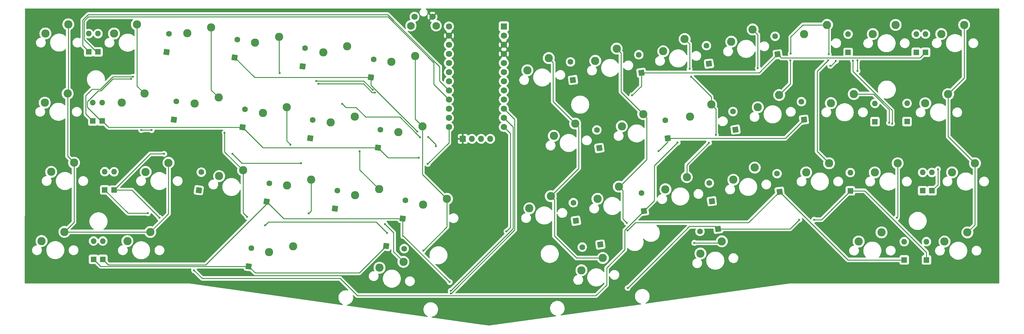
<source format=gbr>
%TF.GenerationSoftware,KiCad,Pcbnew,(5.99.0-9176-ga1730d51ff)*%
%TF.CreationDate,2021-03-31T21:37:36-05:00*%
%TF.ProjectId,Sonata,536f6e61-7461-42e6-9b69-6361645f7063,rev?*%
%TF.SameCoordinates,Original*%
%TF.FileFunction,Copper,L4,Bot*%
%TF.FilePolarity,Positive*%
%FSLAX46Y46*%
G04 Gerber Fmt 4.6, Leading zero omitted, Abs format (unit mm)*
G04 Created by KiCad (PCBNEW (5.99.0-9176-ga1730d51ff)) date 2021-03-31 21:37:36*
%MOMM*%
%LPD*%
G01*
G04 APERTURE LIST*
G04 Aperture macros list*
%AMHorizOval*
0 Thick line with rounded ends*
0 $1 width*
0 $2 $3 position (X,Y) of the first rounded end (center of the circle)*
0 $4 $5 position (X,Y) of the second rounded end (center of the circle)*
0 Add line between two ends*
20,1,$1,$2,$3,$4,$5,0*
0 Add two circle primitives to create the rounded ends*
1,1,$1,$2,$3*
1,1,$1,$4,$5*%
%AMRotRect*
0 Rectangle, with rotation*
0 The origin of the aperture is its center*
0 $1 length*
0 $2 width*
0 $3 Rotation angle, in degrees counterclockwise*
0 Add horizontal line*
21,1,$1,$2,0,0,$3*%
G04 Aperture macros list end*
%TA.AperFunction,ComponentPad*%
%ADD10C,2.100000*%
%TD*%
%TA.AperFunction,ComponentPad*%
%ADD11C,1.750000*%
%TD*%
%TA.AperFunction,ComponentPad*%
%ADD12R,1.700000X1.700000*%
%TD*%
%TA.AperFunction,ComponentPad*%
%ADD13O,1.700000X1.700000*%
%TD*%
%TA.AperFunction,ComponentPad*%
%ADD14RotRect,1.600000X1.600000X82.000000*%
%TD*%
%TA.AperFunction,ComponentPad*%
%ADD15HorizOval,1.600000X0.000000X0.000000X0.000000X0.000000X0*%
%TD*%
%TA.AperFunction,ComponentPad*%
%ADD16R,1.600000X1.600000*%
%TD*%
%TA.AperFunction,ComponentPad*%
%ADD17O,1.600000X1.600000*%
%TD*%
%TA.AperFunction,ComponentPad*%
%ADD18C,2.286000*%
%TD*%
%TA.AperFunction,ComponentPad*%
%ADD19RotRect,1.600000X1.600000X98.000000*%
%TD*%
%TA.AperFunction,ComponentPad*%
%ADD20HorizOval,1.600000X0.000000X0.000000X0.000000X0.000000X0*%
%TD*%
%TA.AperFunction,ComponentPad*%
%ADD21RotRect,1.600000X1.600000X352.000000*%
%TD*%
%TA.AperFunction,ComponentPad*%
%ADD22HorizOval,1.600000X0.000000X0.000000X0.000000X0.000000X0*%
%TD*%
%TA.AperFunction,ComponentPad*%
%ADD23RotRect,1.600000X1.600000X188.000000*%
%TD*%
%TA.AperFunction,ComponentPad*%
%ADD24HorizOval,1.600000X0.000000X0.000000X0.000000X0.000000X0*%
%TD*%
%TA.AperFunction,ComponentPad*%
%ADD25R,1.752600X1.752600*%
%TD*%
%TA.AperFunction,ComponentPad*%
%ADD26C,1.752600*%
%TD*%
%TA.AperFunction,ViaPad*%
%ADD27C,0.600000*%
%TD*%
%TA.AperFunction,Conductor*%
%ADD28C,0.250000*%
%TD*%
G04 APERTURE END LIST*
D10*
%TO.P,SW47,*%
%TO.N,*%
X183425000Y-70752500D03*
D11*
%TO.P,SW47,1,1*%
%TO.N,GND*%
X182425000Y-68262500D03*
%TO.P,SW47,2,2*%
%TO.N,/RESET*%
X177425000Y-68262500D03*
D10*
%TO.P,SW47,*%
%TO.N,*%
X176415000Y-70752500D03*
%TD*%
D12*
%TO.P,J1,1,Pin_1*%
%TO.N,GND*%
X190810000Y-102210000D03*
D13*
%TO.P,J1,2,Pin_2*%
%TO.N,VCC*%
X193350000Y-102210000D03*
%TO.P,J1,3,Pin_3*%
%TO.N,SCL*%
X195890000Y-102210000D03*
%TO.P,J1,4,Pin_4*%
%TO.N,SDA*%
X198430000Y-102210000D03*
%TD*%
D14*
%TO.P,D2,1,K*%
%TO.N,ROW0*%
X108576501Y-78050835D03*
D15*
%TO.P,D2,2,A*%
%TO.N,Net-(D2-Pad2)*%
X109283500Y-73020273D03*
%TD*%
D16*
%TO.P,D37,1,K*%
%TO.N,ROW6*%
X90710000Y-97227500D03*
D17*
%TO.P,D37,2,A*%
%TO.N,Net-(D37-Pad2)*%
X90710000Y-92147500D03*
%TD*%
D18*
%TO.P,SW24,1,Col*%
%TO.N,COL5*%
X307050000Y-128200000D03*
%TO.P,SW24,2,Row*%
%TO.N,Net-(D24-Pad2)*%
X300700000Y-130740000D03*
%TD*%
%TO.P,SW39,1,Col*%
%TO.N,COL2*%
X177602280Y-79152938D03*
%TO.P,SW39,2,Row*%
%TO.N,Net-(D39-Pad2)*%
X170960578Y-80784470D03*
%TD*%
%TO.P,SW43,1,Col*%
%TO.N,COL0*%
X100370000Y-70370000D03*
%TO.P,SW43,2,Row*%
%TO.N,Net-(D43-Pad2)*%
X94020000Y-72910000D03*
%TD*%
D19*
%TO.P,D44,1,K*%
%TO.N,ROW7*%
X240383500Y-83840835D03*
D20*
%TO.P,D44,2,A*%
%TO.N,Net-(D44-Pad2)*%
X239676501Y-78810273D03*
%TD*%
D18*
%TO.P,SW8,1,Col*%
%TO.N,COL1*%
X123052280Y-90722938D03*
%TO.P,SW8,2,Row*%
%TO.N,Net-(D8-Pad2)*%
X116410578Y-92354470D03*
%TD*%
%TO.P,SW4,1,Col*%
%TO.N,COL3*%
X214688282Y-79745939D03*
%TO.P,SW4,2,Row*%
%TO.N,Net-(D4-Pad2)*%
X208753579Y-83144969D03*
%TD*%
%TO.P,SW46,1,Col*%
%TO.N,COL5*%
X329990000Y-70500000D03*
%TO.P,SW46,2,Row*%
%TO.N,Net-(D46-Pad2)*%
X323640000Y-73040000D03*
%TD*%
%TO.P,SW2,1,Col*%
%TO.N,COL1*%
X120992280Y-71192938D03*
%TO.P,SW2,2,Row*%
%TO.N,Net-(D2-Pad2)*%
X114350578Y-72824470D03*
%TD*%
D16*
%TO.P,D1,1,K*%
%TO.N,ROW0*%
X87000000Y-78007500D03*
D17*
%TO.P,D1,2,A*%
%TO.N,Net-(D1-Pad2)*%
X87000000Y-72927500D03*
%TD*%
D18*
%TO.P,SW17,1,Col*%
%TO.N,COL4*%
X252998282Y-112835939D03*
%TO.P,SW17,2,Row*%
%TO.N,Net-(D17-Pad2)*%
X247063579Y-116234969D03*
%TD*%
%TO.P,SW33,1,Col*%
%TO.N,COL2*%
X179622280Y-98702938D03*
%TO.P,SW33,2,Row*%
%TO.N,Net-(D33-Pad2)*%
X172980578Y-100334470D03*
%TD*%
D16*
%TO.P,D25,1,K*%
%TO.N,ROW4*%
X90900000Y-135687500D03*
D17*
%TO.P,D25,2,A*%
%TO.N,Net-(D25-Pad2)*%
X90900000Y-130607500D03*
%TD*%
D18*
%TO.P,SW7,1,Col*%
%TO.N,COL0*%
X81140000Y-89600000D03*
%TO.P,SW7,2,Row*%
%TO.N,Net-(D7-Pad2)*%
X74790000Y-92140000D03*
%TD*%
D16*
%TO.P,D24,1,K*%
%TO.N,ROW3*%
X313350000Y-135867500D03*
D17*
%TO.P,D24,2,A*%
%TO.N,Net-(D24-Pad2)*%
X313350000Y-130787500D03*
%TD*%
D14*
%TO.P,D3,1,K*%
%TO.N,ROW0*%
X146356501Y-82040835D03*
D15*
%TO.P,D3,2,A*%
%TO.N,Net-(D3-Pad2)*%
X147063500Y-77010273D03*
%TD*%
D18*
%TO.P,SW26,1,Col*%
%TO.N,COL1*%
X148702280Y-113562938D03*
%TO.P,SW26,2,Row*%
%TO.N,Net-(D26-Pad2)*%
X142060578Y-115194470D03*
%TD*%
%TO.P,SW37,1,Col*%
%TO.N,COL0*%
X102470000Y-89610000D03*
%TO.P,SW37,2,Row*%
%TO.N,Net-(D37-Pad2)*%
X96120000Y-92150000D03*
%TD*%
%TO.P,SW13,1,Col*%
%TO.N,COL0*%
X82930000Y-108840000D03*
%TO.P,SW13,2,Row*%
%TO.N,Net-(D13-Pad2)*%
X76580000Y-111380000D03*
%TD*%
D16*
%TO.P,D30,1,K*%
%TO.N,ROW4*%
X319510000Y-135867500D03*
D17*
%TO.P,D30,2,A*%
%TO.N,Net-(D30-Pad2)*%
X319510000Y-130787500D03*
%TD*%
D18*
%TO.P,SW31,1,Col*%
%TO.N,COL0*%
X109140000Y-108850000D03*
%TO.P,SW31,2,Row*%
%TO.N,Net-(D31-Pad2)*%
X102790000Y-111390000D03*
%TD*%
D14*
%TO.P,D15,1,K*%
%TO.N,ROW2*%
X155306501Y-121620835D03*
D15*
%TO.P,D15,2,A*%
%TO.N,Net-(D15-Pad2)*%
X156013500Y-116590273D03*
%TD*%
D18*
%TO.P,SW30,1,Col*%
%TO.N,COL5*%
X330880000Y-128220000D03*
%TO.P,SW30,2,Row*%
%TO.N,Net-(D30-Pad2)*%
X324530000Y-130760000D03*
%TD*%
%TO.P,SW12,1,Col*%
%TO.N,COL5*%
X299350000Y-89730000D03*
%TO.P,SW12,2,Row*%
%TO.N,Net-(D12-Pad2)*%
X293000000Y-92270000D03*
%TD*%
%TO.P,SW20,1,Col*%
%TO.N,COL1*%
X143692280Y-132082938D03*
%TO.P,SW20,2,Row*%
%TO.N,Net-(D20-Pad2)*%
X137050578Y-133714470D03*
%TD*%
%TO.P,SW42,1,Col*%
%TO.N,COL5*%
X325530000Y-89760000D03*
%TO.P,SW42,2,Row*%
%TO.N,Net-(D42-Pad2)*%
X319180000Y-92300000D03*
%TD*%
D14*
%TO.P,D38,1,K*%
%TO.N,ROW7*%
X127516501Y-79590835D03*
D15*
%TO.P,D38,2,A*%
%TO.N,Net-(D38-Pad2)*%
X128223500Y-74560273D03*
%TD*%
D14*
%TO.P,D39,1,K*%
%TO.N,ROW7*%
X165356501Y-85110835D03*
D15*
%TO.P,D39,2,A*%
%TO.N,Net-(D39-Pad2)*%
X166063500Y-80080273D03*
%TD*%
D14*
%TO.P,D14,1,K*%
%TO.N,ROW2*%
X117536501Y-116480835D03*
D15*
%TO.P,D14,2,A*%
%TO.N,Net-(D14-Pad2)*%
X118243500Y-111450273D03*
%TD*%
D18*
%TO.P,SW38,1,Col*%
%TO.N,COL1*%
X139832280Y-73852938D03*
%TO.P,SW38,2,Row*%
%TO.N,Net-(D38-Pad2)*%
X133190578Y-75484470D03*
%TD*%
%TO.P,SW44,1,Col*%
%TO.N,COL3*%
X233528282Y-77095939D03*
%TO.P,SW44,2,Row*%
%TO.N,Net-(D44-Pad2)*%
X227593579Y-80494969D03*
%TD*%
D16*
%TO.P,D13,1,K*%
%TO.N,ROW2*%
X91450000Y-116417500D03*
D17*
%TO.P,D13,2,A*%
%TO.N,Net-(D13-Pad2)*%
X91450000Y-111337500D03*
%TD*%
D14*
%TO.P,D26,1,K*%
%TO.N,ROW4*%
X136396501Y-119600835D03*
D15*
%TO.P,D26,2,A*%
%TO.N,Net-(D26-Pad2)*%
X137103500Y-114570273D03*
%TD*%
D18*
%TO.P,SW35,1,Col*%
%TO.N,COL4*%
X291930000Y-70500000D03*
%TO.P,SW35,2,Row*%
%TO.N,Net-(D35-Pad2)*%
X285580000Y-73040000D03*
%TD*%
D16*
%TO.P,D6,1,K*%
%TO.N,ROW0*%
X316690000Y-78147500D03*
D17*
%TO.P,D6,2,A*%
%TO.N,Net-(D6-Pad2)*%
X316690000Y-73067500D03*
%TD*%
D18*
%TO.P,SW6,1,Col*%
%TO.N,COL5*%
X310960000Y-70520000D03*
%TO.P,SW6,2,Row*%
%TO.N,Net-(D6-Pad2)*%
X304610000Y-73060000D03*
%TD*%
%TO.P,SW11,1,Col*%
%TO.N,COL4*%
X259778282Y-92635939D03*
%TO.P,SW11,2,Row*%
%TO.N,Net-(D11-Pad2)*%
X253843579Y-96034969D03*
%TD*%
D19*
%TO.P,D5,1,K*%
%TO.N,ROW0*%
X259160000Y-81310000D03*
D20*
%TO.P,D5,2,A*%
%TO.N,Net-(D5-Pad2)*%
X258453001Y-76279438D03*
%TD*%
D19*
%TO.P,D17,1,K*%
%TO.N,ROW2*%
X259943500Y-119530835D03*
D20*
%TO.P,D17,2,A*%
%TO.N,Net-(D17-Pad2)*%
X259236501Y-114500273D03*
%TD*%
D18*
%TO.P,SW41,1,Col*%
%TO.N,COL4*%
X278638282Y-90005939D03*
%TO.P,SW41,2,Row*%
%TO.N,Net-(D41-Pad2)*%
X272703579Y-93404969D03*
%TD*%
D16*
%TO.P,D35,1,K*%
%TO.N,ROW5*%
X297760000Y-78158475D03*
D17*
%TO.P,D35,2,A*%
%TO.N,Net-(D35-Pad2)*%
X297760000Y-73078475D03*
%TD*%
D21*
%TO.P,D21,1,K*%
%TO.N,ROW3*%
X169527640Y-132016750D03*
D22*
%TO.P,D21,2,A*%
%TO.N,Net-(D21-Pad2)*%
X174558202Y-132723749D03*
%TD*%
D18*
%TO.P,SW27,1,Col*%
%TO.N,COL2*%
X186432280Y-118872938D03*
%TO.P,SW27,2,Row*%
%TO.N,Net-(D27-Pad2)*%
X179790578Y-120504470D03*
%TD*%
%TO.P,SW16,1,Col*%
%TO.N,COL3*%
X215238282Y-118125939D03*
%TO.P,SW16,2,Row*%
%TO.N,Net-(D16-Pad2)*%
X209303579Y-121524969D03*
%TD*%
D14*
%TO.P,D32,1,K*%
%TO.N,ROW6*%
X129676501Y-98990835D03*
D15*
%TO.P,D32,2,A*%
%TO.N,Net-(D32-Pad2)*%
X130383500Y-93960273D03*
%TD*%
D16*
%TO.P,D36,1,K*%
%TO.N,ROW5*%
X321040000Y-116617500D03*
D17*
%TO.P,D36,2,A*%
%TO.N,Net-(D36-Pad2)*%
X321040000Y-111537500D03*
%TD*%
D14*
%TO.P,D8,1,K*%
%TO.N,ROW1*%
X110636501Y-96830835D03*
D15*
%TO.P,D8,2,A*%
%TO.N,Net-(D8-Pad2)*%
X111343500Y-91800273D03*
%TD*%
D19*
%TO.P,D11,1,K*%
%TO.N,ROW1*%
X266513500Y-99630835D03*
D20*
%TO.P,D11,2,A*%
%TO.N,Net-(D11-Pad2)*%
X265806501Y-94600273D03*
%TD*%
D18*
%TO.P,SW1,1,Col*%
%TO.N,COL0*%
X81330000Y-70357500D03*
%TO.P,SW1,2,Row*%
%TO.N,Net-(D1-Pad2)*%
X74980000Y-72897500D03*
%TD*%
%TO.P,SW3,1,Col*%
%TO.N,COL2*%
X158722280Y-76492938D03*
%TO.P,SW3,2,Row*%
%TO.N,Net-(D3-Pad2)*%
X152080578Y-78124470D03*
%TD*%
D16*
%TO.P,D19,1,K*%
%TO.N,ROW3*%
X88330000Y-135687500D03*
D17*
%TO.P,D19,2,A*%
%TO.N,Net-(D19-Pad2)*%
X88330000Y-130607500D03*
%TD*%
D18*
%TO.P,SW34,1,Col*%
%TO.N,COL3*%
X234138282Y-115485939D03*
%TO.P,SW34,2,Row*%
%TO.N,Net-(D34-Pad2)*%
X228203579Y-118884969D03*
%TD*%
D16*
%TO.P,D18,1,K*%
%TO.N,ROW2*%
X318470000Y-116617500D03*
D17*
%TO.P,D18,2,A*%
%TO.N,Net-(D18-Pad2)*%
X318470000Y-111537500D03*
%TD*%
D18*
%TO.P,SW28,1,Col*%
%TO.N,COL3*%
X262718282Y-130695939D03*
%TO.P,SW28,2,Row*%
%TO.N,Net-(D28-Pad2)*%
X256783579Y-134094969D03*
%TD*%
%TO.P,SW15,1,Col*%
%TO.N,COL2*%
X167582280Y-116192938D03*
%TO.P,SW15,2,Row*%
%TO.N,Net-(D15-Pad2)*%
X160940578Y-117824470D03*
%TD*%
%TO.P,SW29,1,Col*%
%TO.N,COL4*%
X292480000Y-108980000D03*
%TO.P,SW29,2,Row*%
%TO.N,Net-(D29-Pad2)*%
X286130000Y-111520000D03*
%TD*%
D19*
%TO.P,D4,1,K*%
%TO.N,ROW0*%
X221413500Y-85820835D03*
D20*
%TO.P,D4,2,A*%
%TO.N,Net-(D4-Pad2)*%
X220706501Y-80790273D03*
%TD*%
D18*
%TO.P,SW14,1,Col*%
%TO.N,COL1*%
X129832280Y-110912938D03*
%TO.P,SW14,2,Row*%
%TO.N,Net-(D14-Pad2)*%
X123190578Y-112544470D03*
%TD*%
D19*
%TO.P,D16,1,K*%
%TO.N,ROW2*%
X222223500Y-124980835D03*
D20*
%TO.P,D16,2,A*%
%TO.N,Net-(D16-Pad2)*%
X221516501Y-119950273D03*
%TD*%
D18*
%TO.P,SW5,1,Col*%
%TO.N,COL4*%
X252398282Y-74445939D03*
%TO.P,SW5,2,Row*%
%TO.N,Net-(D5-Pad2)*%
X246463579Y-77844969D03*
%TD*%
%TO.P,SW25,1,Col*%
%TO.N,COL0*%
X104080000Y-128100000D03*
%TO.P,SW25,2,Row*%
%TO.N,Net-(D25-Pad2)*%
X97730000Y-130640000D03*
%TD*%
%TO.P,SW19,1,Col*%
%TO.N,COL0*%
X80250000Y-128070000D03*
%TO.P,SW19,2,Row*%
%TO.N,Net-(D19-Pad2)*%
X73900000Y-130610000D03*
%TD*%
D19*
%TO.P,D23,1,K*%
%TO.N,ROW3*%
X278753500Y-116890835D03*
D20*
%TO.P,D23,2,A*%
%TO.N,Net-(D23-Pad2)*%
X278046501Y-111860273D03*
%TD*%
D18*
%TO.P,SW10,1,Col*%
%TO.N,COL3*%
X222028282Y-97955939D03*
%TO.P,SW10,2,Row*%
%TO.N,Net-(D10-Pad2)*%
X216093579Y-101354969D03*
%TD*%
D19*
%TO.P,D10,1,K*%
%TO.N,ROW1*%
X228733500Y-104770835D03*
D20*
%TO.P,D10,2,A*%
%TO.N,Net-(D10-Pad2)*%
X228026501Y-99740273D03*
%TD*%
D14*
%TO.P,D27,1,K*%
%TO.N,ROW4*%
X174156750Y-124352360D03*
D15*
%TO.P,D27,2,A*%
%TO.N,Net-(D27-Pad2)*%
X174863749Y-119321798D03*
%TD*%
D18*
%TO.P,SW23,1,Col*%
%TO.N,COL4*%
X271848282Y-110185939D03*
%TO.P,SW23,2,Row*%
%TO.N,Net-(D23-Pad2)*%
X265913579Y-113584969D03*
%TD*%
%TO.P,SW36,1,Col*%
%TO.N,COL5*%
X332980000Y-108980000D03*
%TO.P,SW36,2,Row*%
%TO.N,Net-(D36-Pad2)*%
X326630000Y-111520000D03*
%TD*%
D16*
%TO.P,D42,1,K*%
%TO.N,ROW6*%
X314130000Y-97387500D03*
D17*
%TO.P,D42,2,A*%
%TO.N,Net-(D42-Pad2)*%
X314130000Y-92307500D03*
%TD*%
D14*
%TO.P,D20,1,K*%
%TO.N,ROW3*%
X131396501Y-137650835D03*
D15*
%TO.P,D20,2,A*%
%TO.N,Net-(D20-Pad2)*%
X132103500Y-132620273D03*
%TD*%
D23*
%TO.P,D22,1,K*%
%TO.N,ROW3*%
X229010835Y-131596500D03*
D24*
%TO.P,D22,2,A*%
%TO.N,Net-(D22-Pad2)*%
X223980273Y-132303499D03*
%TD*%
D16*
%TO.P,D31,1,K*%
%TO.N,ROW5*%
X94020000Y-116427500D03*
D17*
%TO.P,D31,2,A*%
%TO.N,Net-(D31-Pad2)*%
X94020000Y-111347500D03*
%TD*%
D18*
%TO.P,SW32,1,Col*%
%TO.N,COL1*%
X141952280Y-93352938D03*
%TO.P,SW32,2,Row*%
%TO.N,Net-(D32-Pad2)*%
X135310578Y-94984470D03*
%TD*%
D19*
%TO.P,D34,1,K*%
%TO.N,ROW5*%
X241093500Y-122270835D03*
D20*
%TO.P,D34,2,A*%
%TO.N,Net-(D34-Pad2)*%
X240386501Y-117240273D03*
%TD*%
D18*
%TO.P,SW21,1,Col*%
%TO.N,COL2*%
X174342280Y-136402938D03*
%TO.P,SW21,2,Row*%
%TO.N,Net-(D21-Pad2)*%
X167700578Y-138034470D03*
%TD*%
D19*
%TO.P,D41,1,K*%
%TO.N,ROW6*%
X285523500Y-96890835D03*
D20*
%TO.P,D41,2,A*%
%TO.N,Net-(D41-Pad2)*%
X284816501Y-91860273D03*
%TD*%
D14*
%TO.P,D33,1,K*%
%TO.N,ROW6*%
X167266501Y-104680835D03*
D15*
%TO.P,D33,2,A*%
%TO.N,Net-(D33-Pad2)*%
X167973500Y-99650273D03*
%TD*%
D18*
%TO.P,SW18,1,Col*%
%TO.N,COL5*%
X311530000Y-108990000D03*
%TO.P,SW18,2,Row*%
%TO.N,Net-(D18-Pad2)*%
X305180000Y-111530000D03*
%TD*%
D16*
%TO.P,D43,1,K*%
%TO.N,ROW7*%
X89560000Y-78017500D03*
D17*
%TO.P,D43,2,A*%
%TO.N,Net-(D43-Pad2)*%
X89560000Y-72937500D03*
%TD*%
D16*
%TO.P,D46,1,K*%
%TO.N,ROW7*%
X319250000Y-78147500D03*
D17*
%TO.P,D46,2,A*%
%TO.N,Net-(D46-Pad2)*%
X319250000Y-73067500D03*
%TD*%
D16*
%TO.P,D7,1,K*%
%TO.N,ROW1*%
X88140000Y-97227500D03*
D17*
%TO.P,D7,2,A*%
%TO.N,Net-(D7-Pad2)*%
X88140000Y-92147500D03*
%TD*%
D18*
%TO.P,SW40,1,Col*%
%TO.N,COL3*%
X240908282Y-95305939D03*
%TO.P,SW40,2,Row*%
%TO.N,Net-(D40-Pad2)*%
X234973579Y-98704969D03*
%TD*%
D14*
%TO.P,D9,1,K*%
%TO.N,ROW1*%
X148456501Y-102010835D03*
D15*
%TO.P,D9,2,A*%
%TO.N,Net-(D9-Pad2)*%
X149163500Y-96980273D03*
%TD*%
D23*
%TO.P,D28,1,K*%
%TO.N,ROW4*%
X261690835Y-127226500D03*
D24*
%TO.P,D28,2,A*%
%TO.N,Net-(D28-Pad2)*%
X256660273Y-127933499D03*
%TD*%
D16*
%TO.P,D29,1,K*%
%TO.N,ROW4*%
X298390000Y-116667500D03*
D17*
%TO.P,D29,2,A*%
%TO.N,Net-(D29-Pad2)*%
X298390000Y-111587500D03*
%TD*%
D18*
%TO.P,SW9,1,Col*%
%TO.N,COL2*%
X160802280Y-96032938D03*
%TO.P,SW9,2,Row*%
%TO.N,Net-(D9-Pad2)*%
X154160578Y-97664470D03*
%TD*%
D19*
%TO.P,D45,1,K*%
%TO.N,ROW7*%
X278213500Y-78700835D03*
D20*
%TO.P,D45,2,A*%
%TO.N,Net-(D45-Pad2)*%
X277506501Y-73670273D03*
%TD*%
D19*
%TO.P,D40,1,K*%
%TO.N,ROW6*%
X247743500Y-102070835D03*
D20*
%TO.P,D40,2,A*%
%TO.N,Net-(D40-Pad2)*%
X247036501Y-97040273D03*
%TD*%
D16*
%TO.P,D12,1,K*%
%TO.N,ROW1*%
X305220000Y-97417500D03*
D17*
%TO.P,D12,2,A*%
%TO.N,Net-(D12-Pad2)*%
X305220000Y-92337500D03*
%TD*%
D18*
%TO.P,SW45,1,Col*%
%TO.N,COL4*%
X271278282Y-71785939D03*
%TO.P,SW45,2,Row*%
%TO.N,Net-(D45-Pad2)*%
X265343579Y-75184969D03*
%TD*%
%TO.P,SW22,1,Col*%
%TO.N,COL3*%
X229688282Y-135335939D03*
%TO.P,SW22,2,Row*%
%TO.N,Net-(D22-Pad2)*%
X223753579Y-138734969D03*
%TD*%
D25*
%TO.P,U1,1,TX*%
%TO.N,unconnected-(U1-Pad1)*%
X202219000Y-70940000D03*
D26*
%TO.P,U1,2,RX*%
%TO.N,unconnected-(U1-Pad2)*%
X202219000Y-73480000D03*
%TO.P,U1,3,GND*%
%TO.N,GND*%
X202219000Y-76020000D03*
%TO.P,U1,4,GND*%
X202219000Y-78560000D03*
%TO.P,U1,5,SCL*%
%TO.N,SCL*%
X202219000Y-81100000D03*
%TO.P,U1,6,SDA*%
%TO.N,SDA*%
X202219000Y-83640000D03*
%TO.P,U1,7,D4*%
%TO.N,COL5*%
X202219000Y-86180000D03*
%TO.P,U1,8,C6*%
%TO.N,COL4*%
X202219000Y-88720000D03*
%TO.P,U1,9,D7*%
%TO.N,COL3*%
X202219000Y-91260000D03*
%TO.P,U1,10,E6*%
%TO.N,ROW3*%
X202219000Y-93800000D03*
%TO.P,U1,11,B4*%
%TO.N,ROW4*%
X202219000Y-96340000D03*
%TO.P,U1,12,B5*%
%TO.N,ROW2*%
X202219000Y-98880000D03*
%TO.P,U1,13,B6*%
%TO.N,ROW5*%
X186979000Y-98880000D03*
%TO.P,U1,14,B2*%
%TO.N,ROW6*%
X186979000Y-96340000D03*
%TO.P,U1,15,B3*%
%TO.N,ROW1*%
X186979000Y-93800000D03*
%TO.P,U1,16,B1*%
%TO.N,ROW7*%
X186979000Y-91260000D03*
%TO.P,U1,17,F7*%
%TO.N,ROW0*%
X186979000Y-88720000D03*
%TO.P,U1,18,F6*%
%TO.N,COL2*%
X186979000Y-86180000D03*
%TO.P,U1,19,F5*%
%TO.N,COL1*%
X186979000Y-83640000D03*
%TO.P,U1,20,F4*%
%TO.N,COL0*%
X186979000Y-81100000D03*
%TO.P,U1,21,VCC*%
%TO.N,VCC*%
X186979000Y-78560000D03*
%TO.P,U1,22,RST*%
%TO.N,/RESET*%
X186979000Y-76020000D03*
%TO.P,U1,23,GND*%
%TO.N,GND*%
X186979000Y-73480000D03*
%TO.P,U1,24,RAW*%
%TO.N,unconnected-(U1-Pad24)*%
X186979000Y-70940000D03*
%TD*%
D27*
%TO.N,ROW0*%
X178970000Y-101740000D03*
X157340000Y-92430000D03*
%TO.N,ROW1*%
X150176716Y-86083284D03*
X101570000Y-99740000D03*
X99280000Y-84930000D03*
X165808353Y-88561647D03*
X104460000Y-99770000D03*
%TO.N,ROW2*%
X202950000Y-127920000D03*
X135930000Y-126210000D03*
X103410000Y-122870000D03*
X169810000Y-128360000D03*
%TO.N,ROW3*%
X236500000Y-127710000D03*
X187514183Y-145221104D03*
%TO.N,COL1*%
X140030000Y-83880000D03*
X130980000Y-123910000D03*
X124720000Y-100520000D03*
X143000000Y-103770000D03*
X148010000Y-122970000D03*
%TO.N,COL2*%
X179870000Y-133230000D03*
X169240000Y-125880000D03*
X162230000Y-105630000D03*
%TO.N,COL3*%
X236360000Y-125558235D03*
X255080000Y-131140000D03*
%TO.N,COL4*%
X292370000Y-78650000D03*
X281840000Y-78510000D03*
X272720000Y-82530000D03*
X292240000Y-80380000D03*
X253770000Y-82760000D03*
X259150000Y-103300000D03*
X254230000Y-84930000D03*
X281760000Y-80370000D03*
X261060000Y-101100000D03*
%TO.N,COL5*%
X309150000Y-97750000D03*
X300380000Y-83330000D03*
X311280000Y-124110000D03*
X300350000Y-80350000D03*
%TO.N,ROW4*%
X288340000Y-124680000D03*
X187470000Y-144470000D03*
X187180000Y-142020000D03*
X236585000Y-143665000D03*
X284220000Y-124680000D03*
%TO.N,ROW5*%
X250430000Y-103230000D03*
X299100000Y-80420000D03*
X145920000Y-109010000D03*
X181110000Y-109160000D03*
X106610000Y-124130000D03*
X322700000Y-110640000D03*
X116240000Y-138770000D03*
X126850000Y-106360000D03*
X292820000Y-81887400D03*
X294390000Y-80550000D03*
X107940000Y-106360000D03*
X309980000Y-97940000D03*
%TO.N,ROW6*%
X98740000Y-85507400D03*
X245160000Y-105610000D03*
X166440000Y-89320000D03*
X178600000Y-107450000D03*
X150760000Y-86890000D03*
%TO.N,ROW7*%
X183330000Y-104190000D03*
X178215778Y-100152503D03*
X181200000Y-101680000D03*
X237830000Y-90090000D03*
%TD*%
D28*
%TO.N,ROW0*%
X169959108Y-67640000D02*
X184410000Y-82090892D01*
X184410000Y-86151000D02*
X186979000Y-88720000D01*
X87000000Y-77920000D02*
X85320000Y-76240000D01*
X87000000Y-78007500D02*
X87000000Y-77920000D01*
X178130000Y-100900000D02*
X178970000Y-101740000D01*
X161205021Y-93445021D02*
X163900000Y-96140000D01*
X85320000Y-69170000D02*
X86850000Y-67640000D01*
X163900000Y-96140000D02*
X173370000Y-96140000D01*
X184410000Y-82090892D02*
X184410000Y-83011071D01*
X158355021Y-93445021D02*
X161205021Y-93445021D01*
X86850000Y-67640000D02*
X169959108Y-67640000D01*
X85320000Y-76240000D02*
X85320000Y-69170000D01*
X157340000Y-92430000D02*
X158355021Y-93445021D01*
X184410000Y-82090892D02*
X184410000Y-86151000D01*
X173370000Y-96140000D02*
X178130000Y-100900000D01*
%TO.N,ROW1*%
X101570000Y-99740000D02*
X104430000Y-99740000D01*
X104430000Y-99740000D02*
X104460000Y-99770000D01*
X86170000Y-90190000D02*
X87940000Y-88420000D01*
X150176716Y-86083284D02*
X163329990Y-86083284D01*
X87940000Y-88420000D02*
X90210000Y-88420000D01*
X86170000Y-95257500D02*
X86170000Y-90190000D01*
X93700000Y-84930000D02*
X99280000Y-84930000D01*
X92800000Y-85830000D02*
X93700000Y-84930000D01*
X163329990Y-86083284D02*
X165808353Y-88561647D01*
X90210000Y-88420000D02*
X92800000Y-85830000D01*
X88140000Y-97227500D02*
X86170000Y-95257500D01*
%TO.N,ROW2*%
X202219000Y-98880000D02*
X204040000Y-100701000D01*
X135930000Y-126210000D02*
X136837411Y-125302589D01*
X204040000Y-100701000D02*
X204040000Y-126830000D01*
X204040000Y-126830000D02*
X202950000Y-127920000D01*
X136837411Y-125302589D02*
X166752589Y-125302589D01*
X166752589Y-125302589D02*
X169810000Y-128360000D01*
X97902500Y-122870000D02*
X103410000Y-122870000D01*
X91450000Y-116417500D02*
X97902500Y-122870000D01*
%TO.N,ROW3*%
X240730000Y-125510000D02*
X238700000Y-125510000D01*
X205240000Y-108890000D02*
X205240000Y-127554569D01*
X205240000Y-127554569D02*
X187573465Y-145221104D01*
X131396501Y-137650835D02*
X133205666Y-139460000D01*
X162084390Y-139460000D02*
X169527640Y-132016750D01*
X278753500Y-116890835D02*
X270134335Y-125510000D01*
X238700000Y-125510000D02*
X236500000Y-127710000D01*
X205240000Y-96821000D02*
X205240000Y-108890000D01*
X297730165Y-135867500D02*
X278753500Y-116890835D01*
X133205666Y-139460000D02*
X162084390Y-139460000D01*
X270134335Y-125510000D02*
X240730000Y-125510000D01*
X313350000Y-135867500D02*
X297730165Y-135867500D01*
X202219000Y-93800000D02*
X205240000Y-96821000D01*
X90293335Y-137650835D02*
X88330000Y-135687500D01*
X187573465Y-145221104D02*
X187514183Y-145221104D01*
X131396501Y-137650835D02*
X90293335Y-137650835D01*
%TO.N,COL0*%
X100370000Y-87510000D02*
X102470000Y-89610000D01*
X82930000Y-125390000D02*
X80250000Y-128070000D01*
X81330000Y-70357500D02*
X81330000Y-89410000D01*
X109140000Y-108850000D02*
X109140000Y-123040000D01*
X81140000Y-107050000D02*
X82930000Y-108840000D01*
X82930000Y-108840000D02*
X82930000Y-125390000D01*
X80280000Y-128100000D02*
X104080000Y-128100000D01*
X100370000Y-70370000D02*
X100370000Y-87510000D01*
X80250000Y-128070000D02*
X80280000Y-128100000D01*
X81330000Y-89410000D02*
X81140000Y-89600000D01*
X81140000Y-89600000D02*
X81140000Y-107050000D01*
X109140000Y-123040000D02*
X104080000Y-128100000D01*
%TO.N,COL1*%
X141952280Y-102722280D02*
X143000000Y-103770000D01*
X124720000Y-105800658D02*
X129832280Y-110912938D01*
X129832280Y-122762280D02*
X130980000Y-123910000D01*
X120992280Y-88662938D02*
X123052280Y-90722938D01*
X129832280Y-110912938D02*
X129832280Y-122762280D01*
X139832280Y-73852938D02*
X139832280Y-83682280D01*
X148702280Y-122277720D02*
X148010000Y-122970000D01*
X148702280Y-113562938D02*
X148702280Y-122277720D01*
X141952280Y-93352938D02*
X141952280Y-102722280D01*
X124720000Y-100520000D02*
X124720000Y-105800658D01*
X139832280Y-83682280D02*
X140030000Y-83880000D01*
X120992280Y-71192938D02*
X120992280Y-88662938D01*
%TO.N,COL2*%
X177602280Y-79152938D02*
X177602280Y-96682938D01*
X179622280Y-98702938D02*
X179622280Y-112062938D01*
X186432280Y-118872938D02*
X186432280Y-126667720D01*
X171600000Y-128240000D02*
X169240000Y-125880000D01*
X171600000Y-133610000D02*
X171600000Y-128240000D01*
X177602280Y-96682938D02*
X179622280Y-98702938D01*
X174342280Y-136402938D02*
X174342280Y-136352280D01*
X186432280Y-126667720D02*
X179870000Y-133230000D01*
X162230000Y-110840658D02*
X167582280Y-116192938D01*
X179622280Y-112062938D02*
X186432280Y-118872938D01*
X174342280Y-136352280D02*
X171600000Y-133610000D01*
X162230000Y-105630000D02*
X162230000Y-110840658D01*
%TO.N,COL3*%
X241880000Y-107920000D02*
X234314061Y-115485939D01*
X216250000Y-119137657D02*
X215238282Y-118125939D01*
X234138282Y-115485939D02*
X235260000Y-116607657D01*
X234740000Y-78307657D02*
X233528282Y-77095939D01*
X222990000Y-98917657D02*
X222990000Y-110374221D01*
X240908282Y-95305939D02*
X234740000Y-89137657D01*
X234314061Y-115485939D02*
X234138282Y-115485939D01*
X235260000Y-116607657D02*
X235260000Y-124458235D01*
X215880000Y-80937657D02*
X214688282Y-79745939D01*
X215880000Y-91807657D02*
X215880000Y-80937657D01*
X255080000Y-131140000D02*
X262274221Y-131140000D01*
X222990000Y-110374221D02*
X215238282Y-118125939D01*
X229688282Y-135335939D02*
X222355939Y-135335939D01*
X234740000Y-89137657D02*
X234740000Y-78307657D01*
X262274221Y-131140000D02*
X262718282Y-130695939D01*
X216250000Y-129230000D02*
X216250000Y-119137657D01*
X222028282Y-97955939D02*
X215880000Y-91807657D01*
X222355939Y-135335939D02*
X216250000Y-129230000D01*
X222028282Y-97955939D02*
X222990000Y-98917657D01*
X241880000Y-96277657D02*
X241880000Y-107920000D01*
X240908282Y-95305939D02*
X241880000Y-96277657D01*
X235260000Y-124458235D02*
X236360000Y-125558235D01*
%TO.N,COL4*%
X289180000Y-83440000D02*
X289180000Y-105680000D01*
X289180000Y-105680000D02*
X292480000Y-108980000D01*
X292240000Y-80380000D02*
X289180000Y-83440000D01*
X252398282Y-74445939D02*
X253770000Y-75817657D01*
X281760000Y-86884221D02*
X278638282Y-90005939D01*
X271278282Y-71785939D02*
X272720000Y-73227657D01*
X291930000Y-70500000D02*
X285210000Y-70500000D01*
X259778282Y-92635939D02*
X261060000Y-93917657D01*
X259778282Y-92635939D02*
X259778282Y-90478282D01*
X253770000Y-75817657D02*
X253770000Y-82760000D01*
X261060000Y-93917657D02*
X261060000Y-101100000D01*
X285210000Y-70500000D02*
X281840000Y-73870000D01*
X281840000Y-73870000D02*
X281840000Y-78510000D01*
X252998282Y-109451718D02*
X259150000Y-103300000D01*
X272720000Y-73227657D02*
X272720000Y-82530000D01*
X252998282Y-112835939D02*
X252998282Y-109451718D01*
X281760000Y-80370000D02*
X281760000Y-86884221D01*
X271278282Y-71785939D02*
X271588921Y-72096578D01*
X291930000Y-70500000D02*
X292370000Y-70940000D01*
X292370000Y-70940000D02*
X292370000Y-78650000D01*
X259778282Y-90478282D02*
X254230000Y-84930000D01*
%TO.N,COL5*%
X329990000Y-85300000D02*
X325530000Y-89760000D01*
X311530000Y-123860000D02*
X311280000Y-124110000D01*
X299350000Y-89730000D02*
X304860000Y-89730000D01*
X325530000Y-89760000D02*
X325530000Y-101530000D01*
X307510000Y-92380000D02*
X309150000Y-94020000D01*
X304860000Y-89730000D02*
X307510000Y-92380000D01*
X309150000Y-94020000D02*
X309150000Y-97750000D01*
X300350000Y-80350000D02*
X300350000Y-83300000D01*
X332980000Y-126120000D02*
X330880000Y-128220000D01*
X329990000Y-70500000D02*
X329990000Y-85300000D01*
X300350000Y-83300000D02*
X300380000Y-83330000D01*
X311530000Y-108990000D02*
X311530000Y-123860000D01*
X325530000Y-101530000D02*
X332980000Y-108980000D01*
X332980000Y-108980000D02*
X332980000Y-126120000D01*
%TO.N,ROW4*%
X119440000Y-137240000D02*
X92452500Y-137240000D01*
X204800000Y-98921000D02*
X204800000Y-108840000D01*
X253740000Y-126510000D02*
X248350000Y-131900000D01*
X298390000Y-116667500D02*
X302437500Y-116667500D01*
X174156750Y-124352360D02*
X174156750Y-129173250D01*
X281673500Y-127226500D02*
X284220000Y-124680000D01*
X141148026Y-124352360D02*
X136396501Y-119600835D01*
X261690835Y-127226500D02*
X260974335Y-126510000D01*
X236585000Y-143665000D02*
X236450000Y-143800000D01*
X248540000Y-131710000D02*
X247160084Y-133089916D01*
X260974335Y-126510000D02*
X253740000Y-126510000D01*
X174156750Y-129173250D02*
X174156750Y-129336750D01*
X202219000Y-96340000D02*
X204800000Y-98921000D01*
X290377500Y-124680000D02*
X298390000Y-116667500D01*
X288340000Y-124680000D02*
X290377500Y-124680000D01*
X261690835Y-127226500D02*
X281673500Y-127226500D01*
X174156750Y-129173250D02*
X174333250Y-129173250D01*
X248540000Y-131710000D02*
X248350000Y-131900000D01*
X92452500Y-137240000D02*
X90900000Y-135687500D01*
X204800000Y-108840000D02*
X204800000Y-127140000D01*
X302437500Y-116667500D02*
X319510000Y-133740000D01*
X136396501Y-119600835D02*
X136396501Y-120283499D01*
X174333250Y-129173250D02*
X187180000Y-142020000D01*
X248350000Y-131900000D02*
X236585000Y-143665000D01*
X136396501Y-120283499D02*
X119440000Y-137240000D01*
X174156750Y-124352360D02*
X141148026Y-124352360D01*
X204800000Y-127140000D02*
X187470000Y-144470000D01*
X319510000Y-133740000D02*
X319510000Y-135867500D01*
%TO.N,ROW5*%
X104087500Y-106360000D02*
X107940000Y-106360000D01*
X230750000Y-142810000D02*
X227761485Y-145798515D01*
X307300000Y-91600000D02*
X309980000Y-94280000D01*
X157520000Y-141760000D02*
X156750000Y-140990000D01*
X118460000Y-140990000D02*
X116240000Y-138770000D01*
X241280835Y-122270835D02*
X241093500Y-122270835D01*
X235802420Y-127561915D02*
X235802420Y-133017580D01*
X186979000Y-98880000D02*
X186979000Y-103291000D01*
X230750000Y-138070000D02*
X230750000Y-142810000D01*
X94020000Y-116427500D02*
X104087500Y-106360000D01*
X244020000Y-109640000D02*
X250430000Y-103230000D01*
X292820000Y-81887400D02*
X293052600Y-81887400D01*
X244020000Y-113740000D02*
X244020000Y-109640000D01*
X94020000Y-116427500D02*
X98907500Y-116427500D01*
X293052600Y-81887400D02*
X294390000Y-80550000D01*
X161558515Y-145798515D02*
X157520000Y-141760000D01*
X299100000Y-83400000D02*
X307300000Y-91600000D01*
X235802420Y-133017580D02*
X230750000Y-138070000D01*
X145920000Y-109010000D02*
X129500000Y-109010000D01*
X241093500Y-122270835D02*
X235802420Y-127561915D01*
X309980000Y-94280000D02*
X309980000Y-97940000D01*
X299100000Y-80420000D02*
X299100000Y-83400000D01*
X186979000Y-103291000D02*
X181110000Y-109160000D01*
X119460000Y-140990000D02*
X118460000Y-140990000D01*
X241093500Y-122270835D02*
X244020000Y-119344335D01*
X156750000Y-140990000D02*
X119460000Y-140990000D01*
X322700000Y-114957500D02*
X321040000Y-116617500D01*
X244020000Y-119344335D02*
X244020000Y-113740000D01*
X227761485Y-145798515D02*
X161558515Y-145798515D01*
X322700000Y-110640000D02*
X322700000Y-114957500D01*
X129500000Y-109010000D02*
X126850000Y-106360000D01*
X98907500Y-116427500D02*
X106610000Y-124130000D01*
%TO.N,ROW6*%
X167266501Y-104680835D02*
X135366501Y-104680835D01*
X167266501Y-104680835D02*
X170035666Y-107450000D01*
X135366501Y-104680835D02*
X129676501Y-98990835D01*
X163260000Y-86890000D02*
X165690000Y-89320000D01*
X162375032Y-86890000D02*
X163260000Y-86890000D01*
X93604554Y-85594554D02*
X93691708Y-85507400D01*
X90376688Y-88822420D02*
X93604554Y-85594554D01*
X90710000Y-97227500D02*
X90367500Y-97227500D01*
X165690000Y-89320000D02*
X166440000Y-89320000D01*
X247743500Y-103026500D02*
X245160000Y-105610000D01*
X86572420Y-93432420D02*
X86572420Y-91857580D01*
X247743500Y-102070835D02*
X280343500Y-102070835D01*
X150760000Y-86890000D02*
X162375032Y-86890000D01*
X92473335Y-98990835D02*
X90710000Y-97227500D01*
X129676501Y-98990835D02*
X92473335Y-98990835D01*
X247743500Y-102070835D02*
X247743500Y-103026500D01*
X90367500Y-97227500D02*
X86572420Y-93432420D01*
X89607580Y-88822420D02*
X90376688Y-88822420D01*
X86572420Y-91857580D02*
X89607580Y-88822420D01*
X93691708Y-85507400D02*
X98740000Y-85507400D01*
X280343500Y-102070835D02*
X285523500Y-96890835D01*
X170035666Y-107450000D02*
X178600000Y-107450000D01*
%TO.N,ROW7*%
X89560000Y-78017500D02*
X89109340Y-78017500D01*
X182770000Y-87051000D02*
X186979000Y-91260000D01*
X165356501Y-87293226D02*
X178215778Y-100152503D01*
X165356501Y-85110835D02*
X133036501Y-85110835D01*
X165356501Y-85110835D02*
X165356501Y-87293226D01*
X133036501Y-85110835D02*
X127516501Y-79590835D01*
X319250000Y-78147500D02*
X317697500Y-79700000D01*
X240383500Y-87536500D02*
X237830000Y-90090000D01*
X279212665Y-79700000D02*
X278213500Y-78700835D01*
X85722420Y-69417580D02*
X86860000Y-68280000D01*
X317697500Y-79700000D02*
X279212665Y-79700000D01*
X86860000Y-68280000D02*
X170030000Y-68280000D01*
X183330000Y-103810000D02*
X181200000Y-101680000D01*
X240383500Y-83840835D02*
X273073500Y-83840835D01*
X183330000Y-104190000D02*
X183330000Y-103810000D01*
X89109340Y-78017500D02*
X85722420Y-74630580D01*
X170030000Y-68280000D02*
X182770000Y-81020000D01*
X85722420Y-74630580D02*
X85722420Y-69417580D01*
X240383500Y-83840835D02*
X240383500Y-87536500D01*
X182770000Y-81020000D02*
X182770000Y-87051000D01*
X273073500Y-83840835D02*
X278213500Y-78700835D01*
%TD*%
%TA.AperFunction,Conductor*%
%TO.N,GND*%
G36*
X339654122Y-65939438D02*
G01*
X339700615Y-65993094D01*
X339712001Y-66045436D01*
X339712001Y-142277436D01*
X339691999Y-142345557D01*
X339638343Y-142392050D01*
X339586001Y-142403436D01*
X281954903Y-142403436D01*
X281944229Y-142402983D01*
X281935245Y-142402219D01*
X281907831Y-142399888D01*
X281902844Y-142399363D01*
X281875132Y-142395886D01*
X281869652Y-142395982D01*
X281856773Y-142395547D01*
X281853153Y-142395239D01*
X281853151Y-142395239D01*
X281848307Y-142394827D01*
X281843455Y-142395165D01*
X281841682Y-142395152D01*
X281835354Y-142395269D01*
X281827887Y-142393950D01*
X281811882Y-142395712D01*
X281803904Y-142396590D01*
X281792312Y-142397328D01*
X281785866Y-142397440D01*
X281763550Y-142397829D01*
X281754979Y-142400498D01*
X281750163Y-142401274D01*
X281747801Y-142401632D01*
X281744956Y-142402035D01*
X281740481Y-142402347D01*
X281736093Y-142403291D01*
X281736085Y-142403292D01*
X281735102Y-142403503D01*
X281722401Y-142405563D01*
X281713952Y-142406493D01*
X281709252Y-142407764D01*
X281688910Y-142413265D01*
X281682550Y-142414809D01*
X281632005Y-142425681D01*
X281623001Y-142427278D01*
X275424242Y-143296193D01*
X274215237Y-143465666D01*
X241651022Y-148030373D01*
X241580784Y-148020021D01*
X241527293Y-147973339D01*
X241507532Y-147905148D01*
X241527774Y-147837098D01*
X241570529Y-147796476D01*
X241777736Y-147676845D01*
X242001734Y-147501839D01*
X242033730Y-147468707D01*
X242196138Y-147300528D01*
X242196140Y-147300525D01*
X242199196Y-147297361D01*
X242202369Y-147292994D01*
X242363689Y-147070956D01*
X242363691Y-147070952D01*
X242366278Y-147067392D01*
X242368344Y-147063506D01*
X242368348Y-147063500D01*
X242497662Y-146820294D01*
X242499729Y-146816407D01*
X242549261Y-146680320D01*
X242595446Y-146553428D01*
X242595447Y-146553423D01*
X242596951Y-146549292D01*
X242639047Y-146351245D01*
X242655138Y-146275542D01*
X242655138Y-146275540D01*
X242656051Y-146271246D01*
X242656561Y-146263961D01*
X242675573Y-145992071D01*
X242675880Y-145987681D01*
X242665637Y-145841200D01*
X242656358Y-145708501D01*
X242656357Y-145708496D01*
X242656051Y-145704116D01*
X242596951Y-145426070D01*
X242499729Y-145158955D01*
X242426421Y-145021083D01*
X242368348Y-144911862D01*
X242368344Y-144911856D01*
X242366278Y-144907970D01*
X242300364Y-144817246D01*
X242201785Y-144681564D01*
X242201783Y-144681561D01*
X242199196Y-144678001D01*
X242154896Y-144632127D01*
X242004788Y-144476685D01*
X242004784Y-144476682D01*
X242001734Y-144473523D01*
X241777736Y-144298517D01*
X241531561Y-144156388D01*
X241268002Y-144049903D01*
X241263729Y-144048838D01*
X241263727Y-144048837D01*
X241092815Y-144006224D01*
X240992188Y-143981135D01*
X240987820Y-143980676D01*
X240987815Y-143980675D01*
X240713857Y-143951881D01*
X240713854Y-143951881D01*
X240709488Y-143951422D01*
X240705100Y-143951575D01*
X240705094Y-143951575D01*
X240429801Y-143961189D01*
X240429795Y-143961190D01*
X240425403Y-143961343D01*
X240145464Y-144010703D01*
X239875119Y-144098544D01*
X239871166Y-144100472D01*
X239871161Y-144100474D01*
X239695440Y-144186179D01*
X239619630Y-144223154D01*
X239615991Y-144225609D01*
X239615985Y-144225612D01*
X239387616Y-144379649D01*
X239387609Y-144379654D01*
X239383970Y-144382109D01*
X239380701Y-144385053D01*
X239380699Y-144385054D01*
X239357613Y-144405841D01*
X239172725Y-144572315D01*
X239159622Y-144587931D01*
X238992836Y-144786698D01*
X238992832Y-144786703D01*
X238990008Y-144790069D01*
X238839374Y-145031133D01*
X238723756Y-145290815D01*
X238645404Y-145564061D01*
X238605843Y-145845552D01*
X238605843Y-146129810D01*
X238617432Y-146212268D01*
X238643771Y-146399679D01*
X238645404Y-146411301D01*
X238723756Y-146684547D01*
X238839374Y-146944229D01*
X238990008Y-147185293D01*
X238992832Y-147188659D01*
X238992836Y-147188664D01*
X239064029Y-147273508D01*
X239172725Y-147403047D01*
X239383970Y-147593253D01*
X239387609Y-147595708D01*
X239387616Y-147595713D01*
X239615985Y-147749750D01*
X239615991Y-147749753D01*
X239619630Y-147752208D01*
X239623581Y-147754135D01*
X239871161Y-147874888D01*
X239871166Y-147874890D01*
X239875119Y-147876818D01*
X240024820Y-147925459D01*
X240108434Y-147952627D01*
X240145464Y-147964659D01*
X240233252Y-147980138D01*
X240235531Y-147980540D01*
X240299144Y-148012067D01*
X240335613Y-148072981D01*
X240333361Y-148143942D01*
X240293102Y-148202420D01*
X240231143Y-148229406D01*
X218102331Y-151331325D01*
X218032094Y-151320973D01*
X217978603Y-151274291D01*
X217958842Y-151206100D01*
X217979084Y-151138050D01*
X218021841Y-151097426D01*
X218089473Y-151058378D01*
X218209356Y-150989164D01*
X218433354Y-150814158D01*
X218499566Y-150745594D01*
X218627758Y-150612847D01*
X218627760Y-150612844D01*
X218630816Y-150609680D01*
X218712238Y-150497612D01*
X218795309Y-150383275D01*
X218795311Y-150383271D01*
X218797898Y-150379711D01*
X218799964Y-150375825D01*
X218799968Y-150375819D01*
X218929282Y-150132613D01*
X218931349Y-150128726D01*
X218980881Y-149992639D01*
X219027066Y-149865747D01*
X219027067Y-149865742D01*
X219028571Y-149861611D01*
X219069998Y-149666709D01*
X219086758Y-149587861D01*
X219086758Y-149587859D01*
X219087671Y-149583565D01*
X219107500Y-149300000D01*
X219087671Y-149016435D01*
X219028571Y-148738389D01*
X218931349Y-148471274D01*
X218854626Y-148326978D01*
X218799968Y-148224181D01*
X218799964Y-148224175D01*
X218797898Y-148220289D01*
X218784916Y-148202420D01*
X218633405Y-147993883D01*
X218633403Y-147993880D01*
X218630816Y-147990320D01*
X218614240Y-147973155D01*
X218436408Y-147789004D01*
X218436404Y-147789001D01*
X218433354Y-147785842D01*
X218209356Y-147610836D01*
X217963181Y-147468707D01*
X217699622Y-147362222D01*
X217695349Y-147361157D01*
X217695347Y-147361156D01*
X217428079Y-147294519D01*
X217428081Y-147294519D01*
X217423808Y-147293454D01*
X217419440Y-147292995D01*
X217419435Y-147292994D01*
X217145477Y-147264200D01*
X217145474Y-147264200D01*
X217141108Y-147263741D01*
X217136720Y-147263894D01*
X217136714Y-147263894D01*
X216861421Y-147273508D01*
X216861415Y-147273509D01*
X216857023Y-147273662D01*
X216577084Y-147323022D01*
X216306739Y-147410863D01*
X216302786Y-147412791D01*
X216302781Y-147412793D01*
X216183628Y-147470908D01*
X216051250Y-147535473D01*
X216047611Y-147537928D01*
X216047605Y-147537931D01*
X215819236Y-147691968D01*
X215819229Y-147691973D01*
X215815590Y-147694428D01*
X215604345Y-147884634D01*
X215591242Y-147900250D01*
X215424456Y-148099017D01*
X215424452Y-148099022D01*
X215421628Y-148102388D01*
X215270994Y-148343452D01*
X215243001Y-148406326D01*
X215166102Y-148579044D01*
X215155376Y-148603134D01*
X215154164Y-148607361D01*
X215090408Y-148829706D01*
X215077024Y-148876380D01*
X215037463Y-149157871D01*
X215037463Y-149442129D01*
X215077024Y-149723620D01*
X215155376Y-149996866D01*
X215270994Y-150256548D01*
X215421628Y-150497612D01*
X215424452Y-150500978D01*
X215424456Y-150500983D01*
X215512674Y-150606117D01*
X215604345Y-150715366D01*
X215815590Y-150905572D01*
X215819229Y-150908027D01*
X215819236Y-150908032D01*
X216047605Y-151062069D01*
X216047611Y-151062072D01*
X216051250Y-151064527D01*
X216055201Y-151066454D01*
X216302781Y-151187207D01*
X216302786Y-151187209D01*
X216306739Y-151189137D01*
X216456440Y-151237778D01*
X216540054Y-151264946D01*
X216577084Y-151276978D01*
X216581421Y-151277743D01*
X216581422Y-151277743D01*
X216595925Y-151280300D01*
X216639954Y-151288063D01*
X216703566Y-151319590D01*
X216740036Y-151380503D01*
X216737784Y-151451464D01*
X216697526Y-151509943D01*
X216635566Y-151536929D01*
X204360721Y-153257563D01*
X198138107Y-154129821D01*
X198123293Y-154131013D01*
X198079402Y-154131943D01*
X198074597Y-154132796D01*
X198073471Y-154132907D01*
X198049696Y-154132825D01*
X198047899Y-154132505D01*
X197998485Y-154130817D01*
X197985205Y-154129657D01*
X195998490Y-153849637D01*
X182287819Y-151917170D01*
X182223156Y-151887856D01*
X182184607Y-151828237D01*
X182184410Y-151757240D01*
X182222628Y-151697408D01*
X182282209Y-151668947D01*
X182282188Y-151668865D01*
X182286452Y-151667802D01*
X182286457Y-151667801D01*
X182553727Y-151601163D01*
X182553729Y-151601162D01*
X182558002Y-151600097D01*
X182821561Y-151493612D01*
X183067736Y-151351483D01*
X183291734Y-151176477D01*
X183384290Y-151080633D01*
X183486138Y-150975166D01*
X183486140Y-150975163D01*
X183489196Y-150971999D01*
X183570618Y-150859931D01*
X183653689Y-150745594D01*
X183653691Y-150745590D01*
X183656278Y-150742030D01*
X183658344Y-150738144D01*
X183658348Y-150738138D01*
X183787662Y-150494932D01*
X183789729Y-150491045D01*
X183886951Y-150223930D01*
X183946051Y-149945884D01*
X183965880Y-149662319D01*
X183946051Y-149378754D01*
X183929312Y-149300000D01*
X183887865Y-149105009D01*
X183886951Y-149100708D01*
X183854715Y-149012139D01*
X183831903Y-148949465D01*
X183789729Y-148833593D01*
X183719785Y-148702047D01*
X183658348Y-148586500D01*
X183658344Y-148586494D01*
X183656278Y-148582608D01*
X183646846Y-148569625D01*
X183491785Y-148356202D01*
X183491783Y-148356199D01*
X183489196Y-148352639D01*
X183484197Y-148347462D01*
X183294788Y-148151323D01*
X183294784Y-148151320D01*
X183291734Y-148148161D01*
X183067736Y-147973155D01*
X183053021Y-147964659D01*
X182937203Y-147897792D01*
X182821561Y-147831026D01*
X182558002Y-147724541D01*
X182553729Y-147723476D01*
X182553727Y-147723475D01*
X182286459Y-147656838D01*
X182286461Y-147656838D01*
X182282188Y-147655773D01*
X182277820Y-147655314D01*
X182277815Y-147655313D01*
X182003857Y-147626519D01*
X182003854Y-147626519D01*
X181999488Y-147626060D01*
X181995100Y-147626213D01*
X181995094Y-147626213D01*
X181719801Y-147635827D01*
X181719795Y-147635828D01*
X181715403Y-147635981D01*
X181435464Y-147685341D01*
X181431276Y-147686702D01*
X181431275Y-147686702D01*
X181382096Y-147702681D01*
X181165119Y-147773182D01*
X181161166Y-147775110D01*
X181161161Y-147775112D01*
X181042008Y-147833227D01*
X180909630Y-147897792D01*
X180905991Y-147900247D01*
X180905985Y-147900250D01*
X180677616Y-148054287D01*
X180677609Y-148054292D01*
X180673970Y-148056747D01*
X180462725Y-148246953D01*
X180395576Y-148326978D01*
X180282836Y-148461336D01*
X180282832Y-148461341D01*
X180280008Y-148464707D01*
X180129374Y-148705771D01*
X180013756Y-148965453D01*
X179935404Y-149238699D01*
X179895843Y-149520190D01*
X179895843Y-149804448D01*
X179935404Y-150085939D01*
X179936616Y-150090165D01*
X179936616Y-150090166D01*
X179973739Y-150219629D01*
X180013756Y-150359185D01*
X180015542Y-150363197D01*
X180015543Y-150363199D01*
X180047909Y-150435894D01*
X180129374Y-150618867D01*
X180280008Y-150859931D01*
X180282832Y-150863297D01*
X180282836Y-150863302D01*
X180315834Y-150902627D01*
X180462725Y-151077685D01*
X180673970Y-151267891D01*
X180677609Y-151270346D01*
X180677616Y-151270351D01*
X180905985Y-151424388D01*
X180905991Y-151424391D01*
X180909630Y-151426846D01*
X180913581Y-151428773D01*
X181047454Y-151494067D01*
X181099912Y-151541907D01*
X181118178Y-151610513D01*
X181096454Y-151678104D01*
X181041635Y-151723220D01*
X180974634Y-151732082D01*
X158745278Y-148598939D01*
X158680615Y-148569625D01*
X158642066Y-148510006D01*
X158641869Y-148439009D01*
X158680087Y-148379177D01*
X158732380Y-148351915D01*
X158898958Y-148310383D01*
X158985347Y-148288844D01*
X158985349Y-148288843D01*
X158989622Y-148287778D01*
X159253181Y-148181293D01*
X159499356Y-148039164D01*
X159723354Y-147864158D01*
X159755350Y-147831026D01*
X159917758Y-147662847D01*
X159917760Y-147662844D01*
X159920816Y-147659680D01*
X159923989Y-147655313D01*
X160085309Y-147433275D01*
X160085311Y-147433271D01*
X160087898Y-147429711D01*
X160089964Y-147425825D01*
X160089968Y-147425819D01*
X160219282Y-147182613D01*
X160221349Y-147178726D01*
X160318571Y-146911611D01*
X160377671Y-146633565D01*
X160391490Y-146435954D01*
X160397193Y-146354390D01*
X160397500Y-146350000D01*
X160392941Y-146284804D01*
X160377978Y-146070820D01*
X160377977Y-146070815D01*
X160377671Y-146066435D01*
X160360932Y-145987681D01*
X160319484Y-145792685D01*
X160318571Y-145788389D01*
X160318180Y-145787315D01*
X160318624Y-145717125D01*
X160357384Y-145657643D01*
X160422151Y-145628559D01*
X160492359Y-145639107D01*
X160528388Y-145664292D01*
X161055124Y-146191028D01*
X161062484Y-146199116D01*
X161066542Y-146205510D01*
X161072319Y-146210935D01*
X161115393Y-146251384D01*
X161118235Y-146254139D01*
X161138549Y-146274453D01*
X161141960Y-146277098D01*
X161150980Y-146284802D01*
X161183214Y-146315072D01*
X161190158Y-146318889D01*
X161190160Y-146318891D01*
X161200968Y-146324833D01*
X161217492Y-146335687D01*
X161233492Y-146348098D01*
X161240763Y-146351245D01*
X161240764Y-146351245D01*
X161274066Y-146365656D01*
X161284722Y-146370877D01*
X161323467Y-146392177D01*
X161331150Y-146394149D01*
X161331151Y-146394150D01*
X161343083Y-146397214D01*
X161361787Y-146403618D01*
X161373098Y-146408513D01*
X161373105Y-146408515D01*
X161380379Y-146411663D01*
X161408178Y-146416066D01*
X161424053Y-146418580D01*
X161435678Y-146420988D01*
X161472733Y-146430502D01*
X161472735Y-146430502D01*
X161478490Y-146431980D01*
X161479046Y-146432015D01*
X161498962Y-146432015D01*
X161518672Y-146433566D01*
X161538460Y-146436700D01*
X161546352Y-146435954D01*
X161582108Y-146432574D01*
X161593966Y-146432015D01*
X227683101Y-146432015D01*
X227694005Y-146432529D01*
X227701396Y-146434181D01*
X227709322Y-146433932D01*
X227709323Y-146433932D01*
X227768351Y-146432077D01*
X227772308Y-146432015D01*
X227801063Y-146432015D01*
X227805330Y-146431476D01*
X227817172Y-146430543D01*
X227848820Y-146429548D01*
X227853445Y-146429403D01*
X227861368Y-146429154D01*
X227880819Y-146423503D01*
X227900180Y-146419493D01*
X227902905Y-146419149D01*
X227912415Y-146417948D01*
X227912418Y-146417947D01*
X227920273Y-146416955D01*
X227927638Y-146414039D01*
X227927642Y-146414038D01*
X227961386Y-146400678D01*
X227972615Y-146396833D01*
X227981850Y-146394150D01*
X228015063Y-146384501D01*
X228021891Y-146380463D01*
X228032496Y-146374192D01*
X228050247Y-146365496D01*
X228061711Y-146360957D01*
X228061714Y-146360955D01*
X228069085Y-146358037D01*
X228104853Y-146332050D01*
X228114776Y-146325531D01*
X228126004Y-146318891D01*
X228152826Y-146303029D01*
X228153244Y-146302660D01*
X228167327Y-146288577D01*
X228182352Y-146275743D01*
X228198568Y-146263961D01*
X228226515Y-146230179D01*
X228234504Y-146221400D01*
X231142523Y-143313382D01*
X231150601Y-143306031D01*
X231156995Y-143301973D01*
X231202855Y-143253137D01*
X231205609Y-143250296D01*
X231225938Y-143229967D01*
X231228590Y-143226547D01*
X231236297Y-143217524D01*
X231261130Y-143191080D01*
X231266557Y-143185301D01*
X231270374Y-143178357D01*
X231270378Y-143178352D01*
X231276316Y-143167550D01*
X231287172Y-143151023D01*
X231294724Y-143141287D01*
X231299583Y-143135023D01*
X231317142Y-143094447D01*
X231322363Y-143083790D01*
X231343662Y-143045048D01*
X231347006Y-143032024D01*
X231348699Y-143025432D01*
X231355103Y-143006728D01*
X231359999Y-142995415D01*
X231360001Y-142995408D01*
X231363148Y-142988136D01*
X231367522Y-142960524D01*
X231370065Y-142944465D01*
X231372472Y-142932844D01*
X231381987Y-142895782D01*
X231381987Y-142895781D01*
X231383465Y-142890025D01*
X231383500Y-142889469D01*
X231383500Y-142869548D01*
X231385051Y-142849838D01*
X231386944Y-142837886D01*
X231386944Y-142837885D01*
X231388184Y-142830056D01*
X231384059Y-142786417D01*
X231383500Y-142774560D01*
X231383500Y-140506961D01*
X231403502Y-140438840D01*
X231457158Y-140392347D01*
X231527432Y-140382243D01*
X231592012Y-140411737D01*
X231628742Y-140466252D01*
X231633631Y-140480573D01*
X231661232Y-140561419D01*
X231663782Y-140566106D01*
X231663783Y-140566108D01*
X231677539Y-140591391D01*
X231771496Y-140764077D01*
X231914329Y-140945260D01*
X231918289Y-140948831D01*
X231918290Y-140948833D01*
X232059323Y-141076042D01*
X232085647Y-141099786D01*
X232090154Y-141102641D01*
X232090157Y-141102643D01*
X232197961Y-141170926D01*
X232280552Y-141223239D01*
X232285478Y-141225295D01*
X232285479Y-141225295D01*
X232477113Y-141305260D01*
X232493471Y-141312086D01*
X232498675Y-141313283D01*
X232498676Y-141313283D01*
X232713113Y-141362593D01*
X232713118Y-141362594D01*
X232718316Y-141363789D01*
X232723644Y-141364092D01*
X232723647Y-141364092D01*
X232881885Y-141373077D01*
X232948658Y-141376869D01*
X232953965Y-141376269D01*
X232953967Y-141376269D01*
X233064359Y-141363789D01*
X233177911Y-141350952D01*
X233183032Y-141349469D01*
X233183037Y-141349468D01*
X233379380Y-141292610D01*
X233399519Y-141286778D01*
X233530664Y-141223239D01*
X233602342Y-141188511D01*
X233607147Y-141186183D01*
X233688141Y-141128304D01*
X233790511Y-141055150D01*
X233790513Y-141055148D01*
X233794857Y-141052044D01*
X233917623Y-140928202D01*
X233953529Y-140891981D01*
X233953530Y-140891980D01*
X233957282Y-140888195D01*
X234072496Y-140723958D01*
X234086715Y-140703689D01*
X234086716Y-140703687D01*
X234089779Y-140699321D01*
X234188558Y-140490824D01*
X234250795Y-140268664D01*
X234251349Y-140263350D01*
X234274404Y-140042144D01*
X234274405Y-140042134D01*
X234274711Y-140039194D01*
X234274900Y-140019522D01*
X234274934Y-140015963D01*
X234274934Y-140015955D01*
X234274962Y-140013001D01*
X234271870Y-139976557D01*
X234255907Y-139788425D01*
X234255906Y-139788421D01*
X234255456Y-139783114D01*
X234254118Y-139777959D01*
X234254117Y-139777953D01*
X234198837Y-139564971D01*
X234197495Y-139559800D01*
X234112625Y-139371396D01*
X234104927Y-139354306D01*
X234104926Y-139354303D01*
X234102737Y-139349445D01*
X233973891Y-139158063D01*
X233965182Y-139148933D01*
X233878711Y-139058289D01*
X233814641Y-138991126D01*
X233629540Y-138853407D01*
X233624789Y-138850991D01*
X233624785Y-138850989D01*
X233428640Y-138751264D01*
X233428639Y-138751264D01*
X233423882Y-138748845D01*
X233313714Y-138714637D01*
X233208650Y-138682013D01*
X233208644Y-138682012D01*
X233203547Y-138680429D01*
X233098491Y-138666505D01*
X232980119Y-138650816D01*
X232980114Y-138650816D01*
X232974834Y-138650116D01*
X232969505Y-138650316D01*
X232969503Y-138650316D01*
X232859559Y-138654443D01*
X232744283Y-138658771D01*
X232518487Y-138706148D01*
X232513531Y-138708105D01*
X232513525Y-138708107D01*
X232366720Y-138766084D01*
X232303902Y-138790892D01*
X232106662Y-138910580D01*
X232102632Y-138914077D01*
X231954298Y-139042795D01*
X231932409Y-139061789D01*
X231929022Y-139065920D01*
X231789508Y-139236068D01*
X231789504Y-139236074D01*
X231786124Y-139240196D01*
X231783485Y-139244832D01*
X231783483Y-139244835D01*
X231768828Y-139270580D01*
X231671990Y-139440701D01*
X231645995Y-139512317D01*
X231627939Y-139562060D01*
X231585894Y-139619268D01*
X231519595Y-139644664D01*
X231450091Y-139630184D01*
X231399449Y-139580426D01*
X231383500Y-139519069D01*
X231383500Y-138384594D01*
X231403502Y-138316473D01*
X231420405Y-138295499D01*
X236194933Y-133520971D01*
X236203021Y-133513611D01*
X236209415Y-133509553D01*
X236255290Y-133460701D01*
X236258044Y-133457860D01*
X236278358Y-133437546D01*
X236281003Y-133434135D01*
X236288709Y-133425113D01*
X236313553Y-133398657D01*
X236318977Y-133392881D01*
X236322796Y-133385935D01*
X236328738Y-133375127D01*
X236339592Y-133358603D01*
X236347145Y-133348866D01*
X236347145Y-133348865D01*
X236352003Y-133342603D01*
X236369562Y-133302027D01*
X236374783Y-133291370D01*
X236376871Y-133287572D01*
X236396082Y-133252628D01*
X236398055Y-133244944D01*
X236401119Y-133233012D01*
X236407523Y-133214308D01*
X236412419Y-133202995D01*
X236412421Y-133202988D01*
X236415568Y-133195716D01*
X236416856Y-133187588D01*
X236422485Y-133152045D01*
X236424892Y-133140424D01*
X236434407Y-133103362D01*
X236434407Y-133103361D01*
X236435885Y-133097605D01*
X236435920Y-133097049D01*
X236435920Y-133077128D01*
X236437471Y-133057418D01*
X236439364Y-133045466D01*
X236439364Y-133045465D01*
X236440604Y-133037636D01*
X236436479Y-132993997D01*
X236435920Y-132982140D01*
X236435920Y-132655801D01*
X236455922Y-132587680D01*
X236509578Y-132541187D01*
X236579852Y-132531083D01*
X236644432Y-132560577D01*
X236659004Y-132575485D01*
X236689566Y-132612428D01*
X236919105Y-132827980D01*
X236922307Y-132830307D01*
X236922309Y-132830308D01*
X236939613Y-132842880D01*
X237173850Y-133013063D01*
X237177319Y-133014970D01*
X237177322Y-133014972D01*
X237435560Y-133156939D01*
X237449783Y-133164758D01*
X237554436Y-133206193D01*
X237738870Y-133279216D01*
X237738873Y-133279217D01*
X237742553Y-133280674D01*
X237746387Y-133281658D01*
X237746395Y-133281661D01*
X237919837Y-133326193D01*
X238047542Y-133358982D01*
X238051470Y-133359478D01*
X238051474Y-133359479D01*
X238158910Y-133373051D01*
X238359941Y-133398447D01*
X238674823Y-133398447D01*
X238875854Y-133373051D01*
X238983290Y-133359479D01*
X238983294Y-133359478D01*
X238987222Y-133358982D01*
X239114927Y-133326193D01*
X239288369Y-133281661D01*
X239288377Y-133281658D01*
X239292211Y-133280674D01*
X239295891Y-133279217D01*
X239295894Y-133279216D01*
X239480328Y-133206193D01*
X239584981Y-133164758D01*
X239599204Y-133156939D01*
X239857442Y-133014972D01*
X239857445Y-133014970D01*
X239860914Y-133013063D01*
X240095151Y-132842880D01*
X240112455Y-132830308D01*
X240112457Y-132830307D01*
X240115659Y-132827980D01*
X240345198Y-132612428D01*
X240523750Y-132396596D01*
X240543389Y-132372857D01*
X240543392Y-132372853D01*
X240545911Y-132369808D01*
X240624168Y-132246494D01*
X240712513Y-132107285D01*
X240712515Y-132107282D01*
X240714633Y-132103944D01*
X240848704Y-131819031D01*
X240914074Y-131617841D01*
X240944780Y-131523337D01*
X240944781Y-131523334D01*
X240946007Y-131519560D01*
X241005010Y-131210256D01*
X241024782Y-130895995D01*
X241005010Y-130581734D01*
X240946007Y-130272430D01*
X240944141Y-130266685D01*
X240881545Y-130074034D01*
X240879518Y-130003066D01*
X240916180Y-129942268D01*
X240979893Y-129910943D01*
X241050426Y-129919037D01*
X241098463Y-129954783D01*
X241129697Y-129992539D01*
X241177737Y-130050609D01*
X241407835Y-130266685D01*
X241411037Y-130269012D01*
X241411039Y-130269013D01*
X241455122Y-130301041D01*
X241663199Y-130452218D01*
X241666668Y-130454125D01*
X241666671Y-130454127D01*
X241935697Y-130602025D01*
X241939804Y-130604283D01*
X242049079Y-130647548D01*
X242223272Y-130716516D01*
X242233286Y-130720481D01*
X242539017Y-130798979D01*
X242852176Y-130838540D01*
X243167824Y-130838540D01*
X243480983Y-130798979D01*
X243786714Y-130720481D01*
X243796729Y-130716516D01*
X243970921Y-130647548D01*
X244080196Y-130604283D01*
X244084304Y-130602025D01*
X244353329Y-130454127D01*
X244353332Y-130454125D01*
X244356801Y-130452218D01*
X244564878Y-130301041D01*
X244608961Y-130269013D01*
X244608963Y-130269012D01*
X244612165Y-130266685D01*
X244842263Y-130050609D01*
X245043464Y-129807398D01*
X245164796Y-129616210D01*
X245210473Y-129544235D01*
X245210474Y-129544234D01*
X245212597Y-129540888D01*
X245214281Y-129537309D01*
X245214285Y-129537302D01*
X245345304Y-129258871D01*
X245345306Y-129258867D01*
X245346993Y-129255281D01*
X245444534Y-128955082D01*
X245503680Y-128645025D01*
X245523500Y-128330000D01*
X245503680Y-128014975D01*
X245444534Y-127704918D01*
X245372248Y-127482446D01*
X245348219Y-127408492D01*
X245348219Y-127408491D01*
X245346993Y-127404719D01*
X245339464Y-127388719D01*
X245214285Y-127122698D01*
X245214281Y-127122691D01*
X245212597Y-127119112D01*
X245043464Y-126852602D01*
X244842263Y-126609391D01*
X244612165Y-126393315D01*
X244582051Y-126371436D01*
X244538697Y-126315214D01*
X244532622Y-126244478D01*
X244565753Y-126181686D01*
X244627573Y-126146775D01*
X244656112Y-126143500D01*
X252906406Y-126143500D01*
X252974527Y-126163502D01*
X253021020Y-126217158D01*
X253031124Y-126287432D01*
X253001630Y-126352012D01*
X252995501Y-126358595D01*
X248148271Y-131205825D01*
X248148241Y-131205854D01*
X248006081Y-131348015D01*
X247958249Y-131395847D01*
X247958241Y-131395854D01*
X242224371Y-137129725D01*
X236523780Y-142830316D01*
X236461468Y-142864342D01*
X236447857Y-142866531D01*
X236442091Y-142867137D01*
X236417313Y-142869741D01*
X236417311Y-142869741D01*
X236410313Y-142870477D01*
X236336124Y-142895733D01*
X236245299Y-142926652D01*
X236245296Y-142926653D01*
X236238629Y-142928923D01*
X236232630Y-142932613D01*
X236232629Y-142932614D01*
X236223325Y-142938338D01*
X236084159Y-143023953D01*
X236023056Y-143083790D01*
X235964069Y-143141555D01*
X235954583Y-143150844D01*
X235950772Y-143156758D01*
X235950770Y-143156760D01*
X235924793Y-143197068D01*
X235856338Y-143303289D01*
X235850877Y-143318294D01*
X235796720Y-143467089D01*
X235796719Y-143467093D01*
X235794310Y-143473712D01*
X235771579Y-143653642D01*
X235789277Y-143834136D01*
X235846523Y-144006224D01*
X235850170Y-144012246D01*
X235850992Y-144013603D01*
X235861765Y-144036190D01*
X235881092Y-144089873D01*
X235885547Y-144096429D01*
X235885548Y-144096430D01*
X235898110Y-144114914D01*
X235971054Y-144222247D01*
X235977002Y-144227491D01*
X235977003Y-144227492D01*
X236074833Y-144313741D01*
X236091110Y-144328091D01*
X236098169Y-144331688D01*
X236098171Y-144331689D01*
X236226654Y-144397154D01*
X236233716Y-144400752D01*
X236241450Y-144402481D01*
X236241456Y-144402483D01*
X236251396Y-144404705D01*
X236267824Y-144409571D01*
X236381594Y-144451881D01*
X236381599Y-144451882D01*
X236388197Y-144454336D01*
X236395178Y-144455267D01*
X236395180Y-144455268D01*
X236437114Y-144460863D01*
X236567963Y-144478322D01*
X236574974Y-144477684D01*
X236574978Y-144477684D01*
X236715059Y-144464934D01*
X236748577Y-144461884D01*
X236755279Y-144459706D01*
X236755281Y-144459706D01*
X236914361Y-144408018D01*
X236914364Y-144408017D01*
X236921060Y-144405841D01*
X237026487Y-144342994D01*
X237070789Y-144316585D01*
X237070791Y-144316584D01*
X237076841Y-144312977D01*
X237208177Y-144187908D01*
X237273850Y-144089062D01*
X237304639Y-144042721D01*
X237304640Y-144042719D01*
X237308540Y-144036849D01*
X237372942Y-143867309D01*
X237382503Y-143799281D01*
X237411792Y-143734607D01*
X237418182Y-143727722D01*
X244256604Y-136889300D01*
X254518879Y-136889300D01*
X254555567Y-137117077D01*
X254630108Y-137335417D01*
X254632658Y-137340104D01*
X254632659Y-137340106D01*
X254660324Y-137390952D01*
X254740372Y-137538075D01*
X254883205Y-137719258D01*
X254887165Y-137722829D01*
X254887166Y-137722831D01*
X255033219Y-137854568D01*
X255054523Y-137873784D01*
X255059030Y-137876639D01*
X255059033Y-137876641D01*
X255071575Y-137884585D01*
X255249428Y-137997237D01*
X255254354Y-137999293D01*
X255254355Y-137999293D01*
X255405249Y-138062258D01*
X255462347Y-138086084D01*
X255467551Y-138087281D01*
X255467552Y-138087281D01*
X255681989Y-138136591D01*
X255681994Y-138136592D01*
X255687192Y-138137787D01*
X255692520Y-138138090D01*
X255692523Y-138138090D01*
X255850761Y-138147075D01*
X255917534Y-138150867D01*
X255922841Y-138150267D01*
X255922843Y-138150267D01*
X256039100Y-138137124D01*
X256146787Y-138124950D01*
X256151908Y-138123467D01*
X256151913Y-138123466D01*
X256363277Y-138062258D01*
X256363276Y-138062258D01*
X256368395Y-138060776D01*
X256404367Y-138043348D01*
X256571218Y-137962509D01*
X256576023Y-137960181D01*
X256693398Y-137876304D01*
X256759387Y-137829148D01*
X256759389Y-137829146D01*
X256763733Y-137826042D01*
X256813998Y-137775336D01*
X256922405Y-137665979D01*
X256922406Y-137665978D01*
X256926158Y-137662193D01*
X257027611Y-137517572D01*
X257055591Y-137477687D01*
X257055592Y-137477685D01*
X257058655Y-137473319D01*
X257157434Y-137264822D01*
X257219671Y-137042662D01*
X257220225Y-137037348D01*
X257243280Y-136816142D01*
X257243281Y-136816132D01*
X257243587Y-136813192D01*
X257243838Y-136786999D01*
X257241211Y-136756042D01*
X257224783Y-136562423D01*
X257224782Y-136562419D01*
X257224332Y-136557112D01*
X257222994Y-136551957D01*
X257222993Y-136551951D01*
X257171560Y-136353789D01*
X257166371Y-136333798D01*
X257088339Y-136160573D01*
X257073803Y-136128304D01*
X257073802Y-136128301D01*
X257071613Y-136123443D01*
X257044655Y-136083400D01*
X257042366Y-136080000D01*
X258402600Y-136080000D01*
X258422372Y-136394261D01*
X258481375Y-136703565D01*
X258482601Y-136707339D01*
X258482602Y-136707342D01*
X258516995Y-136813192D01*
X258578678Y-137003036D01*
X258712749Y-137287949D01*
X258714867Y-137291287D01*
X258714869Y-137291290D01*
X258778497Y-137391552D01*
X258881471Y-137553813D01*
X258883990Y-137556858D01*
X258883993Y-137556862D01*
X258906282Y-137583804D01*
X259082184Y-137796433D01*
X259311723Y-138011985D01*
X259314925Y-138014312D01*
X259314927Y-138014313D01*
X259375678Y-138058451D01*
X259566468Y-138197068D01*
X259569937Y-138198975D01*
X259569940Y-138198977D01*
X259838939Y-138346860D01*
X259842401Y-138348763D01*
X259969937Y-138399258D01*
X260131488Y-138463221D01*
X260131491Y-138463222D01*
X260135171Y-138464679D01*
X260139005Y-138465663D01*
X260139013Y-138465666D01*
X260281488Y-138502247D01*
X260440160Y-138542987D01*
X260444088Y-138543483D01*
X260444092Y-138543484D01*
X260567922Y-138559127D01*
X260752559Y-138582452D01*
X261067441Y-138582452D01*
X261252078Y-138559127D01*
X261375908Y-138543484D01*
X261375912Y-138543483D01*
X261379840Y-138542987D01*
X261538512Y-138502247D01*
X261680987Y-138465666D01*
X261680995Y-138465663D01*
X261684829Y-138464679D01*
X261688509Y-138463222D01*
X261688512Y-138463221D01*
X261850063Y-138399258D01*
X261977599Y-138348763D01*
X261981061Y-138346860D01*
X262250060Y-138198977D01*
X262250063Y-138198975D01*
X262253532Y-138197068D01*
X262444322Y-138058451D01*
X262505073Y-138014313D01*
X262505075Y-138014312D01*
X262508277Y-138011985D01*
X262737816Y-137796433D01*
X262913718Y-137583804D01*
X262936007Y-137556862D01*
X262936010Y-137556858D01*
X262938529Y-137553813D01*
X263041503Y-137391552D01*
X263105131Y-137291290D01*
X263105133Y-137291287D01*
X263107251Y-137287949D01*
X263241322Y-137003036D01*
X263303005Y-136813192D01*
X263337398Y-136707342D01*
X263337399Y-136707339D01*
X263338625Y-136703565D01*
X263397628Y-136394261D01*
X263417400Y-136080000D01*
X263397628Y-135765739D01*
X263342224Y-135475302D01*
X264580003Y-135475302D01*
X264616691Y-135703079D01*
X264691232Y-135921419D01*
X264693782Y-135926106D01*
X264693783Y-135926108D01*
X264719502Y-135973378D01*
X264801496Y-136124077D01*
X264944329Y-136305260D01*
X264948289Y-136308831D01*
X264948290Y-136308833D01*
X265103668Y-136448981D01*
X265115647Y-136459786D01*
X265120154Y-136462641D01*
X265120157Y-136462643D01*
X265219690Y-136525687D01*
X265310552Y-136583239D01*
X265315478Y-136585295D01*
X265315479Y-136585295D01*
X265517873Y-136669750D01*
X265523471Y-136672086D01*
X265528675Y-136673283D01*
X265528676Y-136673283D01*
X265743113Y-136722593D01*
X265743118Y-136722594D01*
X265748316Y-136723789D01*
X265753644Y-136724092D01*
X265753647Y-136724092D01*
X265911885Y-136733077D01*
X265978658Y-136736869D01*
X265983965Y-136736269D01*
X265983967Y-136736269D01*
X266094359Y-136723789D01*
X266207911Y-136710952D01*
X266213032Y-136709469D01*
X266213037Y-136709468D01*
X266424401Y-136648260D01*
X266424400Y-136648260D01*
X266429519Y-136646778D01*
X266543539Y-136591536D01*
X266632342Y-136548511D01*
X266637147Y-136546183D01*
X266722425Y-136485243D01*
X266820511Y-136415150D01*
X266820513Y-136415148D01*
X266824857Y-136412044D01*
X266987282Y-136248195D01*
X267102892Y-136083393D01*
X267116715Y-136063689D01*
X267116716Y-136063687D01*
X267119779Y-136059321D01*
X267218558Y-135850824D01*
X267280795Y-135628664D01*
X267282532Y-135612001D01*
X267304404Y-135402144D01*
X267304405Y-135402134D01*
X267304711Y-135399194D01*
X267304962Y-135373001D01*
X267303633Y-135357339D01*
X267285907Y-135148425D01*
X267285906Y-135148421D01*
X267285456Y-135143114D01*
X267284118Y-135137959D01*
X267284117Y-135137953D01*
X267234765Y-134947811D01*
X267227495Y-134919800D01*
X267149401Y-134746438D01*
X267134927Y-134714306D01*
X267134926Y-134714303D01*
X267132737Y-134709445D01*
X267003891Y-134518063D01*
X266996427Y-134510238D01*
X266908307Y-134417865D01*
X266844641Y-134351126D01*
X266832576Y-134342149D01*
X266663822Y-134216593D01*
X266659540Y-134213407D01*
X266654789Y-134210991D01*
X266654785Y-134210989D01*
X266458640Y-134111264D01*
X266458639Y-134111264D01*
X266453882Y-134108845D01*
X266343715Y-134074637D01*
X266238650Y-134042013D01*
X266238644Y-134042012D01*
X266233547Y-134040429D01*
X266127599Y-134026387D01*
X266010119Y-134010816D01*
X266010114Y-134010816D01*
X266004834Y-134010116D01*
X265999505Y-134010316D01*
X265999503Y-134010316D01*
X265889559Y-134014443D01*
X265774283Y-134018771D01*
X265548487Y-134066148D01*
X265543531Y-134068105D01*
X265543525Y-134068107D01*
X265422679Y-134115832D01*
X265333902Y-134150892D01*
X265221232Y-134219262D01*
X265153544Y-134260336D01*
X265136662Y-134270580D01*
X265132632Y-134274077D01*
X264989199Y-134398542D01*
X264962409Y-134421789D01*
X264959022Y-134425920D01*
X264819508Y-134596068D01*
X264819504Y-134596074D01*
X264816124Y-134600196D01*
X264813485Y-134604832D01*
X264813483Y-134604835D01*
X264757924Y-134702439D01*
X264701990Y-134800701D01*
X264623271Y-135017569D01*
X264622322Y-135022818D01*
X264622321Y-135022821D01*
X264607294Y-135105920D01*
X264582217Y-135244600D01*
X264581711Y-135297312D01*
X264580147Y-135460336D01*
X264580003Y-135475302D01*
X263342224Y-135475302D01*
X263338625Y-135456435D01*
X263331169Y-135433486D01*
X263266136Y-135233335D01*
X263241322Y-135156964D01*
X263107251Y-134872051D01*
X263095913Y-134854184D01*
X262967026Y-134651091D01*
X262938529Y-134606187D01*
X262931645Y-134597865D01*
X262847474Y-134496121D01*
X262737816Y-134363567D01*
X262508277Y-134148015D01*
X262453298Y-134108070D01*
X262360533Y-134040673D01*
X262253532Y-133962932D01*
X262244625Y-133958035D01*
X261981061Y-133813140D01*
X261981058Y-133813139D01*
X261977599Y-133811237D01*
X261780334Y-133733134D01*
X261688512Y-133696779D01*
X261688509Y-133696778D01*
X261684829Y-133695321D01*
X261680995Y-133694337D01*
X261680987Y-133694334D01*
X261469824Y-133640117D01*
X261379840Y-133617013D01*
X261375912Y-133616517D01*
X261375908Y-133616516D01*
X261210496Y-133595620D01*
X261067441Y-133577548D01*
X260752559Y-133577548D01*
X260609504Y-133595620D01*
X260444092Y-133616516D01*
X260444088Y-133616517D01*
X260440160Y-133617013D01*
X260350176Y-133640117D01*
X260139013Y-133694334D01*
X260139005Y-133694337D01*
X260135171Y-133695321D01*
X260131491Y-133696778D01*
X260131488Y-133696779D01*
X260039666Y-133733134D01*
X259842401Y-133811237D01*
X259838942Y-133813139D01*
X259838939Y-133813140D01*
X259575376Y-133958035D01*
X259566468Y-133962932D01*
X259459467Y-134040673D01*
X259366703Y-134108070D01*
X259311723Y-134148015D01*
X259082184Y-134363567D01*
X258972526Y-134496121D01*
X258888356Y-134597865D01*
X258881471Y-134606187D01*
X258852974Y-134651091D01*
X258724088Y-134854184D01*
X258712749Y-134872051D01*
X258578678Y-135156964D01*
X258553864Y-135233335D01*
X258488832Y-135433486D01*
X258481375Y-135456435D01*
X258422372Y-135765739D01*
X258402600Y-136080000D01*
X257042366Y-136080000D01*
X256995283Y-136010066D01*
X256942767Y-135932061D01*
X256943620Y-135931487D01*
X256918524Y-135870705D01*
X256931209Y-135800851D01*
X256979646Y-135748943D01*
X257033933Y-135731766D01*
X257034018Y-135731759D01*
X257042713Y-135731075D01*
X257047520Y-135729921D01*
X257047526Y-135729920D01*
X257231854Y-135685666D01*
X257295466Y-135670394D01*
X257338782Y-135652452D01*
X257531040Y-135572816D01*
X257531044Y-135572814D01*
X257535614Y-135570921D01*
X257757245Y-135435106D01*
X257954901Y-135266291D01*
X258123716Y-135068635D01*
X258259531Y-134847004D01*
X258263616Y-134837144D01*
X258357110Y-134611429D01*
X258357111Y-134611427D01*
X258359004Y-134606856D01*
X258390538Y-134475510D01*
X258418530Y-134358916D01*
X258418531Y-134358910D01*
X258419685Y-134354103D01*
X258440079Y-134094969D01*
X258419685Y-133835835D01*
X258418531Y-133831028D01*
X258418530Y-133831022D01*
X258375911Y-133653504D01*
X258359004Y-133583082D01*
X258352778Y-133568051D01*
X258261426Y-133347508D01*
X258261424Y-133347504D01*
X258259531Y-133342934D01*
X258123716Y-133121303D01*
X257954901Y-132923647D01*
X257757245Y-132754832D01*
X257535614Y-132619017D01*
X257531044Y-132617124D01*
X257531040Y-132617122D01*
X257300039Y-132521438D01*
X257300037Y-132521437D01*
X257295466Y-132519544D01*
X257182529Y-132492430D01*
X257047526Y-132460018D01*
X257047520Y-132460017D01*
X257042713Y-132458863D01*
X256783579Y-132438469D01*
X256524445Y-132458863D01*
X256519638Y-132460017D01*
X256519632Y-132460018D01*
X256384629Y-132492430D01*
X256271692Y-132519544D01*
X256267121Y-132521437D01*
X256267119Y-132521438D01*
X256036118Y-132617122D01*
X256036114Y-132617124D01*
X256031544Y-132619017D01*
X255809913Y-132754832D01*
X255612257Y-132923647D01*
X255443442Y-133121303D01*
X255307627Y-133342934D01*
X255305734Y-133347504D01*
X255305732Y-133347508D01*
X255214380Y-133568051D01*
X255208154Y-133583082D01*
X255191247Y-133653504D01*
X255148628Y-133831022D01*
X255148627Y-133831028D01*
X255147473Y-133835835D01*
X255127079Y-134094969D01*
X255147473Y-134354103D01*
X255148627Y-134358910D01*
X255148628Y-134358916D01*
X255176620Y-134475510D01*
X255208154Y-134606856D01*
X255210047Y-134611427D01*
X255210048Y-134611429D01*
X255303543Y-134837144D01*
X255307627Y-134847004D01*
X255443442Y-135068635D01*
X255561146Y-135206448D01*
X255610213Y-135263898D01*
X255639244Y-135328688D01*
X255628639Y-135398888D01*
X255581764Y-135452210D01*
X255540276Y-135469044D01*
X255535904Y-135469961D01*
X255492584Y-135479050D01*
X255492578Y-135479052D01*
X255487363Y-135480146D01*
X255482407Y-135482103D01*
X255482401Y-135482105D01*
X255352969Y-135533221D01*
X255272778Y-135564890D01*
X255176439Y-135623350D01*
X255087758Y-135677163D01*
X255075538Y-135684578D01*
X255071508Y-135688075D01*
X254925798Y-135814516D01*
X254901285Y-135835787D01*
X254885001Y-135855647D01*
X254758384Y-136010066D01*
X254758380Y-136010072D01*
X254755000Y-136014194D01*
X254752361Y-136018830D01*
X254752359Y-136018833D01*
X254683961Y-136138991D01*
X254640866Y-136214699D01*
X254562147Y-136431567D01*
X254561198Y-136436816D01*
X254561197Y-136436819D01*
X254531433Y-136601419D01*
X254521093Y-136658598D01*
X254520371Y-136733807D01*
X254519032Y-136873403D01*
X254518879Y-136889300D01*
X244256604Y-136889300D01*
X250017262Y-131128642D01*
X254266579Y-131128642D01*
X254284277Y-131309136D01*
X254341523Y-131481224D01*
X254345170Y-131487246D01*
X254345171Y-131487248D01*
X254424340Y-131617971D01*
X254435472Y-131636353D01*
X254561456Y-131766813D01*
X254567348Y-131770668D01*
X254567352Y-131770672D01*
X254651246Y-131825570D01*
X254713211Y-131866119D01*
X254883197Y-131929336D01*
X254890178Y-131930267D01*
X254890180Y-131930268D01*
X254939766Y-131936884D01*
X255062963Y-131953322D01*
X255069974Y-131952684D01*
X255069978Y-131952684D01*
X255214262Y-131939552D01*
X255243577Y-131936884D01*
X255250279Y-131934706D01*
X255250281Y-131934706D01*
X255409361Y-131883018D01*
X255409364Y-131883017D01*
X255416060Y-131880841D01*
X255566315Y-131791271D01*
X255630832Y-131773500D01*
X261408793Y-131773500D01*
X261476914Y-131793502D01*
X261504604Y-131817669D01*
X261534524Y-131852700D01*
X261546960Y-131867261D01*
X261550716Y-131870469D01*
X261553328Y-131872700D01*
X261744616Y-132036076D01*
X261966247Y-132171891D01*
X261970817Y-132173784D01*
X261970821Y-132173786D01*
X262194652Y-132266500D01*
X262206395Y-132271364D01*
X262250622Y-132281982D01*
X262454335Y-132330890D01*
X262454341Y-132330891D01*
X262459148Y-132332045D01*
X262718282Y-132352439D01*
X262977416Y-132332045D01*
X262982223Y-132330891D01*
X262982229Y-132330890D01*
X263185942Y-132281982D01*
X263230169Y-132271364D01*
X263241912Y-132266500D01*
X263465743Y-132173786D01*
X263465747Y-132173784D01*
X263470317Y-132171891D01*
X263691948Y-132036076D01*
X263883236Y-131872700D01*
X263885848Y-131870469D01*
X263889604Y-131867261D01*
X264058419Y-131669605D01*
X264194234Y-131447974D01*
X264197843Y-131439263D01*
X264291813Y-131212399D01*
X264291814Y-131212397D01*
X264293707Y-131207826D01*
X264328783Y-131061725D01*
X264353233Y-130959886D01*
X264353234Y-130959880D01*
X264354388Y-130955073D01*
X264374782Y-130695939D01*
X264354388Y-130436805D01*
X264353234Y-130431998D01*
X264353233Y-130431992D01*
X264294862Y-130188864D01*
X264293707Y-130184052D01*
X264285222Y-130163567D01*
X264196129Y-129948478D01*
X264196127Y-129948474D01*
X264194234Y-129943904D01*
X264058419Y-129722273D01*
X263902859Y-129540137D01*
X263892812Y-129528373D01*
X263889604Y-129524617D01*
X263691948Y-129355802D01*
X263470317Y-129219987D01*
X263465747Y-129218094D01*
X263465743Y-129218092D01*
X263234742Y-129122408D01*
X263234740Y-129122407D01*
X263230169Y-129120514D01*
X263141584Y-129099247D01*
X262982229Y-129060988D01*
X262982223Y-129060987D01*
X262977416Y-129059833D01*
X262718282Y-129039439D01*
X262459148Y-129059833D01*
X262454341Y-129060987D01*
X262454335Y-129060988D01*
X262294980Y-129099247D01*
X262206395Y-129120514D01*
X262201824Y-129122407D01*
X262201822Y-129122408D01*
X261970821Y-129218092D01*
X261970817Y-129218094D01*
X261966247Y-129219987D01*
X261744616Y-129355802D01*
X261546960Y-129524617D01*
X261543752Y-129528373D01*
X261533705Y-129540137D01*
X261378145Y-129722273D01*
X261242330Y-129943904D01*
X261240437Y-129948474D01*
X261240435Y-129948478D01*
X261151342Y-130163567D01*
X261142857Y-130184052D01*
X261105645Y-130339052D01*
X261088632Y-130409914D01*
X261053280Y-130471483D01*
X260990253Y-130504166D01*
X260966113Y-130506500D01*
X255627122Y-130506500D01*
X255559608Y-130486885D01*
X255442570Y-130412610D01*
X255442569Y-130412609D01*
X255436615Y-130408831D01*
X255265763Y-130347994D01*
X255258771Y-130347160D01*
X255258770Y-130347160D01*
X255142327Y-130333275D01*
X255085679Y-130326520D01*
X255078676Y-130327256D01*
X255078675Y-130327256D01*
X254912321Y-130344740D01*
X254912317Y-130344741D01*
X254905313Y-130345477D01*
X254898642Y-130347748D01*
X254740299Y-130401652D01*
X254740296Y-130401653D01*
X254733629Y-130403923D01*
X254727630Y-130407613D01*
X254727629Y-130407614D01*
X254719508Y-130412610D01*
X254579159Y-130498953D01*
X254517420Y-130559413D01*
X254470797Y-130605070D01*
X254449583Y-130625844D01*
X254445772Y-130631758D01*
X254445770Y-130631760D01*
X254435275Y-130648045D01*
X254351338Y-130778289D01*
X254332478Y-130830107D01*
X254291720Y-130942089D01*
X254291719Y-130942093D01*
X254289310Y-130948712D01*
X254266579Y-131128642D01*
X250017262Y-131128642D01*
X253965499Y-127180405D01*
X254027811Y-127146379D01*
X254054594Y-127143500D01*
X255387103Y-127143500D01*
X255455224Y-127163502D01*
X255501717Y-127217158D01*
X255511821Y-127287432D01*
X255501298Y-127322750D01*
X255432831Y-127469578D01*
X255425987Y-127484256D01*
X255424565Y-127489564D01*
X255424564Y-127489566D01*
X255368152Y-127700097D01*
X255366728Y-127705412D01*
X255346773Y-127933499D01*
X255366728Y-128161586D01*
X255368152Y-128166899D01*
X255368152Y-128166901D01*
X255412834Y-128333653D01*
X255425987Y-128382742D01*
X255428309Y-128387723D01*
X255428310Y-128387724D01*
X255520423Y-128585262D01*
X255520426Y-128585267D01*
X255522749Y-128590249D01*
X255525905Y-128594756D01*
X255525906Y-128594758D01*
X255641956Y-128760494D01*
X255654074Y-128777801D01*
X255815971Y-128939698D01*
X255820479Y-128942855D01*
X255820482Y-128942857D01*
X255994314Y-129064575D01*
X256003523Y-129071023D01*
X256008505Y-129073346D01*
X256008510Y-129073349D01*
X256187826Y-129156965D01*
X256211030Y-129167785D01*
X256216338Y-129169207D01*
X256216340Y-129169208D01*
X256426871Y-129225620D01*
X256426873Y-129225620D01*
X256432186Y-129227044D01*
X256660273Y-129246999D01*
X256888360Y-129227044D01*
X256893673Y-129225620D01*
X256893675Y-129225620D01*
X257104206Y-129169208D01*
X257104208Y-129169207D01*
X257109516Y-129167785D01*
X257132720Y-129156965D01*
X257312036Y-129073349D01*
X257312041Y-129073346D01*
X257317023Y-129071023D01*
X257326232Y-129064575D01*
X257500064Y-128942857D01*
X257500067Y-128942855D01*
X257504575Y-128939698D01*
X257666472Y-128777801D01*
X257678591Y-128760494D01*
X257794640Y-128594758D01*
X257794641Y-128594756D01*
X257797797Y-128590249D01*
X257800120Y-128585267D01*
X257800123Y-128585262D01*
X257892236Y-128387724D01*
X257892237Y-128387723D01*
X257894559Y-128382742D01*
X257907713Y-128333653D01*
X257952394Y-128166901D01*
X257952394Y-128166899D01*
X257953818Y-128161586D01*
X257973773Y-127933499D01*
X257953818Y-127705412D01*
X257952394Y-127700097D01*
X257895982Y-127489566D01*
X257895981Y-127489564D01*
X257894559Y-127484256D01*
X257887715Y-127469578D01*
X257819248Y-127322750D01*
X257808587Y-127252558D01*
X257837567Y-127187745D01*
X257896987Y-127148889D01*
X257933443Y-127143500D01*
X260243231Y-127143500D01*
X260311352Y-127163502D01*
X260357845Y-127217158D01*
X260368004Y-127251962D01*
X260411987Y-127564914D01*
X260500703Y-128196157D01*
X260501456Y-128201518D01*
X260501921Y-128203688D01*
X260501923Y-128203700D01*
X260512004Y-128250758D01*
X260516803Y-128273158D01*
X260519589Y-128279310D01*
X260519590Y-128279313D01*
X260533387Y-128309779D01*
X260577097Y-128406300D01*
X260672458Y-128517061D01*
X260795162Y-128596470D01*
X260935268Y-128638092D01*
X260944277Y-128638121D01*
X260944280Y-128638121D01*
X261076923Y-128638542D01*
X261076927Y-128638542D01*
X261081424Y-128638556D01*
X261678845Y-128554594D01*
X262663643Y-128416190D01*
X262663654Y-128416188D01*
X262665853Y-128415879D01*
X262668023Y-128415414D01*
X262668035Y-128415412D01*
X262730888Y-128401947D01*
X262737493Y-128400532D01*
X262743645Y-128397746D01*
X262743648Y-128397745D01*
X262826996Y-128360000D01*
X262870635Y-128340238D01*
X262981396Y-128244877D01*
X263060805Y-128122173D01*
X263092651Y-128014975D01*
X263099861Y-127990705D01*
X263099861Y-127990704D01*
X263102427Y-127982067D01*
X263102456Y-127973056D01*
X263103247Y-127967673D01*
X263132945Y-127903186D01*
X263192792Y-127864992D01*
X263227907Y-127860000D01*
X281595116Y-127860000D01*
X281606020Y-127860514D01*
X281613411Y-127862166D01*
X281621337Y-127861917D01*
X281621338Y-127861917D01*
X281680366Y-127860062D01*
X281684323Y-127860000D01*
X281713078Y-127860000D01*
X281717345Y-127859461D01*
X281729187Y-127858528D01*
X281760835Y-127857533D01*
X281765460Y-127857388D01*
X281773383Y-127857139D01*
X281792834Y-127851488D01*
X281812195Y-127847478D01*
X281814920Y-127847134D01*
X281824430Y-127845933D01*
X281824433Y-127845932D01*
X281832288Y-127844940D01*
X281839653Y-127842024D01*
X281839657Y-127842023D01*
X281873401Y-127828663D01*
X281884630Y-127824818D01*
X281927078Y-127812486D01*
X281937956Y-127806053D01*
X281944511Y-127802177D01*
X281962262Y-127793481D01*
X281973726Y-127788942D01*
X281973729Y-127788940D01*
X281981100Y-127786022D01*
X282016868Y-127760035D01*
X282026791Y-127753516D01*
X282056910Y-127735704D01*
X282064841Y-127731014D01*
X282065259Y-127730645D01*
X282079342Y-127716562D01*
X282094367Y-127703728D01*
X282110583Y-127691946D01*
X282138530Y-127658164D01*
X282146519Y-127649385D01*
X284280304Y-125515600D01*
X284342616Y-125481574D01*
X284357978Y-125479214D01*
X284361791Y-125478867D01*
X284383577Y-125476884D01*
X284411704Y-125467745D01*
X284549361Y-125423018D01*
X284549364Y-125423017D01*
X284556060Y-125420841D01*
X284667248Y-125354560D01*
X284705789Y-125331585D01*
X284705791Y-125331584D01*
X284711841Y-125327977D01*
X284843177Y-125202908D01*
X284916736Y-125092193D01*
X284939639Y-125057721D01*
X284939640Y-125057719D01*
X284943540Y-125051849D01*
X285007942Y-124882309D01*
X285024312Y-124765835D01*
X285032632Y-124706636D01*
X285032632Y-124706633D01*
X285033183Y-124702714D01*
X285033365Y-124689685D01*
X285033445Y-124683962D01*
X285033445Y-124683957D01*
X285033500Y-124680000D01*
X285013284Y-124499770D01*
X285004749Y-124475259D01*
X284953641Y-124328498D01*
X284954986Y-124328030D01*
X284944847Y-124265664D01*
X284973149Y-124200553D01*
X285032160Y-124161078D01*
X285103145Y-124159774D01*
X285158968Y-124192207D01*
X297226774Y-136260013D01*
X297234134Y-136268101D01*
X297238192Y-136274495D01*
X297243969Y-136279920D01*
X297287043Y-136320369D01*
X297289885Y-136323124D01*
X297310199Y-136343438D01*
X297313610Y-136346083D01*
X297322630Y-136353787D01*
X297354864Y-136384057D01*
X297361808Y-136387874D01*
X297361810Y-136387876D01*
X297372618Y-136393818D01*
X297389142Y-136404672D01*
X297405142Y-136417083D01*
X297412413Y-136420230D01*
X297412414Y-136420230D01*
X297445716Y-136434641D01*
X297456372Y-136439862D01*
X297495117Y-136461162D01*
X297502800Y-136463134D01*
X297502801Y-136463135D01*
X297514733Y-136466199D01*
X297533437Y-136472603D01*
X297544750Y-136477499D01*
X297544757Y-136477501D01*
X297552029Y-136480648D01*
X297559853Y-136481887D01*
X297559856Y-136481888D01*
X297595700Y-136487565D01*
X297607321Y-136489972D01*
X297644383Y-136499487D01*
X297650140Y-136500965D01*
X297650696Y-136501000D01*
X297670617Y-136501000D01*
X297690327Y-136502551D01*
X297702279Y-136504444D01*
X297702280Y-136504444D01*
X297710109Y-136505684D01*
X297718001Y-136504938D01*
X297733161Y-136503505D01*
X297753748Y-136501559D01*
X297765605Y-136501000D01*
X311910500Y-136501000D01*
X311978621Y-136521002D01*
X312025114Y-136574658D01*
X312036500Y-136627000D01*
X312036500Y-136667500D01*
X312041727Y-136740579D01*
X312055357Y-136786999D01*
X312070184Y-136837494D01*
X312082904Y-136880816D01*
X312088842Y-136890056D01*
X312157051Y-136996191D01*
X312157053Y-136996194D01*
X312161923Y-137003771D01*
X312168733Y-137009672D01*
X312265569Y-137093582D01*
X312265572Y-137093584D01*
X312272381Y-137099484D01*
X312280579Y-137103228D01*
X312393885Y-137154973D01*
X312405330Y-137160200D01*
X312414245Y-137161482D01*
X312414246Y-137161482D01*
X312545552Y-137180361D01*
X312545559Y-137180362D01*
X312550000Y-137181000D01*
X314150000Y-137181000D01*
X314223079Y-137175773D01*
X314309496Y-137150399D01*
X314354670Y-137137135D01*
X314354672Y-137137134D01*
X314363316Y-137134596D01*
X314451130Y-137078161D01*
X314478691Y-137060449D01*
X314478694Y-137060447D01*
X314486271Y-137055577D01*
X314502067Y-137037348D01*
X314576082Y-136951931D01*
X314576084Y-136951928D01*
X314581984Y-136945119D01*
X314589713Y-136928195D01*
X314638958Y-136820364D01*
X314638958Y-136820363D01*
X314642700Y-136812170D01*
X314653174Y-136739321D01*
X314662861Y-136671948D01*
X314662862Y-136671941D01*
X314663500Y-136667500D01*
X314663500Y-135067500D01*
X314658273Y-134994421D01*
X314627259Y-134888795D01*
X314619635Y-134862830D01*
X314619634Y-134862828D01*
X314617096Y-134854184D01*
X314581039Y-134798079D01*
X314542949Y-134738809D01*
X314542947Y-134738806D01*
X314538077Y-134731229D01*
X314512937Y-134709445D01*
X314434431Y-134641418D01*
X314434428Y-134641416D01*
X314427619Y-134635516D01*
X314414647Y-134629592D01*
X314302864Y-134578542D01*
X314302863Y-134578542D01*
X314294670Y-134574800D01*
X314285755Y-134573518D01*
X314285754Y-134573518D01*
X314154448Y-134554639D01*
X314154441Y-134554638D01*
X314150000Y-134554000D01*
X312550000Y-134554000D01*
X312476921Y-134559227D01*
X312405214Y-134580282D01*
X312345330Y-134597865D01*
X312345328Y-134597866D01*
X312336684Y-134600404D01*
X312300259Y-134623813D01*
X312221309Y-134674551D01*
X312221306Y-134674553D01*
X312213729Y-134679423D01*
X312207828Y-134686233D01*
X312123918Y-134783069D01*
X312123916Y-134783072D01*
X312118016Y-134789881D01*
X312114272Y-134798079D01*
X312078857Y-134875628D01*
X312057300Y-134922830D01*
X312056018Y-134931745D01*
X312056018Y-134931746D01*
X312037139Y-135063052D01*
X312037138Y-135063059D01*
X312036500Y-135067500D01*
X312036500Y-135108000D01*
X312016498Y-135176121D01*
X311962842Y-135222614D01*
X311910500Y-135234000D01*
X306403073Y-135234000D01*
X306334952Y-135213998D01*
X306288459Y-135160342D01*
X306278355Y-135090068D01*
X306307849Y-135025488D01*
X306316819Y-135016151D01*
X306334928Y-134999145D01*
X306337816Y-134996433D01*
X306508691Y-134789881D01*
X306536007Y-134756862D01*
X306536010Y-134756858D01*
X306538529Y-134753813D01*
X306621029Y-134623813D01*
X306705131Y-134491290D01*
X306705133Y-134491287D01*
X306707251Y-134487949D01*
X306841322Y-134203036D01*
X306919956Y-133961023D01*
X306937398Y-133907342D01*
X306937399Y-133907339D01*
X306938625Y-133903565D01*
X306997628Y-133594261D01*
X307010964Y-133382301D01*
X308229441Y-133382301D01*
X308266129Y-133610078D01*
X308340670Y-133828418D01*
X308343220Y-133833105D01*
X308343221Y-133833107D01*
X308369285Y-133881011D01*
X308450934Y-134031076D01*
X308593767Y-134212259D01*
X308597727Y-134215830D01*
X308597728Y-134215832D01*
X308760083Y-134362273D01*
X308765085Y-134366785D01*
X308769592Y-134369640D01*
X308769595Y-134369642D01*
X308857428Y-134425275D01*
X308959990Y-134490238D01*
X308964916Y-134492294D01*
X308964917Y-134492294D01*
X309162142Y-134574592D01*
X309172909Y-134579085D01*
X309178113Y-134580282D01*
X309178114Y-134580282D01*
X309392551Y-134629592D01*
X309392556Y-134629593D01*
X309397754Y-134630788D01*
X309403082Y-134631091D01*
X309403085Y-134631091D01*
X309561323Y-134640076D01*
X309628096Y-134643868D01*
X309633403Y-134643268D01*
X309633405Y-134643268D01*
X309743797Y-134630788D01*
X309857349Y-134617951D01*
X309862470Y-134616468D01*
X309862475Y-134616467D01*
X310073839Y-134555259D01*
X310073838Y-134555259D01*
X310078957Y-134553777D01*
X310101998Y-134542614D01*
X310281780Y-134455510D01*
X310286585Y-134453182D01*
X310396496Y-134374639D01*
X310469949Y-134322149D01*
X310469951Y-134322147D01*
X310474295Y-134319043D01*
X310565910Y-134226625D01*
X310632967Y-134158980D01*
X310632968Y-134158979D01*
X310636720Y-134155194D01*
X310764107Y-133973604D01*
X310766153Y-133970688D01*
X310766154Y-133970686D01*
X310769217Y-133966320D01*
X310778338Y-133947069D01*
X310865711Y-133762646D01*
X310867996Y-133757823D01*
X310930233Y-133535663D01*
X310933448Y-133504813D01*
X310953842Y-133309143D01*
X310953843Y-133309133D01*
X310954149Y-133306193D01*
X310954313Y-133289053D01*
X310954372Y-133282962D01*
X310954372Y-133282954D01*
X310954400Y-133280000D01*
X310954150Y-133277052D01*
X310935345Y-133055424D01*
X310935344Y-133055420D01*
X310934894Y-133050113D01*
X310933556Y-133044958D01*
X310933555Y-133044952D01*
X310883466Y-132851970D01*
X310876933Y-132826799D01*
X310798488Y-132652658D01*
X310784365Y-132621305D01*
X310784364Y-132621302D01*
X310782175Y-132616444D01*
X310653329Y-132425062D01*
X310645162Y-132416500D01*
X310568921Y-132336580D01*
X310494079Y-132258125D01*
X310478584Y-132246596D01*
X310319353Y-132128125D01*
X310308978Y-132120406D01*
X310304227Y-132117990D01*
X310304223Y-132117988D01*
X310108078Y-132018263D01*
X310108077Y-132018263D01*
X310103320Y-132015844D01*
X309965814Y-131973147D01*
X309888088Y-131949012D01*
X309888082Y-131949011D01*
X309882985Y-131947428D01*
X309777929Y-131933504D01*
X309659557Y-131917815D01*
X309659552Y-131917815D01*
X309654272Y-131917115D01*
X309648943Y-131917315D01*
X309648941Y-131917315D01*
X309538997Y-131921442D01*
X309423721Y-131925770D01*
X309197925Y-131973147D01*
X309192969Y-131975104D01*
X309192963Y-131975106D01*
X309074763Y-132021786D01*
X308983340Y-132057891D01*
X308849602Y-132139045D01*
X308795474Y-132171891D01*
X308786100Y-132177579D01*
X308782070Y-132181076D01*
X308616141Y-132325062D01*
X308611847Y-132328788D01*
X308585650Y-132360738D01*
X308468946Y-132503067D01*
X308468942Y-132503073D01*
X308465562Y-132507195D01*
X308462923Y-132511831D01*
X308462921Y-132511834D01*
X308418419Y-132590013D01*
X308351428Y-132707700D01*
X308272709Y-132924568D01*
X308271760Y-132929817D01*
X308271759Y-132929820D01*
X308232660Y-133146042D01*
X308231655Y-133151599D01*
X308231310Y-133187588D01*
X308229715Y-133353790D01*
X308229441Y-133382301D01*
X307010964Y-133382301D01*
X307017400Y-133280000D01*
X306997628Y-132965739D01*
X306938625Y-132656435D01*
X306926876Y-132620273D01*
X306879968Y-132475905D01*
X306841322Y-132356964D01*
X306707251Y-132072051D01*
X306701184Y-132062490D01*
X306588961Y-131885656D01*
X306538529Y-131806187D01*
X306530812Y-131796858D01*
X306455429Y-131705737D01*
X306337816Y-131563567D01*
X306108277Y-131348015D01*
X306084725Y-131330903D01*
X305969345Y-131247075D01*
X305853532Y-131162932D01*
X305841760Y-131156460D01*
X305581061Y-131013140D01*
X305581058Y-131013139D01*
X305577599Y-131011237D01*
X305335343Y-130915321D01*
X305288512Y-130896779D01*
X305288509Y-130896778D01*
X305284829Y-130895321D01*
X305280995Y-130894337D01*
X305280987Y-130894334D01*
X305061575Y-130837999D01*
X304979840Y-130817013D01*
X304975912Y-130816517D01*
X304975908Y-130816516D01*
X304841020Y-130799476D01*
X304746220Y-130787500D01*
X312036500Y-130787500D01*
X312056455Y-131015587D01*
X312057879Y-131020900D01*
X312057879Y-131020902D01*
X312107966Y-131207826D01*
X312115714Y-131236743D01*
X312118036Y-131241724D01*
X312118037Y-131241725D01*
X312210150Y-131439263D01*
X312210153Y-131439268D01*
X312212476Y-131444250D01*
X312215632Y-131448757D01*
X312215633Y-131448759D01*
X312333934Y-131617710D01*
X312343801Y-131631802D01*
X312505698Y-131793699D01*
X312510206Y-131796856D01*
X312510209Y-131796858D01*
X312682240Y-131917315D01*
X312693250Y-131925024D01*
X312698232Y-131927347D01*
X312698237Y-131927350D01*
X312843541Y-131995106D01*
X312900757Y-132021786D01*
X312906065Y-132023208D01*
X312906067Y-132023209D01*
X313116598Y-132079621D01*
X313116600Y-132079621D01*
X313121913Y-132081045D01*
X313350000Y-132101000D01*
X313578087Y-132081045D01*
X313583400Y-132079621D01*
X313583402Y-132079621D01*
X313793933Y-132023209D01*
X313793935Y-132023208D01*
X313799243Y-132021786D01*
X313856459Y-131995106D01*
X314001763Y-131927350D01*
X314001768Y-131927347D01*
X314006750Y-131925024D01*
X314017760Y-131917315D01*
X314189791Y-131796858D01*
X314189794Y-131796856D01*
X314194302Y-131793699D01*
X314356199Y-131631802D01*
X314366067Y-131617710D01*
X314484367Y-131448759D01*
X314484368Y-131448757D01*
X314487524Y-131444250D01*
X314489847Y-131439268D01*
X314489850Y-131439263D01*
X314581963Y-131241725D01*
X314581964Y-131241724D01*
X314584286Y-131236743D01*
X314592035Y-131207826D01*
X314642121Y-131020902D01*
X314642121Y-131020900D01*
X314643545Y-131015587D01*
X314663500Y-130787500D01*
X314643545Y-130559413D01*
X314642121Y-130554098D01*
X314585709Y-130343567D01*
X314585708Y-130343565D01*
X314584286Y-130338257D01*
X314566932Y-130301041D01*
X314489850Y-130135737D01*
X314489847Y-130135732D01*
X314487524Y-130130750D01*
X314468041Y-130102925D01*
X314359358Y-129947709D01*
X314359356Y-129947706D01*
X314356199Y-129943198D01*
X314194302Y-129781301D01*
X314189794Y-129778144D01*
X314189791Y-129778142D01*
X314011259Y-129653133D01*
X314011257Y-129653132D01*
X314006750Y-129649976D01*
X314001768Y-129647653D01*
X314001763Y-129647650D01*
X313804225Y-129555537D01*
X313804224Y-129555536D01*
X313799243Y-129553214D01*
X313793935Y-129551792D01*
X313793933Y-129551791D01*
X313583402Y-129495379D01*
X313583400Y-129495379D01*
X313578087Y-129493955D01*
X313350000Y-129474000D01*
X313121913Y-129493955D01*
X313116600Y-129495379D01*
X313116598Y-129495379D01*
X312906067Y-129551791D01*
X312906065Y-129551792D01*
X312900757Y-129553214D01*
X312895776Y-129555536D01*
X312895775Y-129555537D01*
X312698237Y-129647650D01*
X312698232Y-129647653D01*
X312693250Y-129649976D01*
X312688743Y-129653132D01*
X312688741Y-129653133D01*
X312510209Y-129778142D01*
X312510206Y-129778144D01*
X312505698Y-129781301D01*
X312343801Y-129943198D01*
X312340644Y-129947706D01*
X312340642Y-129947709D01*
X312231959Y-130102925D01*
X312212476Y-130130750D01*
X312210153Y-130135732D01*
X312210150Y-130135737D01*
X312133068Y-130301041D01*
X312115714Y-130338257D01*
X312114292Y-130343565D01*
X312114291Y-130343567D01*
X312057879Y-130554098D01*
X312056455Y-130559413D01*
X312036500Y-130787500D01*
X304746220Y-130787500D01*
X304667441Y-130777548D01*
X304352559Y-130777548D01*
X304178980Y-130799476D01*
X304044092Y-130816516D01*
X304044088Y-130816517D01*
X304040160Y-130817013D01*
X303958425Y-130837999D01*
X303739013Y-130894334D01*
X303739005Y-130894337D01*
X303735171Y-130895321D01*
X303731491Y-130896778D01*
X303731488Y-130896779D01*
X303684657Y-130915321D01*
X303442401Y-131011237D01*
X303438942Y-131013139D01*
X303438939Y-131013140D01*
X303178241Y-131156460D01*
X303166468Y-131162932D01*
X303050655Y-131247075D01*
X302935276Y-131330903D01*
X302911723Y-131348015D01*
X302682184Y-131563567D01*
X302564571Y-131705737D01*
X302489189Y-131796858D01*
X302481471Y-131806187D01*
X302431039Y-131885656D01*
X302318817Y-132062490D01*
X302312749Y-132072051D01*
X302178678Y-132356964D01*
X302140032Y-132475905D01*
X302093125Y-132620273D01*
X302081375Y-132656435D01*
X302022372Y-132965739D01*
X302002600Y-133280000D01*
X302022372Y-133594261D01*
X302081375Y-133903565D01*
X302082601Y-133907339D01*
X302082602Y-133907342D01*
X302100044Y-133961023D01*
X302178678Y-134203036D01*
X302312749Y-134487949D01*
X302314867Y-134491287D01*
X302314869Y-134491290D01*
X302398971Y-134623813D01*
X302481471Y-134753813D01*
X302483990Y-134756858D01*
X302483993Y-134756862D01*
X302511309Y-134789881D01*
X302682184Y-134996433D01*
X302685072Y-134999145D01*
X302703181Y-135016151D01*
X302739146Y-135077364D01*
X302736307Y-135148304D01*
X302695566Y-135206448D01*
X302629858Y-135233335D01*
X302616927Y-135234000D01*
X298044759Y-135234000D01*
X297976638Y-135213998D01*
X297955664Y-135197095D01*
X296140870Y-133382301D01*
X298069441Y-133382301D01*
X298106129Y-133610078D01*
X298180670Y-133828418D01*
X298183220Y-133833105D01*
X298183221Y-133833107D01*
X298209285Y-133881011D01*
X298290934Y-134031076D01*
X298433767Y-134212259D01*
X298437727Y-134215830D01*
X298437728Y-134215832D01*
X298600083Y-134362273D01*
X298605085Y-134366785D01*
X298609592Y-134369640D01*
X298609595Y-134369642D01*
X298697428Y-134425275D01*
X298799990Y-134490238D01*
X298804916Y-134492294D01*
X298804917Y-134492294D01*
X299002142Y-134574592D01*
X299012909Y-134579085D01*
X299018113Y-134580282D01*
X299018114Y-134580282D01*
X299232551Y-134629592D01*
X299232556Y-134629593D01*
X299237754Y-134630788D01*
X299243082Y-134631091D01*
X299243085Y-134631091D01*
X299401323Y-134640076D01*
X299468096Y-134643868D01*
X299473403Y-134643268D01*
X299473405Y-134643268D01*
X299583797Y-134630788D01*
X299697349Y-134617951D01*
X299702470Y-134616468D01*
X299702475Y-134616467D01*
X299913839Y-134555259D01*
X299913838Y-134555259D01*
X299918957Y-134553777D01*
X299941998Y-134542614D01*
X300121780Y-134455510D01*
X300126585Y-134453182D01*
X300236496Y-134374639D01*
X300309949Y-134322149D01*
X300309951Y-134322147D01*
X300314295Y-134319043D01*
X300405910Y-134226625D01*
X300472967Y-134158980D01*
X300472968Y-134158979D01*
X300476720Y-134155194D01*
X300604107Y-133973604D01*
X300606153Y-133970688D01*
X300606154Y-133970686D01*
X300609217Y-133966320D01*
X300618338Y-133947069D01*
X300705711Y-133762646D01*
X300707996Y-133757823D01*
X300770233Y-133535663D01*
X300773448Y-133504813D01*
X300793842Y-133309143D01*
X300793843Y-133309133D01*
X300794149Y-133306193D01*
X300794313Y-133289053D01*
X300794372Y-133282962D01*
X300794372Y-133282954D01*
X300794400Y-133280000D01*
X300794150Y-133277052D01*
X300775345Y-133055424D01*
X300775344Y-133055420D01*
X300774894Y-133050113D01*
X300773556Y-133044958D01*
X300773555Y-133044952D01*
X300723466Y-132851970D01*
X300716933Y-132826799D01*
X300638488Y-132652658D01*
X300624365Y-132621305D01*
X300624364Y-132621302D01*
X300622175Y-132616444D01*
X300606006Y-132592428D01*
X300584556Y-132524751D01*
X300603099Y-132456219D01*
X300655750Y-132408592D01*
X300700641Y-132396450D01*
X300850626Y-132384646D01*
X300959134Y-132376106D01*
X300963941Y-132374952D01*
X300963947Y-132374951D01*
X301123771Y-132336580D01*
X301211887Y-132315425D01*
X301216460Y-132313531D01*
X301447461Y-132217847D01*
X301447465Y-132217845D01*
X301452035Y-132215952D01*
X301673666Y-132080137D01*
X301864539Y-131917115D01*
X301867566Y-131914530D01*
X301871322Y-131911322D01*
X301881440Y-131899476D01*
X301925893Y-131847428D01*
X302040137Y-131713666D01*
X302175952Y-131492035D01*
X302179799Y-131482749D01*
X302273531Y-131256460D01*
X302273532Y-131256458D01*
X302275425Y-131251887D01*
X302305538Y-131126460D01*
X302334951Y-131003947D01*
X302334952Y-131003941D01*
X302336106Y-130999134D01*
X302356500Y-130740000D01*
X302336106Y-130480866D01*
X302334952Y-130476059D01*
X302334951Y-130476053D01*
X302287001Y-130276331D01*
X302275425Y-130228113D01*
X302273531Y-130223540D01*
X302177847Y-129992539D01*
X302177845Y-129992535D01*
X302175952Y-129987965D01*
X302040137Y-129766334D01*
X301871322Y-129568678D01*
X301673666Y-129399863D01*
X301452035Y-129264048D01*
X301447465Y-129262155D01*
X301447461Y-129262153D01*
X301216460Y-129166469D01*
X301216458Y-129166468D01*
X301211887Y-129164575D01*
X301081027Y-129133158D01*
X300963947Y-129105049D01*
X300963941Y-129105048D01*
X300959134Y-129103894D01*
X300700000Y-129083500D01*
X300440866Y-129103894D01*
X300436059Y-129105048D01*
X300436053Y-129105049D01*
X300318973Y-129133158D01*
X300188113Y-129164575D01*
X300183542Y-129166468D01*
X300183540Y-129166469D01*
X299952539Y-129262153D01*
X299952535Y-129262155D01*
X299947965Y-129264048D01*
X299726334Y-129399863D01*
X299528678Y-129568678D01*
X299359863Y-129766334D01*
X299224048Y-129987965D01*
X299222155Y-129992535D01*
X299222153Y-129992539D01*
X299126469Y-130223540D01*
X299124575Y-130228113D01*
X299112999Y-130276331D01*
X299065049Y-130476053D01*
X299065048Y-130476059D01*
X299063894Y-130480866D01*
X299043500Y-130740000D01*
X299063894Y-130999134D01*
X299065048Y-131003941D01*
X299065049Y-131003947D01*
X299094462Y-131126460D01*
X299124575Y-131251887D01*
X299126468Y-131256458D01*
X299126469Y-131256460D01*
X299220202Y-131482749D01*
X299224048Y-131492035D01*
X299359863Y-131713666D01*
X299363073Y-131717424D01*
X299363317Y-131717710D01*
X299363376Y-131717841D01*
X299365987Y-131721435D01*
X299365232Y-131721984D01*
X299392347Y-131782500D01*
X299381742Y-131852700D01*
X299334866Y-131906022D01*
X299274331Y-131924798D01*
X299274346Y-131924920D01*
X299273673Y-131925003D01*
X299272228Y-131925451D01*
X299263721Y-131925770D01*
X299037925Y-131973147D01*
X299032969Y-131975104D01*
X299032963Y-131975106D01*
X298914763Y-132021786D01*
X298823340Y-132057891D01*
X298689602Y-132139045D01*
X298635474Y-132171891D01*
X298626100Y-132177579D01*
X298622070Y-132181076D01*
X298456141Y-132325062D01*
X298451847Y-132328788D01*
X298425650Y-132360738D01*
X298308946Y-132503067D01*
X298308942Y-132503073D01*
X298305562Y-132507195D01*
X298302923Y-132511831D01*
X298302921Y-132511834D01*
X298258419Y-132590013D01*
X298191428Y-132707700D01*
X298112709Y-132924568D01*
X298111760Y-132929817D01*
X298111759Y-132929820D01*
X298072660Y-133146042D01*
X298071655Y-133151599D01*
X298071310Y-133187588D01*
X298069715Y-133353790D01*
X298069441Y-133382301D01*
X296140870Y-133382301D01*
X290958569Y-128200000D01*
X305393500Y-128200000D01*
X305413894Y-128459134D01*
X305415048Y-128463941D01*
X305415049Y-128463947D01*
X305444175Y-128585262D01*
X305474575Y-128711887D01*
X305476468Y-128716458D01*
X305476469Y-128716460D01*
X305569970Y-128942189D01*
X305574048Y-128952035D01*
X305709863Y-129173666D01*
X305878678Y-129371322D01*
X306076334Y-129540137D01*
X306297965Y-129675952D01*
X306302535Y-129677845D01*
X306302539Y-129677847D01*
X306533540Y-129773531D01*
X306538113Y-129775425D01*
X306626229Y-129796580D01*
X306786053Y-129834951D01*
X306786059Y-129834952D01*
X306790866Y-129836106D01*
X307050000Y-129856500D01*
X307309134Y-129836106D01*
X307313941Y-129834952D01*
X307313947Y-129834951D01*
X307473771Y-129796580D01*
X307561887Y-129775425D01*
X307566460Y-129773531D01*
X307797461Y-129677847D01*
X307797465Y-129677845D01*
X307802035Y-129675952D01*
X308023666Y-129540137D01*
X308221322Y-129371322D01*
X308390137Y-129173666D01*
X308525952Y-128952035D01*
X308530031Y-128942189D01*
X308623531Y-128716460D01*
X308623532Y-128716458D01*
X308625425Y-128711887D01*
X308655825Y-128585262D01*
X308684951Y-128463947D01*
X308684952Y-128463941D01*
X308686106Y-128459134D01*
X308706500Y-128200000D01*
X308686106Y-127940866D01*
X308684952Y-127936059D01*
X308684951Y-127936053D01*
X308635172Y-127728712D01*
X308625425Y-127688113D01*
X308613020Y-127658165D01*
X308527847Y-127452539D01*
X308527845Y-127452535D01*
X308525952Y-127447965D01*
X308390137Y-127226334D01*
X308221322Y-127028678D01*
X308023666Y-126859863D01*
X307802035Y-126724048D01*
X307797465Y-126722155D01*
X307797461Y-126722153D01*
X307566460Y-126626469D01*
X307566458Y-126626468D01*
X307561887Y-126624575D01*
X307434734Y-126594048D01*
X307313947Y-126565049D01*
X307313941Y-126565048D01*
X307309134Y-126563894D01*
X307050000Y-126543500D01*
X306790866Y-126563894D01*
X306786059Y-126565048D01*
X306786053Y-126565049D01*
X306665266Y-126594048D01*
X306538113Y-126624575D01*
X306533542Y-126626468D01*
X306533540Y-126626469D01*
X306302539Y-126722153D01*
X306302535Y-126722155D01*
X306297965Y-126724048D01*
X306076334Y-126859863D01*
X305878678Y-127028678D01*
X305709863Y-127226334D01*
X305574048Y-127447965D01*
X305572155Y-127452535D01*
X305572153Y-127452539D01*
X305486980Y-127658165D01*
X305474575Y-127688113D01*
X305464828Y-127728712D01*
X305415049Y-127936053D01*
X305415048Y-127936059D01*
X305413894Y-127940866D01*
X305393500Y-128200000D01*
X290958569Y-128200000D01*
X288445920Y-125687351D01*
X288411894Y-125625039D01*
X288416959Y-125554224D01*
X288459506Y-125497388D01*
X288503772Y-125477486D01*
X288503577Y-125476884D01*
X288509106Y-125475088D01*
X288509110Y-125475086D01*
X288542054Y-125464382D01*
X288669361Y-125423018D01*
X288669364Y-125423017D01*
X288676060Y-125420841D01*
X288826315Y-125331271D01*
X288890832Y-125313500D01*
X290299116Y-125313500D01*
X290310020Y-125314014D01*
X290317411Y-125315666D01*
X290325337Y-125315417D01*
X290325338Y-125315417D01*
X290384366Y-125313562D01*
X290388323Y-125313500D01*
X290417078Y-125313500D01*
X290421345Y-125312961D01*
X290433187Y-125312028D01*
X290464835Y-125311033D01*
X290469460Y-125310888D01*
X290477383Y-125310639D01*
X290496834Y-125304988D01*
X290516195Y-125300978D01*
X290518920Y-125300634D01*
X290528430Y-125299433D01*
X290528433Y-125299432D01*
X290536288Y-125298440D01*
X290543653Y-125295524D01*
X290543657Y-125295523D01*
X290577401Y-125282163D01*
X290588630Y-125278318D01*
X290631078Y-125265986D01*
X290642641Y-125259148D01*
X290648511Y-125255677D01*
X290666262Y-125246981D01*
X290677726Y-125242442D01*
X290677729Y-125242440D01*
X290685100Y-125239522D01*
X290720868Y-125213535D01*
X290730791Y-125207016D01*
X290731270Y-125206733D01*
X290768841Y-125184514D01*
X290769259Y-125184145D01*
X290783342Y-125170062D01*
X290798367Y-125157228D01*
X290814583Y-125145446D01*
X290842530Y-125111664D01*
X290850519Y-125102885D01*
X297935499Y-118017905D01*
X297997811Y-117983879D01*
X298024594Y-117981000D01*
X299190000Y-117981000D01*
X299263079Y-117975773D01*
X299341165Y-117952845D01*
X299394670Y-117937135D01*
X299394672Y-117937134D01*
X299403316Y-117934596D01*
X299451724Y-117903486D01*
X299518691Y-117860449D01*
X299518694Y-117860447D01*
X299526271Y-117855577D01*
X299541663Y-117837814D01*
X299616082Y-117751931D01*
X299616084Y-117751928D01*
X299621984Y-117745119D01*
X299628724Y-117730361D01*
X299678958Y-117620364D01*
X299678958Y-117620363D01*
X299682700Y-117612170D01*
X299683982Y-117603254D01*
X299702861Y-117471948D01*
X299702862Y-117471941D01*
X299703500Y-117467500D01*
X299703500Y-117427000D01*
X299723502Y-117358879D01*
X299777158Y-117312386D01*
X299829500Y-117301000D01*
X302122906Y-117301000D01*
X302191027Y-117321002D01*
X302212001Y-117337905D01*
X318839595Y-133965499D01*
X318873621Y-134027811D01*
X318876500Y-134054594D01*
X318876500Y-134428000D01*
X318856498Y-134496121D01*
X318802842Y-134542614D01*
X318750500Y-134554000D01*
X318710000Y-134554000D01*
X318636921Y-134559227D01*
X318565214Y-134580282D01*
X318505330Y-134597865D01*
X318505328Y-134597866D01*
X318496684Y-134600404D01*
X318460259Y-134623813D01*
X318381309Y-134674551D01*
X318381306Y-134674553D01*
X318373729Y-134679423D01*
X318367828Y-134686233D01*
X318283918Y-134783069D01*
X318283916Y-134783072D01*
X318278016Y-134789881D01*
X318274272Y-134798079D01*
X318238857Y-134875628D01*
X318217300Y-134922830D01*
X318216018Y-134931745D01*
X318216018Y-134931746D01*
X318197139Y-135063052D01*
X318197138Y-135063059D01*
X318196500Y-135067500D01*
X318196500Y-136667500D01*
X318201727Y-136740579D01*
X318215357Y-136786999D01*
X318230184Y-136837494D01*
X318242904Y-136880816D01*
X318248842Y-136890056D01*
X318317051Y-136996191D01*
X318317053Y-136996194D01*
X318321923Y-137003771D01*
X318328733Y-137009672D01*
X318425569Y-137093582D01*
X318425572Y-137093584D01*
X318432381Y-137099484D01*
X318440579Y-137103228D01*
X318553885Y-137154973D01*
X318565330Y-137160200D01*
X318574245Y-137161482D01*
X318574246Y-137161482D01*
X318705552Y-137180361D01*
X318705559Y-137180362D01*
X318710000Y-137181000D01*
X320310000Y-137181000D01*
X320383079Y-137175773D01*
X320469496Y-137150399D01*
X320514670Y-137137135D01*
X320514672Y-137137134D01*
X320523316Y-137134596D01*
X320611130Y-137078161D01*
X320638691Y-137060449D01*
X320638694Y-137060447D01*
X320646271Y-137055577D01*
X320662067Y-137037348D01*
X320736082Y-136951931D01*
X320736084Y-136951928D01*
X320741984Y-136945119D01*
X320749713Y-136928195D01*
X320798958Y-136820364D01*
X320798958Y-136820363D01*
X320802700Y-136812170D01*
X320813174Y-136739321D01*
X320822861Y-136671948D01*
X320822862Y-136671941D01*
X320823500Y-136667500D01*
X320823500Y-135067500D01*
X320818273Y-134994421D01*
X320787259Y-134888795D01*
X320779635Y-134862830D01*
X320779634Y-134862828D01*
X320777096Y-134854184D01*
X320741039Y-134798079D01*
X320702949Y-134738809D01*
X320702947Y-134738806D01*
X320698077Y-134731229D01*
X320672937Y-134709445D01*
X320594431Y-134641418D01*
X320594428Y-134641416D01*
X320587619Y-134635516D01*
X320574647Y-134629592D01*
X320462864Y-134578542D01*
X320462863Y-134578542D01*
X320454670Y-134574800D01*
X320445755Y-134573518D01*
X320445754Y-134573518D01*
X320314448Y-134554639D01*
X320314441Y-134554638D01*
X320310000Y-134554000D01*
X320269500Y-134554000D01*
X320201379Y-134533998D01*
X320154886Y-134480342D01*
X320143500Y-134428000D01*
X320143500Y-133818383D01*
X320144014Y-133807479D01*
X320145666Y-133800088D01*
X320144436Y-133760930D01*
X320143562Y-133733134D01*
X320143500Y-133729176D01*
X320143500Y-133700422D01*
X320142961Y-133696155D01*
X320142027Y-133684305D01*
X320141887Y-133679827D01*
X320140639Y-133640117D01*
X320134988Y-133620666D01*
X320130978Y-133601304D01*
X320129433Y-133589070D01*
X320129432Y-133589067D01*
X320128440Y-133581212D01*
X320125524Y-133573847D01*
X320125523Y-133573843D01*
X320112163Y-133540099D01*
X320108318Y-133528870D01*
X320103702Y-133512982D01*
X320095986Y-133486422D01*
X320089121Y-133474813D01*
X320085677Y-133468989D01*
X320076981Y-133451238D01*
X320072442Y-133439774D01*
X320072440Y-133439771D01*
X320069522Y-133432400D01*
X320047654Y-133402301D01*
X321899441Y-133402301D01*
X321936129Y-133630078D01*
X322010670Y-133848418D01*
X322013220Y-133853105D01*
X322013221Y-133853107D01*
X322053092Y-133926387D01*
X322120934Y-134051076D01*
X322263767Y-134232259D01*
X322267727Y-134235830D01*
X322267728Y-134235832D01*
X322428817Y-134381131D01*
X322435085Y-134386785D01*
X322439592Y-134389640D01*
X322439595Y-134389642D01*
X322500154Y-134428000D01*
X322629990Y-134510238D01*
X322634916Y-134512294D01*
X322634917Y-134512294D01*
X322836815Y-134596542D01*
X322842909Y-134599085D01*
X322848113Y-134600282D01*
X322848114Y-134600282D01*
X323062551Y-134649592D01*
X323062556Y-134649593D01*
X323067754Y-134650788D01*
X323073082Y-134651091D01*
X323073085Y-134651091D01*
X323231323Y-134660076D01*
X323298096Y-134663868D01*
X323303403Y-134663268D01*
X323303405Y-134663268D01*
X323416619Y-134650469D01*
X323527349Y-134637951D01*
X323532470Y-134636468D01*
X323532475Y-134636467D01*
X323732502Y-134578542D01*
X323748957Y-134573777D01*
X323763614Y-134566676D01*
X323951780Y-134475510D01*
X323956585Y-134473182D01*
X324061034Y-134398542D01*
X324139949Y-134342149D01*
X324139951Y-134342147D01*
X324144295Y-134339043D01*
X324275562Y-134206625D01*
X324302967Y-134178980D01*
X324302968Y-134178979D01*
X324306720Y-134175194D01*
X324427934Y-134002404D01*
X324436153Y-133990688D01*
X324436154Y-133990686D01*
X324439217Y-133986320D01*
X324452618Y-133958035D01*
X324522166Y-133811237D01*
X324537996Y-133777823D01*
X324600233Y-133555663D01*
X324600787Y-133550349D01*
X324623842Y-133329143D01*
X324623843Y-133329133D01*
X324624149Y-133326193D01*
X324624311Y-133309327D01*
X324624372Y-133302962D01*
X324624372Y-133302954D01*
X324624400Y-133300000D01*
X325832600Y-133300000D01*
X325852372Y-133614261D01*
X325911375Y-133923565D01*
X325912601Y-133927339D01*
X325912602Y-133927342D01*
X325945246Y-134027811D01*
X326008678Y-134223036D01*
X326142749Y-134507949D01*
X326144867Y-134511287D01*
X326144869Y-134511290D01*
X326205517Y-134606856D01*
X326311471Y-134773813D01*
X326313990Y-134776858D01*
X326313993Y-134776862D01*
X326357998Y-134830055D01*
X326512184Y-135016433D01*
X326741723Y-135231985D01*
X326744925Y-135234312D01*
X326744927Y-135234313D01*
X326758406Y-135244106D01*
X326996468Y-135417068D01*
X326999937Y-135418975D01*
X326999940Y-135418977D01*
X327268939Y-135566860D01*
X327272401Y-135568763D01*
X327351009Y-135599886D01*
X327561488Y-135683221D01*
X327561491Y-135683222D01*
X327565171Y-135684679D01*
X327569005Y-135685663D01*
X327569013Y-135685666D01*
X327735655Y-135728452D01*
X327870160Y-135762987D01*
X327874088Y-135763483D01*
X327874092Y-135763484D01*
X327993616Y-135778583D01*
X328182559Y-135802452D01*
X328497441Y-135802452D01*
X328686384Y-135778583D01*
X328805908Y-135763484D01*
X328805912Y-135763483D01*
X328809840Y-135762987D01*
X328944345Y-135728452D01*
X329110987Y-135685666D01*
X329110995Y-135685663D01*
X329114829Y-135684679D01*
X329118509Y-135683222D01*
X329118512Y-135683221D01*
X329328991Y-135599886D01*
X329407599Y-135568763D01*
X329411061Y-135566860D01*
X329680060Y-135418977D01*
X329680063Y-135418975D01*
X329683532Y-135417068D01*
X329921594Y-135244106D01*
X329935073Y-135234313D01*
X329935075Y-135234312D01*
X329938277Y-135231985D01*
X330167816Y-135016433D01*
X330322002Y-134830055D01*
X330366007Y-134776862D01*
X330366010Y-134776858D01*
X330368529Y-134773813D01*
X330474483Y-134606856D01*
X330535131Y-134511290D01*
X330535133Y-134511287D01*
X330537251Y-134507949D01*
X330671322Y-134223036D01*
X330734754Y-134027811D01*
X330767398Y-133927342D01*
X330767399Y-133927339D01*
X330768625Y-133923565D01*
X330827628Y-133614261D01*
X330840964Y-133402301D01*
X332059441Y-133402301D01*
X332096129Y-133630078D01*
X332170670Y-133848418D01*
X332173220Y-133853105D01*
X332173221Y-133853107D01*
X332213092Y-133926387D01*
X332280934Y-134051076D01*
X332423767Y-134232259D01*
X332427727Y-134235830D01*
X332427728Y-134235832D01*
X332588817Y-134381131D01*
X332595085Y-134386785D01*
X332599592Y-134389640D01*
X332599595Y-134389642D01*
X332660154Y-134428000D01*
X332789990Y-134510238D01*
X332794916Y-134512294D01*
X332794917Y-134512294D01*
X332996815Y-134596542D01*
X333002909Y-134599085D01*
X333008113Y-134600282D01*
X333008114Y-134600282D01*
X333222551Y-134649592D01*
X333222556Y-134649593D01*
X333227754Y-134650788D01*
X333233082Y-134651091D01*
X333233085Y-134651091D01*
X333391323Y-134660076D01*
X333458096Y-134663868D01*
X333463403Y-134663268D01*
X333463405Y-134663268D01*
X333576619Y-134650469D01*
X333687349Y-134637951D01*
X333692470Y-134636468D01*
X333692475Y-134636467D01*
X333892502Y-134578542D01*
X333908957Y-134573777D01*
X333923614Y-134566676D01*
X334111780Y-134475510D01*
X334116585Y-134473182D01*
X334221034Y-134398542D01*
X334299949Y-134342149D01*
X334299951Y-134342147D01*
X334304295Y-134339043D01*
X334435562Y-134206625D01*
X334462967Y-134178980D01*
X334462968Y-134178979D01*
X334466720Y-134175194D01*
X334587934Y-134002404D01*
X334596153Y-133990688D01*
X334596154Y-133990686D01*
X334599217Y-133986320D01*
X334612618Y-133958035D01*
X334682166Y-133811237D01*
X334697996Y-133777823D01*
X334760233Y-133555663D01*
X334760787Y-133550349D01*
X334783842Y-133329143D01*
X334783843Y-133329133D01*
X334784149Y-133326193D01*
X334784311Y-133309327D01*
X334784372Y-133302962D01*
X334784372Y-133302954D01*
X334784400Y-133300000D01*
X334784010Y-133295406D01*
X334765345Y-133075424D01*
X334765344Y-133075420D01*
X334764894Y-133070113D01*
X334763556Y-133064958D01*
X334763555Y-133064952D01*
X334708275Y-132851970D01*
X334706933Y-132846799D01*
X334617972Y-132649313D01*
X334614365Y-132641305D01*
X334614364Y-132641302D01*
X334612175Y-132636444D01*
X334602184Y-132621603D01*
X334577718Y-132585263D01*
X334483329Y-132445062D01*
X334474186Y-132435477D01*
X334385081Y-132342072D01*
X334324079Y-132278125D01*
X334318538Y-132274002D01*
X334198871Y-132184968D01*
X334138978Y-132140406D01*
X334134227Y-132137990D01*
X334134223Y-132137988D01*
X333938078Y-132038263D01*
X333938077Y-132038263D01*
X333933320Y-132035844D01*
X333795814Y-131993147D01*
X333718088Y-131969012D01*
X333718082Y-131969011D01*
X333712985Y-131967428D01*
X333582524Y-131950137D01*
X333489557Y-131937815D01*
X333489552Y-131937815D01*
X333484272Y-131937115D01*
X333478943Y-131937315D01*
X333478941Y-131937315D01*
X333368997Y-131941442D01*
X333253721Y-131945770D01*
X333027925Y-131993147D01*
X333022969Y-131995104D01*
X333022963Y-131995106D01*
X332919222Y-132036076D01*
X332813340Y-132077891D01*
X332616100Y-132197579D01*
X332612070Y-132201076D01*
X332448454Y-132343055D01*
X332441847Y-132348788D01*
X332415650Y-132380738D01*
X332298946Y-132523067D01*
X332298942Y-132523073D01*
X332295562Y-132527195D01*
X332292923Y-132531831D01*
X332292921Y-132531834D01*
X332229552Y-132643158D01*
X332181428Y-132727700D01*
X332102709Y-132944568D01*
X332101760Y-132949817D01*
X332101759Y-132949820D01*
X332080007Y-133070113D01*
X332061655Y-133171599D01*
X332060740Y-133266981D01*
X332059542Y-133391824D01*
X332059441Y-133402301D01*
X330840964Y-133402301D01*
X330847400Y-133300000D01*
X330827628Y-132985739D01*
X330768625Y-132676435D01*
X330760900Y-132652658D01*
X330716641Y-132516444D01*
X330671322Y-132376964D01*
X330537251Y-132092051D01*
X330534597Y-132087868D01*
X330426360Y-131917315D01*
X330368529Y-131826187D01*
X330362594Y-131819012D01*
X330302452Y-131746314D01*
X330167816Y-131583567D01*
X329938277Y-131368015D01*
X329910750Y-131348015D01*
X329764455Y-131241726D01*
X329683532Y-131182932D01*
X329652688Y-131165975D01*
X329411061Y-131033140D01*
X329411058Y-131033139D01*
X329407599Y-131031237D01*
X329197407Y-130948016D01*
X329118512Y-130916779D01*
X329118509Y-130916778D01*
X329114829Y-130915321D01*
X329110995Y-130914337D01*
X329110987Y-130914334D01*
X328915726Y-130864200D01*
X328809840Y-130837013D01*
X328805912Y-130836517D01*
X328805908Y-130836516D01*
X328659328Y-130817999D01*
X328497441Y-130797548D01*
X328182559Y-130797548D01*
X328020672Y-130817999D01*
X327874092Y-130836516D01*
X327874088Y-130836517D01*
X327870160Y-130837013D01*
X327764274Y-130864200D01*
X327569013Y-130914334D01*
X327569005Y-130914337D01*
X327565171Y-130915321D01*
X327561491Y-130916778D01*
X327561488Y-130916779D01*
X327482593Y-130948016D01*
X327272401Y-131031237D01*
X327268942Y-131033139D01*
X327268939Y-131033140D01*
X327027313Y-131165975D01*
X326996468Y-131182932D01*
X326915545Y-131241726D01*
X326769251Y-131348015D01*
X326741723Y-131368015D01*
X326512184Y-131583567D01*
X326377548Y-131746314D01*
X326317407Y-131819012D01*
X326311471Y-131826187D01*
X326253640Y-131917315D01*
X326145404Y-132087868D01*
X326142749Y-132092051D01*
X326008678Y-132376964D01*
X325963359Y-132516444D01*
X325919101Y-132652658D01*
X325911375Y-132676435D01*
X325852372Y-132985739D01*
X325832600Y-133300000D01*
X324624400Y-133300000D01*
X324624010Y-133295406D01*
X324605345Y-133075424D01*
X324605344Y-133075420D01*
X324604894Y-133070113D01*
X324603556Y-133064958D01*
X324603555Y-133064952D01*
X324548275Y-132851970D01*
X324546933Y-132846799D01*
X324457972Y-132649313D01*
X324454365Y-132641305D01*
X324454364Y-132641302D01*
X324452175Y-132636444D01*
X324436006Y-132612428D01*
X324414556Y-132544751D01*
X324433099Y-132476219D01*
X324485750Y-132428592D01*
X324530641Y-132416450D01*
X324680626Y-132404646D01*
X324789134Y-132396106D01*
X324793941Y-132394952D01*
X324793947Y-132394951D01*
X324967120Y-132353375D01*
X325041887Y-132335425D01*
X325047937Y-132332919D01*
X325277461Y-132237847D01*
X325277465Y-132237845D01*
X325282035Y-132235952D01*
X325503666Y-132100137D01*
X325701322Y-131931322D01*
X325706336Y-131925452D01*
X325742578Y-131883018D01*
X325870137Y-131733666D01*
X326005952Y-131512035D01*
X326012489Y-131496255D01*
X326103531Y-131276460D01*
X326103532Y-131276458D01*
X326105425Y-131271887D01*
X326134235Y-131151887D01*
X326164951Y-131023947D01*
X326164952Y-131023941D01*
X326166106Y-131019134D01*
X326186500Y-130760000D01*
X326166106Y-130500866D01*
X326164952Y-130496059D01*
X326164951Y-130496053D01*
X326118132Y-130301041D01*
X326105425Y-130248113D01*
X326095423Y-130223965D01*
X326007847Y-130012539D01*
X326007845Y-130012535D01*
X326005952Y-130007965D01*
X325870137Y-129786334D01*
X325721356Y-129612135D01*
X325704530Y-129592434D01*
X325701322Y-129588678D01*
X325503666Y-129419863D01*
X325282035Y-129284048D01*
X325277465Y-129282155D01*
X325277461Y-129282153D01*
X325046460Y-129186469D01*
X325046458Y-129186468D01*
X325041887Y-129184575D01*
X324926884Y-129156965D01*
X324793947Y-129125049D01*
X324793941Y-129125048D01*
X324789134Y-129123894D01*
X324530000Y-129103500D01*
X324270866Y-129123894D01*
X324266059Y-129125048D01*
X324266053Y-129125049D01*
X324133116Y-129156965D01*
X324018113Y-129184575D01*
X324013542Y-129186468D01*
X324013540Y-129186469D01*
X323782539Y-129282153D01*
X323782535Y-129282155D01*
X323777965Y-129284048D01*
X323556334Y-129419863D01*
X323358678Y-129588678D01*
X323355470Y-129592434D01*
X323338644Y-129612135D01*
X323189863Y-129786334D01*
X323054048Y-130007965D01*
X323052155Y-130012535D01*
X323052153Y-130012539D01*
X322964577Y-130223965D01*
X322954575Y-130248113D01*
X322941868Y-130301041D01*
X322895049Y-130496053D01*
X322895048Y-130496059D01*
X322893894Y-130500866D01*
X322873500Y-130760000D01*
X322893894Y-131019134D01*
X322895048Y-131023941D01*
X322895049Y-131023947D01*
X322925765Y-131151887D01*
X322954575Y-131271887D01*
X322956468Y-131276458D01*
X322956469Y-131276460D01*
X323047512Y-131496255D01*
X323054048Y-131512035D01*
X323189863Y-131733666D01*
X323193073Y-131737424D01*
X323193317Y-131737710D01*
X323193376Y-131737841D01*
X323195987Y-131741435D01*
X323195232Y-131741984D01*
X323222347Y-131802500D01*
X323211742Y-131872700D01*
X323164866Y-131926022D01*
X323104331Y-131944798D01*
X323104346Y-131944920D01*
X323103673Y-131945003D01*
X323102228Y-131945451D01*
X323093721Y-131945770D01*
X322867925Y-131993147D01*
X322862969Y-131995104D01*
X322862963Y-131995106D01*
X322759222Y-132036076D01*
X322653340Y-132077891D01*
X322456100Y-132197579D01*
X322452070Y-132201076D01*
X322288454Y-132343055D01*
X322281847Y-132348788D01*
X322255650Y-132380738D01*
X322138946Y-132523067D01*
X322138942Y-132523073D01*
X322135562Y-132527195D01*
X322132923Y-132531831D01*
X322132921Y-132531834D01*
X322069552Y-132643158D01*
X322021428Y-132727700D01*
X321942709Y-132944568D01*
X321941760Y-132949817D01*
X321941759Y-132949820D01*
X321920007Y-133070113D01*
X321901655Y-133171599D01*
X321900740Y-133266981D01*
X321899542Y-133391824D01*
X321899441Y-133402301D01*
X320047654Y-133402301D01*
X320043535Y-133396632D01*
X320037016Y-133386709D01*
X320034409Y-133382301D01*
X320014514Y-133348659D01*
X320014145Y-133348241D01*
X320000062Y-133334158D01*
X319987228Y-133319133D01*
X319975446Y-133302917D01*
X319941664Y-133274970D01*
X319932885Y-133266981D01*
X318867012Y-132201108D01*
X318832986Y-132138796D01*
X318838051Y-132067981D01*
X318880598Y-132011145D01*
X318947118Y-131986334D01*
X319009357Y-131997818D01*
X319055774Y-132019463D01*
X319055780Y-132019465D01*
X319060757Y-132021786D01*
X319066065Y-132023208D01*
X319066067Y-132023209D01*
X319276598Y-132079621D01*
X319276600Y-132079621D01*
X319281913Y-132081045D01*
X319510000Y-132101000D01*
X319738087Y-132081045D01*
X319743400Y-132079621D01*
X319743402Y-132079621D01*
X319953933Y-132023209D01*
X319953935Y-132023208D01*
X319959243Y-132021786D01*
X320016459Y-131995106D01*
X320161763Y-131927350D01*
X320161768Y-131927347D01*
X320166750Y-131925024D01*
X320177760Y-131917315D01*
X320349791Y-131796858D01*
X320349794Y-131796856D01*
X320354302Y-131793699D01*
X320516199Y-131631802D01*
X320526067Y-131617710D01*
X320644367Y-131448759D01*
X320644368Y-131448757D01*
X320647524Y-131444250D01*
X320649847Y-131439268D01*
X320649850Y-131439263D01*
X320741963Y-131241725D01*
X320741964Y-131241724D01*
X320744286Y-131236743D01*
X320752035Y-131207826D01*
X320802121Y-131020902D01*
X320802121Y-131020900D01*
X320803545Y-131015587D01*
X320823500Y-130787500D01*
X320803545Y-130559413D01*
X320802121Y-130554098D01*
X320745709Y-130343567D01*
X320745708Y-130343565D01*
X320744286Y-130338257D01*
X320726932Y-130301041D01*
X320649850Y-130135737D01*
X320649847Y-130135732D01*
X320647524Y-130130750D01*
X320628041Y-130102925D01*
X320519358Y-129947709D01*
X320519356Y-129947706D01*
X320516199Y-129943198D01*
X320354302Y-129781301D01*
X320349794Y-129778144D01*
X320349791Y-129778142D01*
X320171259Y-129653133D01*
X320171257Y-129653132D01*
X320166750Y-129649976D01*
X320161768Y-129647653D01*
X320161763Y-129647650D01*
X319964225Y-129555537D01*
X319964224Y-129555536D01*
X319959243Y-129553214D01*
X319953935Y-129551792D01*
X319953933Y-129551791D01*
X319743402Y-129495379D01*
X319743400Y-129495379D01*
X319738087Y-129493955D01*
X319510000Y-129474000D01*
X319281913Y-129493955D01*
X319276600Y-129495379D01*
X319276598Y-129495379D01*
X319066067Y-129551791D01*
X319066065Y-129551792D01*
X319060757Y-129553214D01*
X319055776Y-129555536D01*
X319055775Y-129555537D01*
X318858237Y-129647650D01*
X318858232Y-129647653D01*
X318853250Y-129649976D01*
X318848743Y-129653132D01*
X318848741Y-129653133D01*
X318670209Y-129778142D01*
X318670206Y-129778144D01*
X318665698Y-129781301D01*
X318503801Y-129943198D01*
X318500644Y-129947706D01*
X318500642Y-129947709D01*
X318391959Y-130102925D01*
X318372476Y-130130750D01*
X318370153Y-130135732D01*
X318370150Y-130135737D01*
X318293068Y-130301041D01*
X318275714Y-130338257D01*
X318274292Y-130343565D01*
X318274291Y-130343567D01*
X318217879Y-130554098D01*
X318216455Y-130559413D01*
X318196500Y-130787500D01*
X318216455Y-131015587D01*
X318217879Y-131020900D01*
X318217879Y-131020902D01*
X318267966Y-131207826D01*
X318275714Y-131236743D01*
X318278035Y-131241720D01*
X318278037Y-131241726D01*
X318299682Y-131288143D01*
X318310343Y-131358335D01*
X318281363Y-131423148D01*
X318221943Y-131462004D01*
X318150948Y-131462567D01*
X318096392Y-131430488D01*
X311695904Y-125030000D01*
X314566500Y-125030000D01*
X314586320Y-125345025D01*
X314645466Y-125655082D01*
X314681526Y-125766062D01*
X314737707Y-125938968D01*
X314743007Y-125955281D01*
X314744694Y-125958867D01*
X314744696Y-125958871D01*
X314875715Y-126237302D01*
X314875719Y-126237309D01*
X314877403Y-126240888D01*
X314879526Y-126244234D01*
X314879527Y-126244235D01*
X314899023Y-126274955D01*
X315046536Y-126507398D01*
X315247737Y-126750609D01*
X315250624Y-126753320D01*
X315409415Y-126902434D01*
X315477835Y-126966685D01*
X315481037Y-126969012D01*
X315481039Y-126969013D01*
X315563161Y-127028678D01*
X315733199Y-127152218D01*
X315736668Y-127154125D01*
X315736671Y-127154127D01*
X315980413Y-127288125D01*
X316009804Y-127304283D01*
X316303286Y-127420481D01*
X316609017Y-127498979D01*
X316922176Y-127538540D01*
X317237824Y-127538540D01*
X317550983Y-127498979D01*
X317856714Y-127420481D01*
X318150196Y-127304283D01*
X318179588Y-127288125D01*
X318423329Y-127154127D01*
X318423332Y-127154125D01*
X318426801Y-127152218D01*
X318596839Y-127028678D01*
X318678961Y-126969013D01*
X318678963Y-126969012D01*
X318682165Y-126966685D01*
X318750586Y-126902434D01*
X318909376Y-126753320D01*
X318912263Y-126750609D01*
X319113464Y-126507398D01*
X319260977Y-126274955D01*
X319280473Y-126244235D01*
X319280474Y-126244234D01*
X319282597Y-126240888D01*
X319284281Y-126237309D01*
X319284285Y-126237302D01*
X319415304Y-125958871D01*
X319415306Y-125958867D01*
X319416993Y-125955281D01*
X319422294Y-125938968D01*
X319478474Y-125766062D01*
X319514534Y-125655082D01*
X319573680Y-125345025D01*
X319593500Y-125030000D01*
X319573680Y-124714975D01*
X319514534Y-124404918D01*
X319449989Y-124206269D01*
X319418219Y-124108492D01*
X319418219Y-124108491D01*
X319416993Y-124104719D01*
X319414786Y-124100029D01*
X319284285Y-123822698D01*
X319284281Y-123822691D01*
X319282597Y-123819112D01*
X319274786Y-123806803D01*
X319185990Y-123666884D01*
X319113464Y-123552602D01*
X318912263Y-123309391D01*
X318746830Y-123154039D01*
X318685052Y-123096026D01*
X318685051Y-123096025D01*
X318682165Y-123093315D01*
X318658412Y-123076057D01*
X318551436Y-122998335D01*
X318426801Y-122907782D01*
X318422290Y-122905302D01*
X318153658Y-122757620D01*
X318153655Y-122757619D01*
X318150196Y-122755717D01*
X317856714Y-122639519D01*
X317550983Y-122561021D01*
X317237824Y-122521460D01*
X316922176Y-122521460D01*
X316609017Y-122561021D01*
X316303286Y-122639519D01*
X316009804Y-122755717D01*
X316006345Y-122757619D01*
X316006342Y-122757620D01*
X315737710Y-122905302D01*
X315733199Y-122907782D01*
X315608564Y-122998335D01*
X315501589Y-123076057D01*
X315477835Y-123093315D01*
X315474949Y-123096025D01*
X315474948Y-123096026D01*
X315413170Y-123154039D01*
X315247737Y-123309391D01*
X315046536Y-123552602D01*
X314974010Y-123666884D01*
X314885215Y-123806803D01*
X314877403Y-123819112D01*
X314875719Y-123822691D01*
X314875715Y-123822698D01*
X314745214Y-124100029D01*
X314743007Y-124104719D01*
X314741781Y-124108491D01*
X314741781Y-124108492D01*
X314710011Y-124206269D01*
X314645466Y-124404918D01*
X314586320Y-124714975D01*
X314566500Y-125030000D01*
X311695904Y-125030000D01*
X311668285Y-125002381D01*
X311634259Y-124940069D01*
X311639324Y-124869254D01*
X311681871Y-124812418D01*
X311692863Y-124805057D01*
X311765789Y-124761585D01*
X311765791Y-124761584D01*
X311771841Y-124757977D01*
X311903177Y-124632908D01*
X311984078Y-124511142D01*
X311999639Y-124487721D01*
X311999640Y-124487719D01*
X312003540Y-124481849D01*
X312043795Y-124375877D01*
X312065440Y-124318897D01*
X312065441Y-124318893D01*
X312067942Y-124312309D01*
X312068922Y-124305338D01*
X312068923Y-124305333D01*
X312086467Y-124180506D01*
X312095596Y-124148020D01*
X312097137Y-124144458D01*
X312102363Y-124133790D01*
X312119841Y-124101998D01*
X312123662Y-124095048D01*
X312126667Y-124083344D01*
X312128699Y-124075432D01*
X312135103Y-124056728D01*
X312139999Y-124045415D01*
X312140001Y-124045408D01*
X312143148Y-124038136D01*
X312145712Y-124021951D01*
X312150065Y-123994465D01*
X312152472Y-123982844D01*
X312161987Y-123945782D01*
X312161987Y-123945781D01*
X312163465Y-123940025D01*
X312163500Y-123939469D01*
X312163500Y-123919548D01*
X312165051Y-123899838D01*
X312166944Y-123887886D01*
X312166944Y-123887885D01*
X312168184Y-123880056D01*
X312164059Y-123836417D01*
X312163500Y-123824560D01*
X312163500Y-114172301D01*
X312709441Y-114172301D01*
X312746129Y-114400078D01*
X312820670Y-114618418D01*
X312823220Y-114623105D01*
X312823221Y-114623107D01*
X312855581Y-114682583D01*
X312930934Y-114821076D01*
X313073767Y-115002259D01*
X313077727Y-115005830D01*
X313077728Y-115005832D01*
X313239898Y-115152106D01*
X313245085Y-115156785D01*
X313249592Y-115159640D01*
X313249595Y-115159642D01*
X313340195Y-115217028D01*
X313439990Y-115280238D01*
X313444916Y-115282294D01*
X313444917Y-115282294D01*
X313644670Y-115365647D01*
X313652909Y-115369085D01*
X313658113Y-115370282D01*
X313658114Y-115370282D01*
X313872551Y-115419592D01*
X313872556Y-115419593D01*
X313877754Y-115420788D01*
X313883082Y-115421091D01*
X313883085Y-115421091D01*
X314029818Y-115429423D01*
X314108096Y-115433868D01*
X314113403Y-115433268D01*
X314113405Y-115433268D01*
X314223797Y-115420788D01*
X314337349Y-115407951D01*
X314342470Y-115406468D01*
X314342475Y-115406467D01*
X314553839Y-115345259D01*
X314553838Y-115345259D01*
X314558957Y-115343777D01*
X314566999Y-115339881D01*
X314761780Y-115245510D01*
X314766585Y-115243182D01*
X314883488Y-115159642D01*
X314949949Y-115112149D01*
X314949951Y-115112147D01*
X314954295Y-115109043D01*
X315027435Y-115035262D01*
X315112967Y-114948980D01*
X315112968Y-114948979D01*
X315116720Y-114945194D01*
X315249217Y-114756320D01*
X315347996Y-114547823D01*
X315410233Y-114325663D01*
X315411471Y-114313786D01*
X315433842Y-114099143D01*
X315433843Y-114099133D01*
X315434149Y-114096193D01*
X315434400Y-114070000D01*
X315433803Y-114062962D01*
X315415345Y-113845424D01*
X315415344Y-113845420D01*
X315414894Y-113840113D01*
X315413556Y-113834958D01*
X315413555Y-113834952D01*
X315358275Y-113621970D01*
X315356933Y-113616799D01*
X315262175Y-113406444D01*
X315133329Y-113215062D01*
X315125428Y-113206779D01*
X315035889Y-113112919D01*
X314974079Y-113048125D01*
X314958455Y-113036500D01*
X314793260Y-112913592D01*
X314788978Y-112910406D01*
X314784227Y-112907990D01*
X314784223Y-112907988D01*
X314588078Y-112808263D01*
X314588077Y-112808263D01*
X314583320Y-112805844D01*
X314445814Y-112763147D01*
X314368088Y-112739012D01*
X314368082Y-112739011D01*
X314362985Y-112737428D01*
X314232524Y-112720137D01*
X314139557Y-112707815D01*
X314139552Y-112707815D01*
X314134272Y-112707115D01*
X314128943Y-112707315D01*
X314128941Y-112707315D01*
X314039867Y-112710659D01*
X313903721Y-112715770D01*
X313677925Y-112763147D01*
X313672969Y-112765104D01*
X313672963Y-112765106D01*
X313567685Y-112806683D01*
X313463340Y-112847891D01*
X313369323Y-112904942D01*
X313276817Y-112961076D01*
X313266100Y-112967579D01*
X313262070Y-112971076D01*
X313113630Y-113099886D01*
X313091847Y-113118788D01*
X313071687Y-113143375D01*
X312948946Y-113293067D01*
X312948942Y-113293073D01*
X312945562Y-113297195D01*
X312942923Y-113301831D01*
X312942921Y-113301834D01*
X312906449Y-113365906D01*
X312831428Y-113497700D01*
X312752709Y-113714568D01*
X312751760Y-113719817D01*
X312751759Y-113719820D01*
X312714062Y-113928289D01*
X312711655Y-113941599D01*
X312711515Y-113956193D01*
X312709980Y-114116187D01*
X312709441Y-114172301D01*
X312163500Y-114172301D01*
X312163500Y-111537500D01*
X317156500Y-111537500D01*
X317176455Y-111765587D01*
X317177879Y-111770900D01*
X317177879Y-111770902D01*
X317219942Y-111927880D01*
X317235714Y-111986743D01*
X317238036Y-111991724D01*
X317238037Y-111991725D01*
X317330150Y-112189263D01*
X317330153Y-112189268D01*
X317332476Y-112194250D01*
X317335632Y-112198757D01*
X317335633Y-112198759D01*
X317460406Y-112376953D01*
X317463801Y-112381802D01*
X317625698Y-112543699D01*
X317630206Y-112546856D01*
X317630209Y-112546858D01*
X317803594Y-112668263D01*
X317813250Y-112675024D01*
X317818232Y-112677347D01*
X317818237Y-112677350D01*
X318012612Y-112767988D01*
X318020757Y-112771786D01*
X318026065Y-112773208D01*
X318026067Y-112773209D01*
X318236598Y-112829621D01*
X318236600Y-112829621D01*
X318241913Y-112831045D01*
X318470000Y-112851000D01*
X318698087Y-112831045D01*
X318703400Y-112829621D01*
X318703402Y-112829621D01*
X318913933Y-112773209D01*
X318913935Y-112773208D01*
X318919243Y-112771786D01*
X318927388Y-112767988D01*
X319121763Y-112677350D01*
X319121768Y-112677347D01*
X319126750Y-112675024D01*
X319136406Y-112668263D01*
X319309791Y-112546858D01*
X319309794Y-112546856D01*
X319314302Y-112543699D01*
X319476199Y-112381802D01*
X319479595Y-112376953D01*
X319604367Y-112198759D01*
X319604368Y-112198757D01*
X319607524Y-112194250D01*
X319609847Y-112189268D01*
X319609850Y-112189263D01*
X319640805Y-112122879D01*
X319687722Y-112069594D01*
X319756000Y-112050133D01*
X319823960Y-112070675D01*
X319869195Y-112122879D01*
X319900150Y-112189263D01*
X319900153Y-112189268D01*
X319902476Y-112194250D01*
X319905632Y-112198757D01*
X319905633Y-112198759D01*
X320030406Y-112376953D01*
X320033801Y-112381802D01*
X320195698Y-112543699D01*
X320200206Y-112546856D01*
X320200209Y-112546858D01*
X320373594Y-112668263D01*
X320383250Y-112675024D01*
X320388232Y-112677347D01*
X320388237Y-112677350D01*
X320582612Y-112767988D01*
X320590757Y-112771786D01*
X320596065Y-112773208D01*
X320596067Y-112773209D01*
X320806598Y-112829621D01*
X320806600Y-112829621D01*
X320811913Y-112831045D01*
X321040000Y-112851000D01*
X321268087Y-112831045D01*
X321273400Y-112829621D01*
X321273402Y-112829621D01*
X321483933Y-112773209D01*
X321483935Y-112773208D01*
X321489243Y-112771786D01*
X321497388Y-112767988D01*
X321691763Y-112677350D01*
X321691768Y-112677347D01*
X321696750Y-112675024D01*
X321709861Y-112665844D01*
X321785120Y-112613147D01*
X321868230Y-112554953D01*
X321935503Y-112532265D01*
X322004364Y-112549550D01*
X322052948Y-112601320D01*
X322066500Y-112658166D01*
X322066500Y-114642905D01*
X322046498Y-114711026D01*
X322029595Y-114732000D01*
X321494500Y-115267095D01*
X321432188Y-115301121D01*
X321405405Y-115304000D01*
X320240000Y-115304000D01*
X320166921Y-115309227D01*
X320091229Y-115331452D01*
X320035330Y-115347865D01*
X320035328Y-115347866D01*
X320026684Y-115350404D01*
X319990718Y-115373518D01*
X319911309Y-115424551D01*
X319911306Y-115424553D01*
X319903729Y-115429423D01*
X319897828Y-115436233D01*
X319852833Y-115488159D01*
X319793106Y-115526542D01*
X319722110Y-115526542D01*
X319662633Y-115488318D01*
X319658077Y-115481229D01*
X319648384Y-115472830D01*
X319554431Y-115391418D01*
X319554428Y-115391416D01*
X319547619Y-115385516D01*
X319529992Y-115377466D01*
X319422864Y-115328542D01*
X319422863Y-115328542D01*
X319414670Y-115324800D01*
X319405755Y-115323518D01*
X319405754Y-115323518D01*
X319274448Y-115304639D01*
X319274441Y-115304638D01*
X319270000Y-115304000D01*
X317670000Y-115304000D01*
X317596921Y-115309227D01*
X317521229Y-115331452D01*
X317465330Y-115347865D01*
X317465328Y-115347866D01*
X317456684Y-115350404D01*
X317420718Y-115373518D01*
X317341309Y-115424551D01*
X317341306Y-115424553D01*
X317333729Y-115429423D01*
X317327828Y-115436233D01*
X317243918Y-115533069D01*
X317243916Y-115533072D01*
X317238016Y-115539881D01*
X317234272Y-115548079D01*
X317193068Y-115638304D01*
X317177300Y-115672830D01*
X317176018Y-115681745D01*
X317176018Y-115681746D01*
X317157139Y-115813052D01*
X317157138Y-115813059D01*
X317156500Y-115817500D01*
X317156500Y-117417500D01*
X317161727Y-117490579D01*
X317180130Y-117553254D01*
X317199395Y-117618864D01*
X317202904Y-117630816D01*
X317221831Y-117660267D01*
X317277051Y-117746191D01*
X317277053Y-117746194D01*
X317281923Y-117753771D01*
X317288733Y-117759672D01*
X317385569Y-117843582D01*
X317385572Y-117843584D01*
X317392381Y-117849484D01*
X317400579Y-117853228D01*
X317496477Y-117897023D01*
X317525330Y-117910200D01*
X317534245Y-117911482D01*
X317534246Y-117911482D01*
X317665552Y-117930361D01*
X317665559Y-117930362D01*
X317670000Y-117931000D01*
X319270000Y-117931000D01*
X319343079Y-117925773D01*
X319433334Y-117899272D01*
X319474670Y-117887135D01*
X319474672Y-117887134D01*
X319483316Y-117884596D01*
X319537951Y-117849484D01*
X319598691Y-117810449D01*
X319598694Y-117810447D01*
X319606271Y-117805577D01*
X319622017Y-117787405D01*
X319657167Y-117746841D01*
X319716894Y-117708458D01*
X319787890Y-117708458D01*
X319847367Y-117746682D01*
X319851923Y-117753771D01*
X319858733Y-117759672D01*
X319858734Y-117759673D01*
X319955569Y-117843582D01*
X319955572Y-117843584D01*
X319962381Y-117849484D01*
X319970579Y-117853228D01*
X320066477Y-117897023D01*
X320095330Y-117910200D01*
X320104245Y-117911482D01*
X320104246Y-117911482D01*
X320235552Y-117930361D01*
X320235559Y-117930362D01*
X320240000Y-117931000D01*
X321840000Y-117931000D01*
X321913079Y-117925773D01*
X322003334Y-117899272D01*
X322044670Y-117887135D01*
X322044672Y-117887134D01*
X322053316Y-117884596D01*
X322107951Y-117849484D01*
X322168691Y-117810449D01*
X322168694Y-117810447D01*
X322176271Y-117805577D01*
X322192017Y-117787405D01*
X322266082Y-117701931D01*
X322266084Y-117701928D01*
X322271984Y-117695119D01*
X322283358Y-117670214D01*
X322328958Y-117570364D01*
X322328958Y-117570363D01*
X322332700Y-117562170D01*
X322334338Y-117550776D01*
X322352861Y-117421948D01*
X322352862Y-117421941D01*
X322353500Y-117417500D01*
X322353500Y-116252094D01*
X322373502Y-116183973D01*
X322390405Y-116162999D01*
X323092513Y-115460891D01*
X323100601Y-115453531D01*
X323106995Y-115449473D01*
X323122213Y-115433268D01*
X323152869Y-115400622D01*
X323155624Y-115397780D01*
X323175938Y-115377466D01*
X323178582Y-115374058D01*
X323186292Y-115365030D01*
X323192603Y-115358310D01*
X323216557Y-115332801D01*
X323226320Y-115315042D01*
X323237163Y-115298535D01*
X323249584Y-115282523D01*
X323267142Y-115241949D01*
X323272364Y-115231289D01*
X323289846Y-115199490D01*
X323289847Y-115199487D01*
X323293662Y-115192548D01*
X323298700Y-115172928D01*
X323305099Y-115154236D01*
X323313148Y-115135635D01*
X323318159Y-115104000D01*
X323320064Y-115091969D01*
X323322471Y-115080344D01*
X323324374Y-115072931D01*
X323333465Y-115037525D01*
X323333500Y-115036969D01*
X323333500Y-115017053D01*
X323335051Y-114997342D01*
X323335881Y-114992105D01*
X323338185Y-114977555D01*
X323334059Y-114933906D01*
X323333500Y-114922049D01*
X323333500Y-114162301D01*
X323999441Y-114162301D01*
X324036129Y-114390078D01*
X324110670Y-114608418D01*
X324113220Y-114613105D01*
X324113221Y-114613107D01*
X324154875Y-114689664D01*
X324220934Y-114811076D01*
X324363767Y-114992259D01*
X324367727Y-114995830D01*
X324367728Y-114995832D01*
X324530235Y-115142410D01*
X324535085Y-115146785D01*
X324539592Y-115149640D01*
X324539595Y-115149642D01*
X324631436Y-115207814D01*
X324729990Y-115270238D01*
X324734916Y-115272294D01*
X324734917Y-115272294D01*
X324935485Y-115355987D01*
X324942909Y-115359085D01*
X324948113Y-115360282D01*
X324948114Y-115360282D01*
X325162551Y-115409592D01*
X325162556Y-115409593D01*
X325167754Y-115410788D01*
X325173082Y-115411091D01*
X325173085Y-115411091D01*
X325331323Y-115420076D01*
X325398096Y-115423868D01*
X325403403Y-115423268D01*
X325403405Y-115423268D01*
X325513797Y-115410788D01*
X325627349Y-115397951D01*
X325632470Y-115396468D01*
X325632475Y-115396467D01*
X325824622Y-115340824D01*
X325848957Y-115333777D01*
X325857420Y-115329677D01*
X326051780Y-115235510D01*
X326056585Y-115233182D01*
X326141949Y-115172180D01*
X326239949Y-115102149D01*
X326239951Y-115102147D01*
X326244295Y-115099043D01*
X326282086Y-115060921D01*
X326402967Y-114938980D01*
X326402968Y-114938979D01*
X326406720Y-114935194D01*
X326529138Y-114760688D01*
X326536153Y-114750688D01*
X326536154Y-114750686D01*
X326539217Y-114746320D01*
X326637996Y-114537823D01*
X326700233Y-114315663D01*
X326704193Y-114277666D01*
X326723842Y-114089143D01*
X326723843Y-114089133D01*
X326724149Y-114086193D01*
X326724304Y-114070000D01*
X326724372Y-114062962D01*
X326724372Y-114062954D01*
X326724400Y-114060000D01*
X326724150Y-114057052D01*
X326705345Y-113835424D01*
X326705344Y-113835420D01*
X326704894Y-113830113D01*
X326703556Y-113824958D01*
X326703555Y-113824952D01*
X326648275Y-113611970D01*
X326646933Y-113606799D01*
X326568488Y-113432658D01*
X326554365Y-113401305D01*
X326554364Y-113401302D01*
X326552175Y-113396444D01*
X326536006Y-113372428D01*
X326514556Y-113304751D01*
X326533099Y-113236219D01*
X326585750Y-113188592D01*
X326630641Y-113176450D01*
X326780626Y-113164646D01*
X326889134Y-113156106D01*
X326893941Y-113154952D01*
X326893947Y-113154951D01*
X327059152Y-113115288D01*
X327141887Y-113095425D01*
X327149586Y-113092236D01*
X327377461Y-112997847D01*
X327377465Y-112997845D01*
X327382035Y-112995952D01*
X327603666Y-112860137D01*
X327785805Y-112704575D01*
X327797566Y-112694530D01*
X327801322Y-112691322D01*
X327970137Y-112493666D01*
X328105952Y-112272035D01*
X328109762Y-112262839D01*
X328203531Y-112036460D01*
X328203532Y-112036458D01*
X328205425Y-112031887D01*
X328227240Y-111941023D01*
X328264951Y-111783947D01*
X328264952Y-111783941D01*
X328266106Y-111779134D01*
X328286500Y-111520000D01*
X328266106Y-111260866D01*
X328264952Y-111256059D01*
X328264951Y-111256053D01*
X328219472Y-111066623D01*
X328205425Y-111008113D01*
X328201835Y-110999446D01*
X328107847Y-110772539D01*
X328107845Y-110772535D01*
X328105952Y-110767965D01*
X327970137Y-110546334D01*
X327801322Y-110348678D01*
X327797248Y-110345198D01*
X327736689Y-110293476D01*
X327603666Y-110179863D01*
X327382035Y-110044048D01*
X327377465Y-110042155D01*
X327377461Y-110042153D01*
X327146460Y-109946469D01*
X327146458Y-109946468D01*
X327141887Y-109944575D01*
X327014734Y-109914048D01*
X326893947Y-109885049D01*
X326893941Y-109885048D01*
X326889134Y-109883894D01*
X326630000Y-109863500D01*
X326370866Y-109883894D01*
X326366059Y-109885048D01*
X326366053Y-109885049D01*
X326245266Y-109914048D01*
X326118113Y-109944575D01*
X326113542Y-109946468D01*
X326113540Y-109946469D01*
X325882539Y-110042153D01*
X325882535Y-110042155D01*
X325877965Y-110044048D01*
X325656334Y-110179863D01*
X325523311Y-110293476D01*
X325462753Y-110345198D01*
X325458678Y-110348678D01*
X325289863Y-110546334D01*
X325154048Y-110767965D01*
X325152155Y-110772535D01*
X325152153Y-110772539D01*
X325058165Y-110999446D01*
X325054575Y-111008113D01*
X325040528Y-111066623D01*
X324995049Y-111256053D01*
X324995048Y-111256059D01*
X324993894Y-111260866D01*
X324973500Y-111520000D01*
X324993894Y-111779134D01*
X324995048Y-111783941D01*
X324995049Y-111783947D01*
X325032760Y-111941023D01*
X325054575Y-112031887D01*
X325056468Y-112036458D01*
X325056469Y-112036460D01*
X325150239Y-112262839D01*
X325154048Y-112272035D01*
X325289863Y-112493666D01*
X325293073Y-112497424D01*
X325293317Y-112497710D01*
X325293376Y-112497841D01*
X325295987Y-112501435D01*
X325295232Y-112501984D01*
X325322347Y-112562500D01*
X325311742Y-112632700D01*
X325264866Y-112686022D01*
X325204331Y-112704798D01*
X325204346Y-112704920D01*
X325203673Y-112705003D01*
X325202228Y-112705451D01*
X325193721Y-112705770D01*
X324967925Y-112753147D01*
X324962969Y-112755104D01*
X324962963Y-112755106D01*
X324828363Y-112808263D01*
X324753340Y-112837891D01*
X324556100Y-112957579D01*
X324552070Y-112961076D01*
X324392106Y-113099886D01*
X324381847Y-113108788D01*
X324366095Y-113127999D01*
X324238946Y-113283067D01*
X324238942Y-113283073D01*
X324235562Y-113287195D01*
X324232923Y-113291831D01*
X324232921Y-113291834D01*
X324154032Y-113430423D01*
X324121428Y-113487700D01*
X324042709Y-113704568D01*
X324041760Y-113709817D01*
X324041759Y-113709820D01*
X324004022Y-113918510D01*
X324001655Y-113931599D01*
X324001419Y-113956193D01*
X323999569Y-114149013D01*
X323999441Y-114162301D01*
X323333500Y-114162301D01*
X323333500Y-111185412D01*
X323354552Y-111115685D01*
X323419639Y-111017721D01*
X323419640Y-111017719D01*
X323423540Y-111011849D01*
X323487942Y-110842309D01*
X323509243Y-110690750D01*
X323512632Y-110666636D01*
X323512632Y-110666633D01*
X323513183Y-110662714D01*
X323513500Y-110640000D01*
X323493284Y-110459770D01*
X323489874Y-110449976D01*
X323455682Y-110351791D01*
X323433641Y-110288498D01*
X323383122Y-110207650D01*
X323341267Y-110140668D01*
X323341266Y-110140666D01*
X323337535Y-110134696D01*
X323330636Y-110127748D01*
X323270462Y-110067154D01*
X323209742Y-110006009D01*
X323077353Y-109921992D01*
X323062570Y-109912610D01*
X323062569Y-109912609D01*
X323056615Y-109908831D01*
X322885763Y-109847994D01*
X322878771Y-109847160D01*
X322878770Y-109847160D01*
X322795721Y-109837257D01*
X322705679Y-109826520D01*
X322698676Y-109827256D01*
X322698675Y-109827256D01*
X322532321Y-109844740D01*
X322532317Y-109844741D01*
X322525313Y-109845477D01*
X322518642Y-109847748D01*
X322360299Y-109901652D01*
X322360296Y-109901653D01*
X322353629Y-109903923D01*
X322199159Y-109998953D01*
X322069583Y-110125844D01*
X322065772Y-110131758D01*
X322065770Y-110131760D01*
X322026256Y-110193074D01*
X321971338Y-110278289D01*
X321936437Y-110374181D01*
X321894345Y-110431349D01*
X321828023Y-110456688D01*
X321758532Y-110442148D01*
X321745767Y-110434298D01*
X321741555Y-110431349D01*
X321696750Y-110399976D01*
X321691768Y-110397653D01*
X321691763Y-110397650D01*
X321494225Y-110305537D01*
X321494224Y-110305536D01*
X321489243Y-110303214D01*
X321483935Y-110301792D01*
X321483933Y-110301791D01*
X321273402Y-110245379D01*
X321273400Y-110245379D01*
X321268087Y-110243955D01*
X321040000Y-110224000D01*
X320811913Y-110243955D01*
X320806600Y-110245379D01*
X320806598Y-110245379D01*
X320596067Y-110301791D01*
X320596065Y-110301792D01*
X320590757Y-110303214D01*
X320585776Y-110305536D01*
X320585775Y-110305537D01*
X320388237Y-110397650D01*
X320388232Y-110397653D01*
X320383250Y-110399976D01*
X320378743Y-110403132D01*
X320378741Y-110403133D01*
X320200209Y-110528142D01*
X320200206Y-110528144D01*
X320195698Y-110531301D01*
X320033801Y-110693198D01*
X320030644Y-110697706D01*
X320030642Y-110697709D01*
X319907955Y-110872925D01*
X319902476Y-110880750D01*
X319900153Y-110885732D01*
X319900150Y-110885737D01*
X319869195Y-110952121D01*
X319822278Y-111005406D01*
X319754000Y-111024867D01*
X319686040Y-111004325D01*
X319640805Y-110952121D01*
X319609850Y-110885737D01*
X319609847Y-110885732D01*
X319607524Y-110880750D01*
X319602045Y-110872925D01*
X319479358Y-110697709D01*
X319479356Y-110697706D01*
X319476199Y-110693198D01*
X319314302Y-110531301D01*
X319309794Y-110528144D01*
X319309791Y-110528142D01*
X319131259Y-110403133D01*
X319131257Y-110403132D01*
X319126750Y-110399976D01*
X319121768Y-110397653D01*
X319121763Y-110397650D01*
X318924225Y-110305537D01*
X318924224Y-110305536D01*
X318919243Y-110303214D01*
X318913935Y-110301792D01*
X318913933Y-110301791D01*
X318703402Y-110245379D01*
X318703400Y-110245379D01*
X318698087Y-110243955D01*
X318470000Y-110224000D01*
X318241913Y-110243955D01*
X318236600Y-110245379D01*
X318236598Y-110245379D01*
X318026067Y-110301791D01*
X318026065Y-110301792D01*
X318020757Y-110303214D01*
X318015776Y-110305536D01*
X318015775Y-110305537D01*
X317818237Y-110397650D01*
X317818232Y-110397653D01*
X317813250Y-110399976D01*
X317808743Y-110403132D01*
X317808741Y-110403133D01*
X317630209Y-110528142D01*
X317630206Y-110528144D01*
X317625698Y-110531301D01*
X317463801Y-110693198D01*
X317460644Y-110697706D01*
X317460642Y-110697709D01*
X317337955Y-110872925D01*
X317332476Y-110880750D01*
X317330153Y-110885732D01*
X317330150Y-110885737D01*
X317238388Y-111082523D01*
X317235714Y-111088257D01*
X317234292Y-111093565D01*
X317234291Y-111093567D01*
X317180366Y-111294818D01*
X317176455Y-111309413D01*
X317156500Y-111537500D01*
X312163500Y-111537500D01*
X312163500Y-110599242D01*
X312183502Y-110531121D01*
X312241281Y-110482834D01*
X312277454Y-110467850D01*
X312277459Y-110467847D01*
X312282035Y-110465952D01*
X312503666Y-110330137D01*
X312701322Y-110161322D01*
X312712084Y-110148722D01*
X312750951Y-110103214D01*
X312870137Y-109963666D01*
X313005952Y-109742035D01*
X313008347Y-109736255D01*
X313103531Y-109506460D01*
X313103532Y-109506458D01*
X313105425Y-109501887D01*
X313137938Y-109366460D01*
X313164951Y-109253947D01*
X313164952Y-109253941D01*
X313166106Y-109249134D01*
X313186500Y-108990000D01*
X313166106Y-108730866D01*
X313164952Y-108726059D01*
X313164951Y-108726053D01*
X313122550Y-108549445D01*
X313105425Y-108478113D01*
X313082979Y-108423923D01*
X313007847Y-108242539D01*
X313007845Y-108242535D01*
X313005952Y-108237965D01*
X312870137Y-108016334D01*
X312701322Y-107818678D01*
X312685858Y-107805470D01*
X312555929Y-107694500D01*
X312503666Y-107649863D01*
X312282035Y-107514048D01*
X312277465Y-107512155D01*
X312277461Y-107512153D01*
X312046460Y-107416469D01*
X312046458Y-107416468D01*
X312041887Y-107414575D01*
X311953302Y-107393308D01*
X311793947Y-107355049D01*
X311793941Y-107355048D01*
X311789134Y-107353894D01*
X311530000Y-107333500D01*
X311270866Y-107353894D01*
X311266059Y-107355048D01*
X311266053Y-107355049D01*
X311106698Y-107393308D01*
X311018113Y-107414575D01*
X311013542Y-107416468D01*
X311013540Y-107416469D01*
X310782539Y-107512153D01*
X310782535Y-107512155D01*
X310777965Y-107514048D01*
X310556334Y-107649863D01*
X310504071Y-107694500D01*
X310374143Y-107805470D01*
X310358678Y-107818678D01*
X310189863Y-108016334D01*
X310054048Y-108237965D01*
X310052155Y-108242535D01*
X310052153Y-108242539D01*
X309977021Y-108423923D01*
X309954575Y-108478113D01*
X309937450Y-108549445D01*
X309895049Y-108726053D01*
X309895048Y-108726059D01*
X309893894Y-108730866D01*
X309873500Y-108990000D01*
X309893894Y-109249134D01*
X309895048Y-109253941D01*
X309895049Y-109253947D01*
X309922062Y-109366460D01*
X309954575Y-109501887D01*
X309956468Y-109506458D01*
X309956469Y-109506460D01*
X310051654Y-109736255D01*
X310054048Y-109742035D01*
X310189863Y-109963666D01*
X310309049Y-110103214D01*
X310347917Y-110148722D01*
X310358678Y-110161322D01*
X310556334Y-110330137D01*
X310777965Y-110465952D01*
X310782541Y-110467847D01*
X310782546Y-110467850D01*
X310818719Y-110482834D01*
X310874000Y-110527383D01*
X310896500Y-110599242D01*
X310896500Y-112136287D01*
X310876498Y-112204408D01*
X310822842Y-112250901D01*
X310752568Y-112261005D01*
X310684247Y-112228137D01*
X310673598Y-112218137D01*
X310588277Y-112138015D01*
X310545757Y-112107122D01*
X310435581Y-112027075D01*
X310333532Y-111952932D01*
X310328232Y-111950018D01*
X310061061Y-111803140D01*
X310061058Y-111803139D01*
X310057599Y-111801237D01*
X309898318Y-111738173D01*
X309768512Y-111686779D01*
X309768509Y-111686778D01*
X309764829Y-111685321D01*
X309760995Y-111684337D01*
X309760987Y-111684334D01*
X309557882Y-111632186D01*
X309459840Y-111607013D01*
X309455912Y-111606517D01*
X309455908Y-111606516D01*
X309305378Y-111587500D01*
X309147441Y-111567548D01*
X308832559Y-111567548D01*
X308674622Y-111587500D01*
X308524092Y-111606516D01*
X308524088Y-111606517D01*
X308520160Y-111607013D01*
X308422118Y-111632186D01*
X308219013Y-111684334D01*
X308219005Y-111684337D01*
X308215171Y-111685321D01*
X308211491Y-111686778D01*
X308211488Y-111686779D01*
X308081682Y-111738173D01*
X307922401Y-111801237D01*
X307918942Y-111803139D01*
X307918939Y-111803140D01*
X307651769Y-111950018D01*
X307646468Y-111952932D01*
X307544419Y-112027075D01*
X307434244Y-112107122D01*
X307391723Y-112138015D01*
X307162184Y-112353567D01*
X307046284Y-112493666D01*
X306966488Y-112590123D01*
X306961471Y-112596187D01*
X306920644Y-112660521D01*
X306796620Y-112855952D01*
X306792749Y-112862051D01*
X306658678Y-113146964D01*
X306619857Y-113266444D01*
X306563357Y-113440336D01*
X306561375Y-113446435D01*
X306502372Y-113755739D01*
X306482600Y-114070000D01*
X306502372Y-114384261D01*
X306561375Y-114693565D01*
X306562601Y-114697339D01*
X306562602Y-114697342D01*
X306597645Y-114805194D01*
X306658678Y-114993036D01*
X306792749Y-115277949D01*
X306794867Y-115281287D01*
X306794869Y-115281290D01*
X306893199Y-115436233D01*
X306961471Y-115543813D01*
X306963990Y-115546858D01*
X306963993Y-115546862D01*
X307004128Y-115595376D01*
X307162184Y-115786433D01*
X307391723Y-116001985D01*
X307394925Y-116004312D01*
X307394927Y-116004313D01*
X307450566Y-116044737D01*
X307646468Y-116187068D01*
X307649937Y-116188975D01*
X307649940Y-116188977D01*
X307918539Y-116336640D01*
X307922401Y-116338763D01*
X307995402Y-116367666D01*
X308211488Y-116453221D01*
X308211491Y-116453222D01*
X308215171Y-116454679D01*
X308219005Y-116455663D01*
X308219013Y-116455666D01*
X308387462Y-116498916D01*
X308520160Y-116532987D01*
X308524088Y-116533483D01*
X308524092Y-116533484D01*
X308647922Y-116549127D01*
X308832559Y-116572452D01*
X309147441Y-116572452D01*
X309332078Y-116549127D01*
X309455908Y-116533484D01*
X309455912Y-116533483D01*
X309459840Y-116532987D01*
X309592538Y-116498916D01*
X309760987Y-116455666D01*
X309760995Y-116455663D01*
X309764829Y-116454679D01*
X309768509Y-116453222D01*
X309768512Y-116453221D01*
X309984598Y-116367666D01*
X310057599Y-116338763D01*
X310061461Y-116336640D01*
X310330060Y-116188977D01*
X310330063Y-116188975D01*
X310333532Y-116187068D01*
X310529434Y-116044737D01*
X310585073Y-116004313D01*
X310585075Y-116004312D01*
X310588277Y-116001985D01*
X310684247Y-115911863D01*
X310747597Y-115879812D01*
X310818219Y-115887099D01*
X310873690Y-115931410D01*
X310896500Y-116003713D01*
X310896500Y-123326345D01*
X310876498Y-123394466D01*
X310836522Y-123433663D01*
X310785158Y-123465262D01*
X310785155Y-123465264D01*
X310779159Y-123468953D01*
X310733202Y-123513958D01*
X310656176Y-123589388D01*
X310649583Y-123595844D01*
X310645772Y-123601758D01*
X310645770Y-123601760D01*
X310582180Y-123700431D01*
X310528465Y-123746855D01*
X310458178Y-123756869D01*
X310393635Y-123727294D01*
X310387174Y-123721270D01*
X302940891Y-116274987D01*
X302933531Y-116266899D01*
X302929473Y-116260505D01*
X302880621Y-116214630D01*
X302877780Y-116211876D01*
X302857466Y-116191562D01*
X302854055Y-116188917D01*
X302845033Y-116181211D01*
X302843775Y-116180029D01*
X302812801Y-116150943D01*
X302805857Y-116147126D01*
X302805855Y-116147124D01*
X302795047Y-116141182D01*
X302778523Y-116130328D01*
X302768786Y-116122775D01*
X302768785Y-116122775D01*
X302762523Y-116117917D01*
X302721947Y-116100358D01*
X302711290Y-116095137D01*
X302672548Y-116073838D01*
X302664865Y-116071866D01*
X302664864Y-116071865D01*
X302652932Y-116068801D01*
X302634228Y-116062397D01*
X302622915Y-116057501D01*
X302622908Y-116057499D01*
X302615636Y-116054352D01*
X302607812Y-116053113D01*
X302607809Y-116053112D01*
X302571965Y-116047435D01*
X302560344Y-116045028D01*
X302523282Y-116035513D01*
X302523281Y-116035513D01*
X302517525Y-116034035D01*
X302516969Y-116034000D01*
X302497048Y-116034000D01*
X302477338Y-116032449D01*
X302465386Y-116030556D01*
X302465385Y-116030556D01*
X302457556Y-116029316D01*
X302449664Y-116030062D01*
X302413918Y-116033441D01*
X302402060Y-116034000D01*
X299829500Y-116034000D01*
X299761379Y-116013998D01*
X299714886Y-115960342D01*
X299703500Y-115908000D01*
X299703500Y-115867500D01*
X299698273Y-115794421D01*
X299672415Y-115706357D01*
X299659635Y-115662830D01*
X299659634Y-115662828D01*
X299657096Y-115654184D01*
X299614543Y-115587971D01*
X299582949Y-115538809D01*
X299582947Y-115538806D01*
X299578077Y-115531229D01*
X299545009Y-115502575D01*
X299474431Y-115441418D01*
X299474428Y-115441416D01*
X299467619Y-115435516D01*
X299435369Y-115420788D01*
X299342864Y-115378542D01*
X299342863Y-115378542D01*
X299334670Y-115374800D01*
X299325755Y-115373518D01*
X299325754Y-115373518D01*
X299194448Y-115354639D01*
X299194441Y-115354638D01*
X299190000Y-115354000D01*
X297590000Y-115354000D01*
X297516921Y-115359227D01*
X297451140Y-115378542D01*
X297385330Y-115397865D01*
X297385328Y-115397866D01*
X297376684Y-115400404D01*
X297342985Y-115422061D01*
X297261309Y-115474551D01*
X297261306Y-115474553D01*
X297253729Y-115479423D01*
X297247828Y-115486233D01*
X297163918Y-115583069D01*
X297163916Y-115583072D01*
X297158016Y-115589881D01*
X297154272Y-115598079D01*
X297102735Y-115710930D01*
X297097300Y-115722830D01*
X297096018Y-115731745D01*
X297096018Y-115731746D01*
X297077139Y-115863052D01*
X297077138Y-115863059D01*
X297076500Y-115867500D01*
X297076500Y-117032906D01*
X297056498Y-117101027D01*
X297039595Y-117122001D01*
X290152001Y-124009595D01*
X290089689Y-124043621D01*
X290062906Y-124046500D01*
X288887122Y-124046500D01*
X288819608Y-124026885D01*
X288702570Y-123952610D01*
X288702569Y-123952609D01*
X288696615Y-123948831D01*
X288525763Y-123887994D01*
X288518771Y-123887160D01*
X288518770Y-123887160D01*
X288435721Y-123877257D01*
X288345679Y-123866520D01*
X288338676Y-123867256D01*
X288338675Y-123867256D01*
X288172321Y-123884740D01*
X288172317Y-123884741D01*
X288165313Y-123885477D01*
X288158642Y-123887748D01*
X288000299Y-123941652D01*
X288000296Y-123941653D01*
X287993629Y-123943923D01*
X287987630Y-123947613D01*
X287987629Y-123947614D01*
X287951197Y-123970027D01*
X287839159Y-124038953D01*
X287805282Y-124072128D01*
X287721584Y-124154092D01*
X287709583Y-124165844D01*
X287705772Y-124171758D01*
X287705770Y-124171760D01*
X287661647Y-124240226D01*
X287611338Y-124318289D01*
X287599427Y-124351015D01*
X287551720Y-124482089D01*
X287551719Y-124482093D01*
X287549310Y-124488712D01*
X287547670Y-124501696D01*
X287519291Y-124566771D01*
X287460232Y-124606174D01*
X287389246Y-124607393D01*
X287333569Y-124575000D01*
X280180118Y-117421549D01*
X280146092Y-117359237D01*
X280144439Y-117349990D01*
X279943190Y-115918027D01*
X279943188Y-115918016D01*
X279942879Y-115915817D01*
X279941205Y-115908000D01*
X279928947Y-115850782D01*
X279927532Y-115844177D01*
X279921957Y-115831865D01*
X279890256Y-115761863D01*
X279867238Y-115711035D01*
X279771877Y-115600274D01*
X279673892Y-115536862D01*
X279656737Y-115525760D01*
X279656736Y-115525760D01*
X279649173Y-115520865D01*
X279509067Y-115479243D01*
X279500058Y-115479214D01*
X279500055Y-115479214D01*
X279367412Y-115478793D01*
X279367408Y-115478793D01*
X279362911Y-115478779D01*
X278928148Y-115539881D01*
X277780692Y-115701145D01*
X277780681Y-115701147D01*
X277778482Y-115701456D01*
X277776312Y-115701921D01*
X277776300Y-115701923D01*
X277713447Y-115715388D01*
X277706842Y-115716803D01*
X277700690Y-115719589D01*
X277700687Y-115719590D01*
X277659935Y-115738045D01*
X277573700Y-115777097D01*
X277462939Y-115872458D01*
X277406064Y-115960342D01*
X277392845Y-115980769D01*
X277383530Y-115995162D01*
X277341908Y-116135268D01*
X277341879Y-116144277D01*
X277341879Y-116144280D01*
X277341467Y-116274051D01*
X277341444Y-116281424D01*
X277410094Y-116769895D01*
X277471396Y-117206083D01*
X277461069Y-117276325D01*
X277435717Y-117312714D01*
X269908836Y-124839595D01*
X269846524Y-124873621D01*
X269819741Y-124876500D01*
X239687929Y-124876500D01*
X239619808Y-124856498D01*
X239573315Y-124802842D01*
X239563211Y-124732568D01*
X239592705Y-124667988D01*
X239598834Y-124661405D01*
X240562786Y-123697453D01*
X240625098Y-123663427D01*
X240634345Y-123661774D01*
X242066308Y-123460525D01*
X242066319Y-123460523D01*
X242068518Y-123460214D01*
X242070688Y-123459749D01*
X242070700Y-123459747D01*
X242133553Y-123446282D01*
X242140158Y-123444867D01*
X242146310Y-123442081D01*
X242146313Y-123442080D01*
X242206718Y-123414725D01*
X242273300Y-123384573D01*
X242384061Y-123289212D01*
X242452697Y-123183155D01*
X242458575Y-123174072D01*
X242458575Y-123174071D01*
X242463470Y-123166508D01*
X242505092Y-123026402D01*
X242505126Y-123015873D01*
X242505542Y-122884747D01*
X242505542Y-122884743D01*
X242505556Y-122880246D01*
X242412458Y-122217818D01*
X242375604Y-121955587D01*
X242385931Y-121885345D01*
X242411283Y-121848956D01*
X244412513Y-119847726D01*
X244420601Y-119840366D01*
X244426995Y-119836308D01*
X244472870Y-119787456D01*
X244475624Y-119784615D01*
X244495938Y-119764301D01*
X244498583Y-119760890D01*
X244506289Y-119751868D01*
X244509720Y-119748215D01*
X244536557Y-119719636D01*
X244541597Y-119710469D01*
X244546318Y-119701882D01*
X244557172Y-119685358D01*
X244564725Y-119675621D01*
X244564725Y-119675620D01*
X244569583Y-119669358D01*
X244587142Y-119628782D01*
X244592363Y-119618125D01*
X244595005Y-119613319D01*
X244613662Y-119579383D01*
X244615635Y-119571699D01*
X244618699Y-119559767D01*
X244625103Y-119541063D01*
X244629999Y-119529750D01*
X244630001Y-119529743D01*
X244633148Y-119522471D01*
X244635850Y-119505415D01*
X244640065Y-119478800D01*
X244642472Y-119467179D01*
X244651202Y-119433176D01*
X244687516Y-119372169D01*
X244751048Y-119340479D01*
X244821627Y-119348169D01*
X244876845Y-119392795D01*
X244892486Y-119423800D01*
X244910108Y-119475417D01*
X244912658Y-119480104D01*
X244912659Y-119480106D01*
X244938198Y-119527045D01*
X245020372Y-119678075D01*
X245163205Y-119859258D01*
X245167165Y-119862829D01*
X245167166Y-119862831D01*
X245320952Y-120001543D01*
X245334523Y-120013784D01*
X245339030Y-120016639D01*
X245339033Y-120016641D01*
X245390148Y-120049017D01*
X245529428Y-120137237D01*
X245534354Y-120139293D01*
X245534355Y-120139293D01*
X245737027Y-120223864D01*
X245742347Y-120226084D01*
X245747551Y-120227281D01*
X245747552Y-120227281D01*
X245961989Y-120276591D01*
X245961994Y-120276592D01*
X245967192Y-120277787D01*
X245972520Y-120278090D01*
X245972523Y-120278090D01*
X246115012Y-120286181D01*
X246197534Y-120290867D01*
X246202841Y-120290267D01*
X246202843Y-120290267D01*
X246323735Y-120276600D01*
X246426787Y-120264950D01*
X246431908Y-120263467D01*
X246431913Y-120263466D01*
X246623328Y-120208035D01*
X246648395Y-120200776D01*
X246666212Y-120192144D01*
X246851218Y-120102509D01*
X246856023Y-120100181D01*
X246972926Y-120016641D01*
X247039387Y-119969148D01*
X247039389Y-119969146D01*
X247043733Y-119966042D01*
X247168940Y-119839737D01*
X247202405Y-119805979D01*
X247202406Y-119805978D01*
X247206158Y-119802193D01*
X247325248Y-119632431D01*
X247335591Y-119617687D01*
X247335592Y-119617685D01*
X247338655Y-119613319D01*
X247351442Y-119586330D01*
X247407191Y-119468658D01*
X247437434Y-119404822D01*
X247499671Y-119182662D01*
X247501284Y-119167189D01*
X247523280Y-118956142D01*
X247523281Y-118956132D01*
X247523587Y-118953192D01*
X247523724Y-118938933D01*
X247523810Y-118929961D01*
X247523810Y-118929953D01*
X247523838Y-118926999D01*
X247523365Y-118921424D01*
X247504783Y-118702423D01*
X247504782Y-118702419D01*
X247504332Y-118697112D01*
X247502994Y-118691957D01*
X247502993Y-118691951D01*
X247449362Y-118485321D01*
X247446371Y-118473798D01*
X247362796Y-118288268D01*
X247353803Y-118268304D01*
X247353802Y-118268301D01*
X247351613Y-118263443D01*
X247340188Y-118246472D01*
X247322366Y-118220000D01*
X248682600Y-118220000D01*
X248702372Y-118534261D01*
X248761375Y-118843565D01*
X248762601Y-118847339D01*
X248762602Y-118847342D01*
X248794032Y-118944074D01*
X248858678Y-119143036D01*
X248992749Y-119427949D01*
X248994867Y-119431287D01*
X248994869Y-119431290D01*
X249041910Y-119505415D01*
X249161471Y-119693813D01*
X249163990Y-119696858D01*
X249163993Y-119696862D01*
X249222321Y-119767368D01*
X249362184Y-119936433D01*
X249591723Y-120151985D01*
X249594925Y-120154312D01*
X249594927Y-120154313D01*
X249642516Y-120188888D01*
X249846468Y-120337068D01*
X249849937Y-120338975D01*
X249849940Y-120338977D01*
X250118939Y-120486860D01*
X250122401Y-120488763D01*
X250266884Y-120545968D01*
X250411488Y-120603221D01*
X250411491Y-120603222D01*
X250415171Y-120604679D01*
X250419005Y-120605663D01*
X250419013Y-120605666D01*
X250585028Y-120648291D01*
X250720160Y-120682987D01*
X250724088Y-120683483D01*
X250724092Y-120683484D01*
X250847922Y-120699127D01*
X251032559Y-120722452D01*
X251347441Y-120722452D01*
X251532078Y-120699127D01*
X251655908Y-120683484D01*
X251655912Y-120683483D01*
X251659840Y-120682987D01*
X251794972Y-120648291D01*
X251960987Y-120605666D01*
X251960995Y-120605663D01*
X251964829Y-120604679D01*
X251968509Y-120603222D01*
X251968512Y-120603221D01*
X252113116Y-120545968D01*
X252257599Y-120488763D01*
X252261061Y-120486860D01*
X252530060Y-120338977D01*
X252530063Y-120338975D01*
X252533532Y-120337068D01*
X252737484Y-120188888D01*
X252785073Y-120154313D01*
X252785075Y-120154312D01*
X252788277Y-120151985D01*
X253017816Y-119936433D01*
X253157679Y-119767368D01*
X253216007Y-119696862D01*
X253216010Y-119696858D01*
X253218529Y-119693813D01*
X253338090Y-119505415D01*
X253385131Y-119431290D01*
X253385133Y-119431287D01*
X253387251Y-119427949D01*
X253521322Y-119143036D01*
X253585968Y-118944074D01*
X253593327Y-118921424D01*
X258531444Y-118921424D01*
X258562863Y-119144983D01*
X258753234Y-120499540D01*
X258754121Y-120505853D01*
X258754586Y-120508023D01*
X258754588Y-120508035D01*
X258765208Y-120557609D01*
X258769468Y-120577493D01*
X258772254Y-120583645D01*
X258772255Y-120583648D01*
X258786825Y-120615822D01*
X258829762Y-120710635D01*
X258925123Y-120821396D01*
X259047827Y-120900805D01*
X259187933Y-120942427D01*
X259196942Y-120942456D01*
X259196945Y-120942456D01*
X259329588Y-120942877D01*
X259329592Y-120942877D01*
X259334089Y-120942891D01*
X259880898Y-120866042D01*
X260916308Y-120720525D01*
X260916319Y-120720523D01*
X260918518Y-120720214D01*
X260920688Y-120719749D01*
X260920700Y-120719747D01*
X260983553Y-120706282D01*
X260990158Y-120704867D01*
X260996310Y-120702081D01*
X260996313Y-120702080D01*
X261049905Y-120677811D01*
X261123300Y-120644573D01*
X261234061Y-120549212D01*
X261313470Y-120426508D01*
X261355092Y-120286402D01*
X261355124Y-120276600D01*
X261355542Y-120144747D01*
X261355542Y-120144743D01*
X261355556Y-120140246D01*
X261279028Y-119595722D01*
X261133190Y-118558027D01*
X261133188Y-118558016D01*
X261132879Y-118555817D01*
X261128979Y-118537609D01*
X261118947Y-118490782D01*
X261117532Y-118484177D01*
X261114507Y-118477496D01*
X261081147Y-118403832D01*
X261057238Y-118351035D01*
X260961877Y-118240274D01*
X260839173Y-118160865D01*
X260699067Y-118119243D01*
X260690058Y-118119214D01*
X260690055Y-118119214D01*
X260557412Y-118118793D01*
X260557408Y-118118793D01*
X260552911Y-118118779D01*
X260218624Y-118165760D01*
X258970692Y-118341145D01*
X258970681Y-118341147D01*
X258968482Y-118341456D01*
X258966312Y-118341921D01*
X258966300Y-118341923D01*
X258906663Y-118354699D01*
X258896842Y-118356803D01*
X258890690Y-118359589D01*
X258890687Y-118359590D01*
X258845346Y-118380123D01*
X258763700Y-118417097D01*
X258652939Y-118512458D01*
X258573530Y-118635162D01*
X258531908Y-118775268D01*
X258531879Y-118784277D01*
X258531879Y-118784280D01*
X258531508Y-118901264D01*
X258531444Y-118921424D01*
X253593327Y-118921424D01*
X253617398Y-118847342D01*
X253617399Y-118847339D01*
X253618625Y-118843565D01*
X253677628Y-118534261D01*
X253697400Y-118220000D01*
X253677628Y-117905739D01*
X253622224Y-117615302D01*
X254860003Y-117615302D01*
X254896691Y-117843079D01*
X254971232Y-118061419D01*
X254973782Y-118066106D01*
X254973783Y-118066108D01*
X255012631Y-118137508D01*
X255081496Y-118264077D01*
X255224329Y-118445260D01*
X255228289Y-118448831D01*
X255228290Y-118448833D01*
X255374515Y-118580725D01*
X255395647Y-118599786D01*
X255400154Y-118602641D01*
X255400157Y-118602643D01*
X255498681Y-118665048D01*
X255590552Y-118723239D01*
X255595478Y-118725295D01*
X255595479Y-118725295D01*
X255798151Y-118809866D01*
X255803471Y-118812086D01*
X255808675Y-118813283D01*
X255808676Y-118813283D01*
X256023113Y-118862593D01*
X256023118Y-118862594D01*
X256028316Y-118863789D01*
X256033644Y-118864092D01*
X256033647Y-118864092D01*
X256182687Y-118872555D01*
X256258658Y-118876869D01*
X256263965Y-118876269D01*
X256263967Y-118876269D01*
X256376341Y-118863565D01*
X256487911Y-118850952D01*
X256493032Y-118849469D01*
X256493037Y-118849468D01*
X256697139Y-118790363D01*
X256709519Y-118786778D01*
X256751103Y-118766631D01*
X256912342Y-118688511D01*
X256917147Y-118686183D01*
X257010061Y-118619786D01*
X257100511Y-118555150D01*
X257100513Y-118555148D01*
X257104857Y-118552044D01*
X257214866Y-118441071D01*
X257263529Y-118391981D01*
X257263530Y-118391980D01*
X257267282Y-118388195D01*
X257382685Y-118223689D01*
X257396715Y-118203689D01*
X257396716Y-118203687D01*
X257399779Y-118199321D01*
X257498558Y-117990824D01*
X257560795Y-117768664D01*
X257562636Y-117751002D01*
X257584404Y-117542144D01*
X257584405Y-117542134D01*
X257584711Y-117539194D01*
X257584962Y-117513001D01*
X257584712Y-117510053D01*
X257565907Y-117288425D01*
X257565906Y-117288421D01*
X257565456Y-117283114D01*
X257564118Y-117277959D01*
X257564117Y-117277953D01*
X257514823Y-117088035D01*
X257507495Y-117059800D01*
X257424436Y-116875415D01*
X257414927Y-116854306D01*
X257414926Y-116854303D01*
X257412737Y-116849445D01*
X257283891Y-116658063D01*
X257279203Y-116653148D01*
X257201748Y-116571955D01*
X257124641Y-116491126D01*
X257094848Y-116468959D01*
X256974341Y-116379300D01*
X263648879Y-116379300D01*
X263685567Y-116607077D01*
X263760108Y-116825417D01*
X263762658Y-116830104D01*
X263762659Y-116830106D01*
X263784063Y-116869445D01*
X263870372Y-117028075D01*
X264013205Y-117209258D01*
X264017165Y-117212829D01*
X264017166Y-117212831D01*
X264179482Y-117359237D01*
X264184523Y-117363784D01*
X264189030Y-117366639D01*
X264189033Y-117366641D01*
X264284327Y-117427000D01*
X264379428Y-117487237D01*
X264384354Y-117489293D01*
X264384355Y-117489293D01*
X264584403Y-117572769D01*
X264592347Y-117576084D01*
X264597551Y-117577281D01*
X264597552Y-117577281D01*
X264811989Y-117626591D01*
X264811994Y-117626592D01*
X264817192Y-117627787D01*
X264822520Y-117628090D01*
X264822523Y-117628090D01*
X264980761Y-117637075D01*
X265047534Y-117640867D01*
X265052841Y-117640267D01*
X265052843Y-117640267D01*
X265163235Y-117627787D01*
X265276787Y-117614950D01*
X265281908Y-117613467D01*
X265281913Y-117613466D01*
X265481384Y-117555702D01*
X265498395Y-117550776D01*
X265507859Y-117546191D01*
X265701218Y-117452509D01*
X265706023Y-117450181D01*
X265826258Y-117364260D01*
X265889387Y-117319148D01*
X265889389Y-117319146D01*
X265893733Y-117316042D01*
X265967096Y-117242036D01*
X266052405Y-117155979D01*
X266052406Y-117155978D01*
X266056158Y-117152193D01*
X266175248Y-116982431D01*
X266185591Y-116967687D01*
X266185592Y-116967685D01*
X266188655Y-116963319D01*
X266287434Y-116754822D01*
X266349671Y-116532662D01*
X266350628Y-116523484D01*
X266373280Y-116306142D01*
X266373281Y-116306132D01*
X266373587Y-116303192D01*
X266373724Y-116288933D01*
X266373810Y-116279961D01*
X266373810Y-116279953D01*
X266373838Y-116276999D01*
X266373150Y-116268891D01*
X266354783Y-116052423D01*
X266354782Y-116052419D01*
X266354332Y-116047112D01*
X266352994Y-116041957D01*
X266352993Y-116041951D01*
X266308300Y-115869757D01*
X266296371Y-115823798D01*
X266222390Y-115659566D01*
X266203803Y-115618304D01*
X266203802Y-115618301D01*
X266201613Y-115613443D01*
X266195380Y-115604184D01*
X266172366Y-115570000D01*
X267532600Y-115570000D01*
X267552372Y-115884261D01*
X267611375Y-116193565D01*
X267612601Y-116197339D01*
X267612602Y-116197342D01*
X267649496Y-116310892D01*
X267708678Y-116493036D01*
X267842749Y-116777949D01*
X267844867Y-116781287D01*
X267844869Y-116781290D01*
X267891658Y-116855018D01*
X268011471Y-117043813D01*
X268013990Y-117046858D01*
X268013993Y-117046862D01*
X268056220Y-117097905D01*
X268212184Y-117286433D01*
X268441723Y-117501985D01*
X268444925Y-117504312D01*
X268444927Y-117504313D01*
X268488490Y-117535963D01*
X268696468Y-117687068D01*
X268699937Y-117688975D01*
X268699940Y-117688977D01*
X268968939Y-117836860D01*
X268972401Y-117838763D01*
X269115735Y-117895513D01*
X269261488Y-117953221D01*
X269261491Y-117953222D01*
X269265171Y-117954679D01*
X269269005Y-117955663D01*
X269269013Y-117955666D01*
X269457796Y-118004137D01*
X269570160Y-118032987D01*
X269574088Y-118033483D01*
X269574092Y-118033484D01*
X269697922Y-118049127D01*
X269882559Y-118072452D01*
X270197441Y-118072452D01*
X270382078Y-118049127D01*
X270505908Y-118033484D01*
X270505912Y-118033483D01*
X270509840Y-118032987D01*
X270622204Y-118004137D01*
X270810987Y-117955666D01*
X270810995Y-117955663D01*
X270814829Y-117954679D01*
X270818509Y-117953222D01*
X270818512Y-117953221D01*
X270964265Y-117895513D01*
X271107599Y-117838763D01*
X271111061Y-117836860D01*
X271380060Y-117688977D01*
X271380063Y-117688975D01*
X271383532Y-117687068D01*
X271591510Y-117535963D01*
X271635073Y-117504313D01*
X271635075Y-117504312D01*
X271638277Y-117501985D01*
X271867816Y-117286433D01*
X272023780Y-117097905D01*
X272066007Y-117046862D01*
X272066010Y-117046858D01*
X272068529Y-117043813D01*
X272188342Y-116855018D01*
X272235131Y-116781290D01*
X272235133Y-116781287D01*
X272237251Y-116777949D01*
X272371322Y-116493036D01*
X272430504Y-116310892D01*
X272467398Y-116197342D01*
X272467399Y-116197339D01*
X272468625Y-116193565D01*
X272527628Y-115884261D01*
X272547400Y-115570000D01*
X272527628Y-115255739D01*
X272472224Y-114965302D01*
X273710003Y-114965302D01*
X273746691Y-115193079D01*
X273821232Y-115411419D01*
X273823782Y-115416106D01*
X273823783Y-115416108D01*
X273871710Y-115504194D01*
X273931496Y-115614077D01*
X274074329Y-115795260D01*
X274078289Y-115798831D01*
X274078290Y-115798833D01*
X274233146Y-115938510D01*
X274245647Y-115949786D01*
X274250154Y-115952641D01*
X274250157Y-115952643D01*
X274348732Y-116015080D01*
X274440552Y-116073239D01*
X274445478Y-116075295D01*
X274445479Y-116075295D01*
X274648151Y-116159866D01*
X274653471Y-116162086D01*
X274658675Y-116163283D01*
X274658676Y-116163283D01*
X274873113Y-116212593D01*
X274873118Y-116212594D01*
X274878316Y-116213789D01*
X274883644Y-116214092D01*
X274883647Y-116214092D01*
X275041885Y-116223077D01*
X275108658Y-116226869D01*
X275113965Y-116226269D01*
X275113967Y-116226269D01*
X275228773Y-116213290D01*
X275337911Y-116200952D01*
X275343032Y-116199469D01*
X275343037Y-116199468D01*
X275544836Y-116141030D01*
X275559519Y-116136778D01*
X275580463Y-116126631D01*
X275762342Y-116038511D01*
X275767147Y-116036183D01*
X275855158Y-115973290D01*
X275950511Y-115905150D01*
X275950513Y-115905148D01*
X275954857Y-115902044D01*
X276004481Y-115851985D01*
X276113529Y-115741981D01*
X276113530Y-115741980D01*
X276117282Y-115738195D01*
X276224019Y-115586042D01*
X276246715Y-115553689D01*
X276246716Y-115553687D01*
X276249779Y-115549321D01*
X276348558Y-115340824D01*
X276410795Y-115118664D01*
X276413208Y-115095510D01*
X276434404Y-114892144D01*
X276434405Y-114892134D01*
X276434711Y-114889194D01*
X276434962Y-114863001D01*
X276434354Y-114855832D01*
X276415907Y-114638425D01*
X276415906Y-114638421D01*
X276415456Y-114633114D01*
X276414118Y-114627959D01*
X276414117Y-114627953D01*
X276358837Y-114414971D01*
X276357495Y-114409800D01*
X276287678Y-114254813D01*
X276264927Y-114204306D01*
X276264926Y-114204303D01*
X276262737Y-114199445D01*
X276237730Y-114162301D01*
X283499441Y-114162301D01*
X283536129Y-114390078D01*
X283610670Y-114608418D01*
X283613220Y-114613105D01*
X283613221Y-114613107D01*
X283654875Y-114689664D01*
X283720934Y-114811076D01*
X283863767Y-114992259D01*
X283867727Y-114995830D01*
X283867728Y-114995832D01*
X284030235Y-115142410D01*
X284035085Y-115146785D01*
X284039592Y-115149640D01*
X284039595Y-115149642D01*
X284131436Y-115207814D01*
X284229990Y-115270238D01*
X284234916Y-115272294D01*
X284234917Y-115272294D01*
X284435485Y-115355987D01*
X284442909Y-115359085D01*
X284448113Y-115360282D01*
X284448114Y-115360282D01*
X284662551Y-115409592D01*
X284662556Y-115409593D01*
X284667754Y-115410788D01*
X284673082Y-115411091D01*
X284673085Y-115411091D01*
X284831323Y-115420076D01*
X284898096Y-115423868D01*
X284903403Y-115423268D01*
X284903405Y-115423268D01*
X285013797Y-115410788D01*
X285127349Y-115397951D01*
X285132470Y-115396468D01*
X285132475Y-115396467D01*
X285324622Y-115340824D01*
X285348957Y-115333777D01*
X285357420Y-115329677D01*
X285551780Y-115235510D01*
X285556585Y-115233182D01*
X285641949Y-115172180D01*
X285739949Y-115102149D01*
X285739951Y-115102147D01*
X285744295Y-115099043D01*
X285782086Y-115060921D01*
X285902967Y-114938980D01*
X285902968Y-114938979D01*
X285906720Y-114935194D01*
X286029138Y-114760688D01*
X286036153Y-114750688D01*
X286036154Y-114750686D01*
X286039217Y-114746320D01*
X286137996Y-114537823D01*
X286200233Y-114315663D01*
X286204193Y-114277666D01*
X286223842Y-114089143D01*
X286223843Y-114089133D01*
X286224149Y-114086193D01*
X286224304Y-114070000D01*
X286224372Y-114062962D01*
X286224372Y-114062954D01*
X286224400Y-114060000D01*
X287432600Y-114060000D01*
X287452372Y-114374261D01*
X287511375Y-114683565D01*
X287512601Y-114687339D01*
X287512602Y-114687342D01*
X287536731Y-114761603D01*
X287608678Y-114983036D01*
X287742749Y-115267949D01*
X287744867Y-115271287D01*
X287744869Y-115271290D01*
X287832638Y-115409592D01*
X287911471Y-115533813D01*
X287913990Y-115536858D01*
X287913993Y-115536862D01*
X287972321Y-115607368D01*
X288112184Y-115776433D01*
X288341723Y-115991985D01*
X288344925Y-115994312D01*
X288344927Y-115994313D01*
X288418043Y-116047435D01*
X288596468Y-116177068D01*
X288599937Y-116178975D01*
X288599940Y-116178977D01*
X288854438Y-116318888D01*
X288872401Y-116328763D01*
X288970659Y-116367666D01*
X289161488Y-116443221D01*
X289161491Y-116443222D01*
X289165171Y-116444679D01*
X289169005Y-116445663D01*
X289169013Y-116445666D01*
X289332119Y-116487544D01*
X289470160Y-116522987D01*
X289474088Y-116523483D01*
X289474092Y-116523484D01*
X289562142Y-116534607D01*
X289782559Y-116562452D01*
X290097441Y-116562452D01*
X290317858Y-116534607D01*
X290405908Y-116523484D01*
X290405912Y-116523483D01*
X290409840Y-116522987D01*
X290547881Y-116487544D01*
X290710987Y-116445666D01*
X290710995Y-116445663D01*
X290714829Y-116444679D01*
X290718509Y-116443222D01*
X290718512Y-116443221D01*
X290909341Y-116367666D01*
X291007599Y-116328763D01*
X291025562Y-116318888D01*
X291280060Y-116178977D01*
X291280063Y-116178975D01*
X291283532Y-116177068D01*
X291461957Y-116047435D01*
X291535073Y-115994313D01*
X291535075Y-115994312D01*
X291538277Y-115991985D01*
X291767816Y-115776433D01*
X291907679Y-115607368D01*
X291966007Y-115536862D01*
X291966010Y-115536858D01*
X291968529Y-115533813D01*
X292047362Y-115409592D01*
X292135131Y-115271290D01*
X292135133Y-115271287D01*
X292137251Y-115267949D01*
X292271322Y-114983036D01*
X292343269Y-114761603D01*
X292367398Y-114687342D01*
X292367399Y-114687339D01*
X292368625Y-114683565D01*
X292427628Y-114374261D01*
X292440964Y-114162301D01*
X293659441Y-114162301D01*
X293696129Y-114390078D01*
X293770670Y-114608418D01*
X293773220Y-114613105D01*
X293773221Y-114613107D01*
X293814875Y-114689664D01*
X293880934Y-114811076D01*
X294023767Y-114992259D01*
X294027727Y-114995830D01*
X294027728Y-114995832D01*
X294190235Y-115142410D01*
X294195085Y-115146785D01*
X294199592Y-115149640D01*
X294199595Y-115149642D01*
X294291436Y-115207814D01*
X294389990Y-115270238D01*
X294394916Y-115272294D01*
X294394917Y-115272294D01*
X294595485Y-115355987D01*
X294602909Y-115359085D01*
X294608113Y-115360282D01*
X294608114Y-115360282D01*
X294822551Y-115409592D01*
X294822556Y-115409593D01*
X294827754Y-115410788D01*
X294833082Y-115411091D01*
X294833085Y-115411091D01*
X294991323Y-115420076D01*
X295058096Y-115423868D01*
X295063403Y-115423268D01*
X295063405Y-115423268D01*
X295173797Y-115410788D01*
X295287349Y-115397951D01*
X295292470Y-115396468D01*
X295292475Y-115396467D01*
X295484622Y-115340824D01*
X295508957Y-115333777D01*
X295517420Y-115329677D01*
X295711780Y-115235510D01*
X295716585Y-115233182D01*
X295801949Y-115172180D01*
X295899949Y-115102149D01*
X295899951Y-115102147D01*
X295904295Y-115099043D01*
X295942086Y-115060921D01*
X296062967Y-114938980D01*
X296062968Y-114938979D01*
X296066720Y-114935194D01*
X296189138Y-114760688D01*
X296196153Y-114750688D01*
X296196154Y-114750686D01*
X296199217Y-114746320D01*
X296297996Y-114537823D01*
X296360233Y-114315663D01*
X296364193Y-114277666D01*
X296375175Y-114172301D01*
X302549441Y-114172301D01*
X302586129Y-114400078D01*
X302660670Y-114618418D01*
X302663220Y-114623105D01*
X302663221Y-114623107D01*
X302695581Y-114682583D01*
X302770934Y-114821076D01*
X302913767Y-115002259D01*
X302917727Y-115005830D01*
X302917728Y-115005832D01*
X303079898Y-115152106D01*
X303085085Y-115156785D01*
X303089592Y-115159640D01*
X303089595Y-115159642D01*
X303180195Y-115217028D01*
X303279990Y-115280238D01*
X303284916Y-115282294D01*
X303284917Y-115282294D01*
X303484670Y-115365647D01*
X303492909Y-115369085D01*
X303498113Y-115370282D01*
X303498114Y-115370282D01*
X303712551Y-115419592D01*
X303712556Y-115419593D01*
X303717754Y-115420788D01*
X303723082Y-115421091D01*
X303723085Y-115421091D01*
X303869818Y-115429423D01*
X303948096Y-115433868D01*
X303953403Y-115433268D01*
X303953405Y-115433268D01*
X304063797Y-115420788D01*
X304177349Y-115407951D01*
X304182470Y-115406468D01*
X304182475Y-115406467D01*
X304393839Y-115345259D01*
X304393838Y-115345259D01*
X304398957Y-115343777D01*
X304406999Y-115339881D01*
X304601780Y-115245510D01*
X304606585Y-115243182D01*
X304723488Y-115159642D01*
X304789949Y-115112149D01*
X304789951Y-115112147D01*
X304794295Y-115109043D01*
X304867435Y-115035262D01*
X304952967Y-114948980D01*
X304952968Y-114948979D01*
X304956720Y-114945194D01*
X305089217Y-114756320D01*
X305187996Y-114547823D01*
X305250233Y-114325663D01*
X305251471Y-114313786D01*
X305273842Y-114099143D01*
X305273843Y-114099133D01*
X305274149Y-114096193D01*
X305274400Y-114070000D01*
X305273803Y-114062962D01*
X305255345Y-113845424D01*
X305255344Y-113845420D01*
X305254894Y-113840113D01*
X305253556Y-113834958D01*
X305253555Y-113834952D01*
X305198275Y-113621970D01*
X305196933Y-113616799D01*
X305102175Y-113406444D01*
X305086006Y-113382428D01*
X305064556Y-113314751D01*
X305083099Y-113246219D01*
X305135750Y-113198592D01*
X305180641Y-113186450D01*
X305341714Y-113173773D01*
X305439134Y-113166106D01*
X305443941Y-113164952D01*
X305443947Y-113164951D01*
X305604037Y-113126516D01*
X305691887Y-113105425D01*
X305696460Y-113103531D01*
X305927461Y-113007847D01*
X305927465Y-113007845D01*
X305932035Y-113005952D01*
X306153666Y-112870137D01*
X306342672Y-112708710D01*
X306347566Y-112704530D01*
X306351322Y-112701322D01*
X306364390Y-112686022D01*
X306385760Y-112661000D01*
X306520137Y-112503666D01*
X306655952Y-112282035D01*
X306658347Y-112276255D01*
X306753531Y-112046460D01*
X306753532Y-112046458D01*
X306755425Y-112041887D01*
X306782796Y-111927878D01*
X306814951Y-111793947D01*
X306814952Y-111793941D01*
X306816106Y-111789134D01*
X306836500Y-111530000D01*
X306816106Y-111270866D01*
X306814952Y-111266059D01*
X306814951Y-111266053D01*
X306771069Y-111083275D01*
X306755425Y-111018113D01*
X306752924Y-111012074D01*
X306657847Y-110782539D01*
X306657845Y-110782535D01*
X306655952Y-110777965D01*
X306520137Y-110556334D01*
X306351322Y-110358678D01*
X306335858Y-110345470D01*
X306309220Y-110322719D01*
X306153666Y-110189863D01*
X305932035Y-110054048D01*
X305927465Y-110052155D01*
X305927461Y-110052153D01*
X305696460Y-109956469D01*
X305696458Y-109956468D01*
X305691887Y-109954575D01*
X305596769Y-109931739D01*
X305443947Y-109895049D01*
X305443941Y-109895048D01*
X305439134Y-109893894D01*
X305180000Y-109873500D01*
X304920866Y-109893894D01*
X304916059Y-109895048D01*
X304916053Y-109895049D01*
X304763231Y-109931739D01*
X304668113Y-109954575D01*
X304663542Y-109956468D01*
X304663540Y-109956469D01*
X304432539Y-110052153D01*
X304432535Y-110052155D01*
X304427965Y-110054048D01*
X304206334Y-110189863D01*
X304050780Y-110322719D01*
X304024143Y-110345470D01*
X304008678Y-110358678D01*
X303839863Y-110556334D01*
X303704048Y-110777965D01*
X303702155Y-110782535D01*
X303702153Y-110782539D01*
X303607076Y-111012074D01*
X303604575Y-111018113D01*
X303588931Y-111083275D01*
X303545049Y-111266053D01*
X303545048Y-111266059D01*
X303543894Y-111270866D01*
X303523500Y-111530000D01*
X303543894Y-111789134D01*
X303545048Y-111793941D01*
X303545049Y-111793947D01*
X303577204Y-111927878D01*
X303604575Y-112041887D01*
X303606468Y-112046458D01*
X303606469Y-112046460D01*
X303701654Y-112276255D01*
X303704048Y-112282035D01*
X303839863Y-112503666D01*
X303843073Y-112507424D01*
X303843317Y-112507710D01*
X303843376Y-112507841D01*
X303845987Y-112511435D01*
X303845232Y-112511984D01*
X303872347Y-112572500D01*
X303861742Y-112642700D01*
X303814866Y-112696022D01*
X303754331Y-112714798D01*
X303754346Y-112714920D01*
X303753673Y-112715003D01*
X303752228Y-112715451D01*
X303743721Y-112715770D01*
X303517925Y-112763147D01*
X303512969Y-112765104D01*
X303512963Y-112765106D01*
X303407685Y-112806683D01*
X303303340Y-112847891D01*
X303209323Y-112904942D01*
X303116817Y-112961076D01*
X303106100Y-112967579D01*
X303102070Y-112971076D01*
X302953630Y-113099886D01*
X302931847Y-113118788D01*
X302911687Y-113143375D01*
X302788946Y-113293067D01*
X302788942Y-113293073D01*
X302785562Y-113297195D01*
X302782923Y-113301831D01*
X302782921Y-113301834D01*
X302746449Y-113365906D01*
X302671428Y-113497700D01*
X302592709Y-113714568D01*
X302591760Y-113719817D01*
X302591759Y-113719820D01*
X302554062Y-113928289D01*
X302551655Y-113941599D01*
X302551515Y-113956193D01*
X302549980Y-114116187D01*
X302549441Y-114172301D01*
X296375175Y-114172301D01*
X296383842Y-114089143D01*
X296383843Y-114089133D01*
X296384149Y-114086193D01*
X296384304Y-114070000D01*
X296384372Y-114062962D01*
X296384372Y-114062954D01*
X296384400Y-114060000D01*
X296384150Y-114057052D01*
X296365345Y-113835424D01*
X296365344Y-113835420D01*
X296364894Y-113830113D01*
X296363556Y-113824958D01*
X296363555Y-113824952D01*
X296308275Y-113611970D01*
X296306933Y-113606799D01*
X296228488Y-113432658D01*
X296214365Y-113401305D01*
X296214364Y-113401302D01*
X296212175Y-113396444D01*
X296083329Y-113205062D01*
X296067618Y-113188592D01*
X295955634Y-113071203D01*
X295924079Y-113038125D01*
X295908584Y-113026596D01*
X295749353Y-112908125D01*
X295738978Y-112900406D01*
X295734227Y-112897990D01*
X295734223Y-112897988D01*
X295538078Y-112798263D01*
X295538077Y-112798263D01*
X295533320Y-112795844D01*
X295395814Y-112753147D01*
X295318088Y-112729012D01*
X295318082Y-112729011D01*
X295312985Y-112727428D01*
X295196965Y-112712051D01*
X295089557Y-112697815D01*
X295089552Y-112697815D01*
X295084272Y-112697115D01*
X295078943Y-112697315D01*
X295078941Y-112697315D01*
X294989867Y-112700659D01*
X294853721Y-112705770D01*
X294627925Y-112753147D01*
X294622969Y-112755104D01*
X294622963Y-112755106D01*
X294488363Y-112808263D01*
X294413340Y-112837891D01*
X294216100Y-112957579D01*
X294212070Y-112961076D01*
X294052106Y-113099886D01*
X294041847Y-113108788D01*
X294026095Y-113127999D01*
X293898946Y-113283067D01*
X293898942Y-113283073D01*
X293895562Y-113287195D01*
X293892923Y-113291831D01*
X293892921Y-113291834D01*
X293814032Y-113430423D01*
X293781428Y-113487700D01*
X293702709Y-113704568D01*
X293701760Y-113709817D01*
X293701759Y-113709820D01*
X293664022Y-113918510D01*
X293661655Y-113931599D01*
X293661419Y-113956193D01*
X293659569Y-114149013D01*
X293659441Y-114162301D01*
X292440964Y-114162301D01*
X292447400Y-114060000D01*
X292427628Y-113745739D01*
X292368625Y-113436435D01*
X292358881Y-113406444D01*
X292311722Y-113261305D01*
X292271322Y-113136964D01*
X292137251Y-112852051D01*
X292130022Y-112840659D01*
X292019081Y-112665844D01*
X291968529Y-112586187D01*
X291964889Y-112581786D01*
X291886764Y-112487350D01*
X291767816Y-112343567D01*
X291538277Y-112128015D01*
X291517190Y-112112694D01*
X291376911Y-112010776D01*
X291283532Y-111942932D01*
X291256348Y-111927987D01*
X291011061Y-111793140D01*
X291011058Y-111793139D01*
X291007599Y-111791237D01*
X290743769Y-111686779D01*
X290718512Y-111676779D01*
X290718509Y-111676778D01*
X290714829Y-111675321D01*
X290710995Y-111674337D01*
X290710987Y-111674334D01*
X290522204Y-111625863D01*
X290409840Y-111597013D01*
X290405912Y-111596517D01*
X290405908Y-111596516D01*
X290334537Y-111587500D01*
X297076500Y-111587500D01*
X297096455Y-111815587D01*
X297097879Y-111820900D01*
X297097879Y-111820902D01*
X297148216Y-112008759D01*
X297155714Y-112036743D01*
X297158036Y-112041724D01*
X297158037Y-112041725D01*
X297250150Y-112239263D01*
X297250153Y-112239268D01*
X297252476Y-112244250D01*
X297255632Y-112248757D01*
X297255633Y-112248759D01*
X297377288Y-112422500D01*
X297383801Y-112431802D01*
X297545698Y-112593699D01*
X297550206Y-112596856D01*
X297550209Y-112596858D01*
X297728741Y-112721867D01*
X297733250Y-112725024D01*
X297738232Y-112727347D01*
X297738237Y-112727350D01*
X297912087Y-112808417D01*
X297940757Y-112821786D01*
X297946065Y-112823208D01*
X297946067Y-112823209D01*
X298156598Y-112879621D01*
X298156600Y-112879621D01*
X298161913Y-112881045D01*
X298390000Y-112901000D01*
X298618087Y-112881045D01*
X298623400Y-112879621D01*
X298623402Y-112879621D01*
X298833933Y-112823209D01*
X298833935Y-112823208D01*
X298839243Y-112821786D01*
X298867913Y-112808417D01*
X299041763Y-112727350D01*
X299041768Y-112727347D01*
X299046750Y-112725024D01*
X299051259Y-112721867D01*
X299229791Y-112596858D01*
X299229794Y-112596856D01*
X299234302Y-112593699D01*
X299396199Y-112431802D01*
X299402713Y-112422500D01*
X299524367Y-112248759D01*
X299524368Y-112248757D01*
X299527524Y-112244250D01*
X299529847Y-112239268D01*
X299529850Y-112239263D01*
X299621963Y-112041725D01*
X299621964Y-112041724D01*
X299624286Y-112036743D01*
X299631785Y-112008759D01*
X299682121Y-111820902D01*
X299682121Y-111820900D01*
X299683545Y-111815587D01*
X299703500Y-111587500D01*
X299683545Y-111359413D01*
X299679175Y-111343105D01*
X299625709Y-111143567D01*
X299625708Y-111143565D01*
X299624286Y-111138257D01*
X299618054Y-111124893D01*
X299529850Y-110935737D01*
X299529847Y-110935732D01*
X299527524Y-110930750D01*
X299511578Y-110907976D01*
X299399358Y-110747709D01*
X299399356Y-110747706D01*
X299396199Y-110743198D01*
X299234302Y-110581301D01*
X299229794Y-110578144D01*
X299229791Y-110578142D01*
X299051259Y-110453133D01*
X299051257Y-110453132D01*
X299046750Y-110449976D01*
X299041768Y-110447653D01*
X299041763Y-110447650D01*
X298844225Y-110355537D01*
X298844224Y-110355536D01*
X298839243Y-110353214D01*
X298833935Y-110351792D01*
X298833933Y-110351791D01*
X298623402Y-110295379D01*
X298623400Y-110295379D01*
X298618087Y-110293955D01*
X298390000Y-110274000D01*
X298161913Y-110293955D01*
X298156600Y-110295379D01*
X298156598Y-110295379D01*
X297946067Y-110351791D01*
X297946065Y-110351792D01*
X297940757Y-110353214D01*
X297935776Y-110355536D01*
X297935775Y-110355537D01*
X297738237Y-110447650D01*
X297738232Y-110447653D01*
X297733250Y-110449976D01*
X297728743Y-110453132D01*
X297728741Y-110453133D01*
X297550209Y-110578142D01*
X297550206Y-110578144D01*
X297545698Y-110581301D01*
X297383801Y-110743198D01*
X297380644Y-110747706D01*
X297380642Y-110747709D01*
X297268422Y-110907976D01*
X297252476Y-110930750D01*
X297250153Y-110935732D01*
X297250150Y-110935737D01*
X297161946Y-111124893D01*
X297155714Y-111138257D01*
X297154292Y-111143565D01*
X297154291Y-111143567D01*
X297100825Y-111343105D01*
X297096455Y-111359413D01*
X297076500Y-111587500D01*
X290334537Y-111587500D01*
X290282078Y-111580873D01*
X290097441Y-111557548D01*
X289782559Y-111557548D01*
X289597922Y-111580873D01*
X289474092Y-111596516D01*
X289474088Y-111596517D01*
X289470160Y-111597013D01*
X289357796Y-111625863D01*
X289169013Y-111674334D01*
X289169005Y-111674337D01*
X289165171Y-111675321D01*
X289161491Y-111676778D01*
X289161488Y-111676779D01*
X289136231Y-111686779D01*
X288872401Y-111791237D01*
X288868942Y-111793139D01*
X288868939Y-111793140D01*
X288623653Y-111927987D01*
X288596468Y-111942932D01*
X288503089Y-112010776D01*
X288362811Y-112112694D01*
X288341723Y-112128015D01*
X288112184Y-112343567D01*
X287993236Y-112487350D01*
X287915112Y-112581786D01*
X287911471Y-112586187D01*
X287860919Y-112665844D01*
X287749979Y-112840659D01*
X287742749Y-112852051D01*
X287608678Y-113136964D01*
X287568278Y-113261305D01*
X287521120Y-113406444D01*
X287511375Y-113436435D01*
X287452372Y-113745739D01*
X287432600Y-114060000D01*
X286224400Y-114060000D01*
X286224150Y-114057052D01*
X286205345Y-113835424D01*
X286205344Y-113835420D01*
X286204894Y-113830113D01*
X286203556Y-113824958D01*
X286203555Y-113824952D01*
X286148275Y-113611970D01*
X286146933Y-113606799D01*
X286068488Y-113432658D01*
X286054365Y-113401305D01*
X286054364Y-113401302D01*
X286052175Y-113396444D01*
X286036006Y-113372428D01*
X286014556Y-113304751D01*
X286033099Y-113236219D01*
X286085750Y-113188592D01*
X286130641Y-113176450D01*
X286280626Y-113164646D01*
X286389134Y-113156106D01*
X286393941Y-113154952D01*
X286393947Y-113154951D01*
X286559152Y-113115288D01*
X286641887Y-113095425D01*
X286649586Y-113092236D01*
X286877461Y-112997847D01*
X286877465Y-112997845D01*
X286882035Y-112995952D01*
X287103666Y-112860137D01*
X287285805Y-112704575D01*
X287297566Y-112694530D01*
X287301322Y-112691322D01*
X287470137Y-112493666D01*
X287605952Y-112272035D01*
X287609762Y-112262839D01*
X287703531Y-112036460D01*
X287703532Y-112036458D01*
X287705425Y-112031887D01*
X287727240Y-111941023D01*
X287764951Y-111783947D01*
X287764952Y-111783941D01*
X287766106Y-111779134D01*
X287786500Y-111520000D01*
X287766106Y-111260866D01*
X287764952Y-111256059D01*
X287764951Y-111256053D01*
X287719472Y-111066623D01*
X287705425Y-111008113D01*
X287701835Y-110999446D01*
X287607847Y-110772539D01*
X287607845Y-110772535D01*
X287605952Y-110767965D01*
X287470137Y-110546334D01*
X287301322Y-110348678D01*
X287297248Y-110345198D01*
X287236689Y-110293476D01*
X287103666Y-110179863D01*
X286882035Y-110044048D01*
X286877465Y-110042155D01*
X286877461Y-110042153D01*
X286646460Y-109946469D01*
X286646458Y-109946468D01*
X286641887Y-109944575D01*
X286514734Y-109914048D01*
X286393947Y-109885049D01*
X286393941Y-109885048D01*
X286389134Y-109883894D01*
X286130000Y-109863500D01*
X285870866Y-109883894D01*
X285866059Y-109885048D01*
X285866053Y-109885049D01*
X285745266Y-109914048D01*
X285618113Y-109944575D01*
X285613542Y-109946468D01*
X285613540Y-109946469D01*
X285382539Y-110042153D01*
X285382535Y-110042155D01*
X285377965Y-110044048D01*
X285156334Y-110179863D01*
X285023311Y-110293476D01*
X284962753Y-110345198D01*
X284958678Y-110348678D01*
X284789863Y-110546334D01*
X284654048Y-110767965D01*
X284652155Y-110772535D01*
X284652153Y-110772539D01*
X284558165Y-110999446D01*
X284554575Y-111008113D01*
X284540528Y-111066623D01*
X284495049Y-111256053D01*
X284495048Y-111256059D01*
X284493894Y-111260866D01*
X284473500Y-111520000D01*
X284493894Y-111779134D01*
X284495048Y-111783941D01*
X284495049Y-111783947D01*
X284532760Y-111941023D01*
X284554575Y-112031887D01*
X284556468Y-112036458D01*
X284556469Y-112036460D01*
X284650239Y-112262839D01*
X284654048Y-112272035D01*
X284789863Y-112493666D01*
X284793073Y-112497424D01*
X284793317Y-112497710D01*
X284793376Y-112497841D01*
X284795987Y-112501435D01*
X284795232Y-112501984D01*
X284822347Y-112562500D01*
X284811742Y-112632700D01*
X284764866Y-112686022D01*
X284704331Y-112704798D01*
X284704346Y-112704920D01*
X284703673Y-112705003D01*
X284702228Y-112705451D01*
X284693721Y-112705770D01*
X284467925Y-112753147D01*
X284462969Y-112755104D01*
X284462963Y-112755106D01*
X284328363Y-112808263D01*
X284253340Y-112837891D01*
X284056100Y-112957579D01*
X284052070Y-112961076D01*
X283892106Y-113099886D01*
X283881847Y-113108788D01*
X283866095Y-113127999D01*
X283738946Y-113283067D01*
X283738942Y-113283073D01*
X283735562Y-113287195D01*
X283732923Y-113291831D01*
X283732921Y-113291834D01*
X283654032Y-113430423D01*
X283621428Y-113487700D01*
X283542709Y-113704568D01*
X283541760Y-113709817D01*
X283541759Y-113709820D01*
X283504022Y-113918510D01*
X283501655Y-113931599D01*
X283501419Y-113956193D01*
X283499569Y-114149013D01*
X283499441Y-114162301D01*
X276237730Y-114162301D01*
X276133891Y-114008063D01*
X276084410Y-113956193D01*
X276016120Y-113884607D01*
X275974641Y-113841126D01*
X275789540Y-113703407D01*
X275784789Y-113700991D01*
X275784785Y-113700989D01*
X275588640Y-113601264D01*
X275588639Y-113601264D01*
X275583882Y-113598845D01*
X275457232Y-113559519D01*
X275368650Y-113532013D01*
X275368644Y-113532012D01*
X275363547Y-113530429D01*
X275239001Y-113513922D01*
X275140119Y-113500816D01*
X275140114Y-113500816D01*
X275134834Y-113500116D01*
X275129505Y-113500316D01*
X275129503Y-113500316D01*
X275019559Y-113504443D01*
X274904283Y-113508771D01*
X274678487Y-113556148D01*
X274673531Y-113558105D01*
X274673525Y-113558107D01*
X274542880Y-113609702D01*
X274463902Y-113640892D01*
X274266662Y-113760580D01*
X274262632Y-113764077D01*
X274161597Y-113851751D01*
X274092409Y-113911789D01*
X274083248Y-113922962D01*
X273949508Y-114086068D01*
X273949504Y-114086074D01*
X273946124Y-114090196D01*
X273943485Y-114094832D01*
X273943483Y-114094835D01*
X273895334Y-114179421D01*
X273831990Y-114290701D01*
X273753271Y-114507569D01*
X273752322Y-114512818D01*
X273752321Y-114512821D01*
X273714336Y-114722880D01*
X273712217Y-114734600D01*
X273711554Y-114803675D01*
X273710107Y-114954498D01*
X273710003Y-114965302D01*
X272472224Y-114965302D01*
X272468625Y-114946435D01*
X272464555Y-114933907D01*
X272407114Y-114757122D01*
X272371322Y-114646964D01*
X272237251Y-114362051D01*
X272224645Y-114342186D01*
X272116832Y-114172301D01*
X272068529Y-114096187D01*
X272060262Y-114086193D01*
X271955156Y-113959143D01*
X271867816Y-113853567D01*
X271638277Y-113638015D01*
X271599308Y-113609702D01*
X271492378Y-113532013D01*
X271383532Y-113452932D01*
X271346820Y-113432749D01*
X271111061Y-113303140D01*
X271111058Y-113303139D01*
X271107599Y-113301237D01*
X270948318Y-113238173D01*
X270818512Y-113186779D01*
X270818509Y-113186778D01*
X270814829Y-113185321D01*
X270810995Y-113184337D01*
X270810987Y-113184334D01*
X270591575Y-113127999D01*
X270509840Y-113107013D01*
X270505912Y-113106517D01*
X270505908Y-113106516D01*
X270355758Y-113087548D01*
X270197441Y-113067548D01*
X269882559Y-113067548D01*
X269724242Y-113087548D01*
X269574092Y-113106516D01*
X269574088Y-113106517D01*
X269570160Y-113107013D01*
X269488425Y-113127999D01*
X269269013Y-113184334D01*
X269269005Y-113184337D01*
X269265171Y-113185321D01*
X269261491Y-113186778D01*
X269261488Y-113186779D01*
X269131682Y-113238173D01*
X268972401Y-113301237D01*
X268968942Y-113303139D01*
X268968939Y-113303140D01*
X268733181Y-113432749D01*
X268696468Y-113452932D01*
X268587622Y-113532013D01*
X268480693Y-113609702D01*
X268441723Y-113638015D01*
X268212184Y-113853567D01*
X268124844Y-113959143D01*
X268019739Y-114086193D01*
X268011471Y-114096187D01*
X267963168Y-114172301D01*
X267855356Y-114342186D01*
X267842749Y-114362051D01*
X267708678Y-114646964D01*
X267672886Y-114757122D01*
X267615446Y-114933907D01*
X267611375Y-114946435D01*
X267552372Y-115255739D01*
X267532600Y-115570000D01*
X266172366Y-115570000D01*
X266088532Y-115445477D01*
X266072767Y-115422061D01*
X266073620Y-115421487D01*
X266048524Y-115360705D01*
X266061209Y-115290851D01*
X266109646Y-115238943D01*
X266163933Y-115221766D01*
X266164018Y-115221759D01*
X266172713Y-115221075D01*
X266177520Y-115219921D01*
X266177526Y-115219920D01*
X266351820Y-115178075D01*
X266425466Y-115160394D01*
X266431572Y-115157865D01*
X266661040Y-115062816D01*
X266661044Y-115062814D01*
X266665614Y-115060921D01*
X266887245Y-114925106D01*
X267061444Y-114776325D01*
X267081145Y-114759499D01*
X267084901Y-114756291D01*
X267088996Y-114751497D01*
X267135248Y-114697342D01*
X267253716Y-114558635D01*
X267389531Y-114337004D01*
X267397249Y-114318373D01*
X267487110Y-114101429D01*
X267487111Y-114101427D01*
X267489004Y-114096856D01*
X267522066Y-113959143D01*
X267548530Y-113848916D01*
X267548531Y-113848910D01*
X267549685Y-113844103D01*
X267570079Y-113584969D01*
X267549685Y-113325835D01*
X267548531Y-113321028D01*
X267548530Y-113321022D01*
X267497031Y-113106516D01*
X267489004Y-113073082D01*
X267484084Y-113061203D01*
X267391426Y-112837508D01*
X267391424Y-112837504D01*
X267389531Y-112832934D01*
X267253716Y-112611303D01*
X267084901Y-112413647D01*
X266887245Y-112244832D01*
X266665614Y-112109017D01*
X266661044Y-112107124D01*
X266661040Y-112107122D01*
X266430039Y-112011438D01*
X266430037Y-112011437D01*
X266425466Y-112009544D01*
X266308376Y-111981433D01*
X266177526Y-111950018D01*
X266177520Y-111950017D01*
X266172713Y-111948863D01*
X265913579Y-111928469D01*
X265654445Y-111948863D01*
X265649638Y-111950017D01*
X265649632Y-111950018D01*
X265518782Y-111981433D01*
X265401692Y-112009544D01*
X265397121Y-112011437D01*
X265397119Y-112011438D01*
X265166118Y-112107122D01*
X265166114Y-112107124D01*
X265161544Y-112109017D01*
X264939913Y-112244832D01*
X264742257Y-112413647D01*
X264573442Y-112611303D01*
X264437627Y-112832934D01*
X264435734Y-112837504D01*
X264435732Y-112837508D01*
X264343074Y-113061203D01*
X264338154Y-113073082D01*
X264330127Y-113106516D01*
X264278628Y-113321022D01*
X264278627Y-113321028D01*
X264277473Y-113325835D01*
X264257079Y-113584969D01*
X264277473Y-113844103D01*
X264278627Y-113848910D01*
X264278628Y-113848916D01*
X264305092Y-113959143D01*
X264338154Y-114096856D01*
X264340047Y-114101427D01*
X264340048Y-114101429D01*
X264429910Y-114318373D01*
X264437627Y-114337004D01*
X264573442Y-114558635D01*
X264683369Y-114687342D01*
X264740213Y-114753898D01*
X264769244Y-114818688D01*
X264758639Y-114888888D01*
X264711764Y-114942210D01*
X264670276Y-114959044D01*
X264665904Y-114959961D01*
X264622584Y-114969050D01*
X264622578Y-114969052D01*
X264617363Y-114970146D01*
X264612407Y-114972103D01*
X264612401Y-114972105D01*
X264498587Y-115017053D01*
X264402778Y-115054890D01*
X264289208Y-115123806D01*
X264228913Y-115160394D01*
X264205538Y-115174578D01*
X264201508Y-115178075D01*
X264043655Y-115315053D01*
X264031285Y-115325787D01*
X264005669Y-115357028D01*
X263888384Y-115500066D01*
X263888380Y-115500072D01*
X263885000Y-115504194D01*
X263882361Y-115508830D01*
X263882359Y-115508833D01*
X263794699Y-115662830D01*
X263770866Y-115704699D01*
X263692147Y-115921567D01*
X263691198Y-115926816D01*
X263691197Y-115926819D01*
X263652434Y-116141182D01*
X263651093Y-116148598D01*
X263650273Y-116234074D01*
X263648991Y-116367666D01*
X263648879Y-116379300D01*
X256974341Y-116379300D01*
X256943822Y-116356593D01*
X256939540Y-116353407D01*
X256934789Y-116350991D01*
X256934785Y-116350989D01*
X256738640Y-116251264D01*
X256738639Y-116251264D01*
X256733882Y-116248845D01*
X256620262Y-116213565D01*
X256518650Y-116182013D01*
X256518644Y-116182012D01*
X256513547Y-116180429D01*
X256384180Y-116163283D01*
X256290119Y-116150816D01*
X256290114Y-116150816D01*
X256284834Y-116150116D01*
X256279505Y-116150316D01*
X256279503Y-116150316D01*
X256183024Y-116153938D01*
X256054283Y-116158771D01*
X255828487Y-116206148D01*
X255823531Y-116208105D01*
X255823525Y-116208107D01*
X255676406Y-116266208D01*
X255613902Y-116290892D01*
X255416662Y-116410580D01*
X255412632Y-116414077D01*
X255253220Y-116552408D01*
X255242409Y-116561789D01*
X255234012Y-116572030D01*
X255099508Y-116736068D01*
X255099504Y-116736074D01*
X255096124Y-116740196D01*
X255093485Y-116744832D01*
X255093483Y-116744835D01*
X255022551Y-116869445D01*
X254981990Y-116940701D01*
X254903271Y-117157569D01*
X254902322Y-117162818D01*
X254902321Y-117162821D01*
X254865315Y-117367468D01*
X254862217Y-117384600D01*
X254861421Y-117467500D01*
X254860066Y-117608767D01*
X254860003Y-117615302D01*
X253622224Y-117615302D01*
X253618625Y-117596435D01*
X253615744Y-117587566D01*
X253554661Y-117399572D01*
X253521322Y-117296964D01*
X253387251Y-117012051D01*
X253365957Y-116978496D01*
X253264331Y-116818360D01*
X253218529Y-116746187D01*
X253188095Y-116709398D01*
X253144963Y-116657261D01*
X253017816Y-116503567D01*
X252788277Y-116288015D01*
X252770346Y-116274987D01*
X252655521Y-116191562D01*
X252533532Y-116102932D01*
X252528969Y-116100423D01*
X252261061Y-115953140D01*
X252261058Y-115953139D01*
X252257599Y-115951237D01*
X252058626Y-115872458D01*
X251968512Y-115836779D01*
X251968509Y-115836778D01*
X251964829Y-115835321D01*
X251960995Y-115834337D01*
X251960987Y-115834334D01*
X251738062Y-115777097D01*
X251659840Y-115757013D01*
X251655912Y-115756517D01*
X251655908Y-115756516D01*
X251523679Y-115739812D01*
X251347441Y-115717548D01*
X251032559Y-115717548D01*
X250856321Y-115739812D01*
X250724092Y-115756516D01*
X250724088Y-115756517D01*
X250720160Y-115757013D01*
X250641938Y-115777097D01*
X250419013Y-115834334D01*
X250419005Y-115834337D01*
X250415171Y-115835321D01*
X250411491Y-115836778D01*
X250411488Y-115836779D01*
X250321374Y-115872458D01*
X250122401Y-115951237D01*
X250118942Y-115953139D01*
X250118939Y-115953140D01*
X249851032Y-116100423D01*
X249846468Y-116102932D01*
X249724479Y-116191562D01*
X249609655Y-116274987D01*
X249591723Y-116288015D01*
X249362184Y-116503567D01*
X249235037Y-116657261D01*
X249191906Y-116709398D01*
X249161471Y-116746187D01*
X249115669Y-116818360D01*
X249014044Y-116978496D01*
X248992749Y-117012051D01*
X248858678Y-117296964D01*
X248825339Y-117399572D01*
X248764257Y-117587566D01*
X248761375Y-117596435D01*
X248702372Y-117905739D01*
X248682600Y-118220000D01*
X247322366Y-118220000D01*
X247234733Y-118089835D01*
X247222767Y-118072061D01*
X247223620Y-118071487D01*
X247198524Y-118010705D01*
X247211209Y-117940851D01*
X247259646Y-117888943D01*
X247313933Y-117871766D01*
X247314276Y-117871739D01*
X247322713Y-117871075D01*
X247327520Y-117869921D01*
X247327526Y-117869920D01*
X247486881Y-117831661D01*
X247575466Y-117810394D01*
X247580039Y-117808500D01*
X247811040Y-117712816D01*
X247811044Y-117712814D01*
X247815614Y-117710921D01*
X248037245Y-117575106D01*
X248227042Y-117413003D01*
X248231145Y-117409499D01*
X248234901Y-117406291D01*
X248403716Y-117208635D01*
X248539531Y-116987004D01*
X248543056Y-116978496D01*
X248637110Y-116751429D01*
X248637111Y-116751427D01*
X248639004Y-116746856D01*
X248661501Y-116653148D01*
X248698530Y-116498916D01*
X248698531Y-116498910D01*
X248699685Y-116494103D01*
X248720079Y-116234969D01*
X248699685Y-115975835D01*
X
... [607364 chars truncated]
</source>
